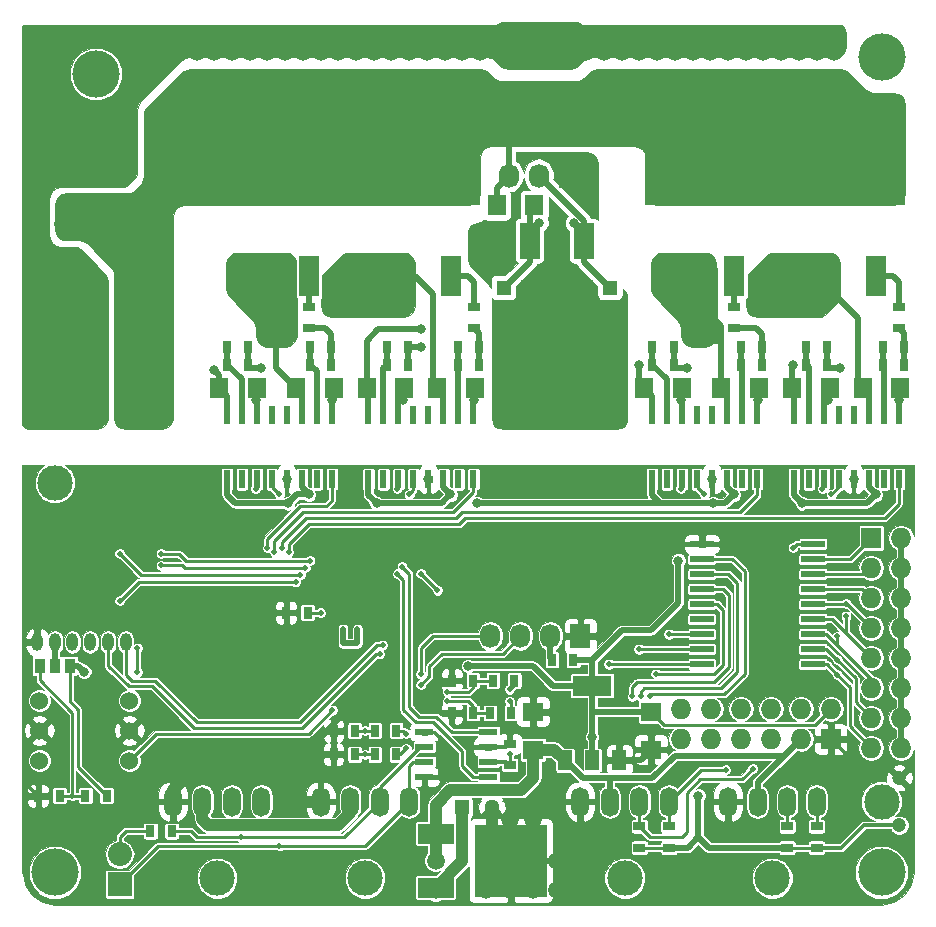
<source format=gbr>
G04 #@! TF.FileFunction,Copper,L2,Bot,Signal*
%FSLAX46Y46*%
G04 Gerber Fmt 4.6, Leading zero omitted, Abs format (unit mm)*
G04 Created by KiCad (PCBNEW 4.0.5) date 02/08/17 19:58:37*
%MOMM*%
%LPD*%
G01*
G04 APERTURE LIST*
%ADD10C,0.100000*%
%ADD11R,1.800000X3.500000*%
%ADD12R,3.000000X3.500000*%
%ADD13R,10.000000X8.000000*%
%ADD14R,3.000000X6.500000*%
%ADD15R,6.451600X3.000000*%
%ADD16C,1.700000*%
%ADD17R,1.700000X1.700000*%
%ADD18R,1.550000X0.600000*%
%ADD19R,0.600000X1.500000*%
%ADD20R,1.651000X3.048000*%
%ADD21R,6.096000X6.096000*%
%ADD22C,1.300000*%
%ADD23R,1.300000X1.300000*%
%ADD24R,1.600000X1.800000*%
%ADD25R,2.032000X2.032000*%
%ADD26O,2.032000X2.032000*%
%ADD27R,0.800000X1.000000*%
%ADD28R,1.000000X0.800000*%
%ADD29R,1.800000X1.600000*%
%ADD30R,0.965200X1.270000*%
%ADD31C,1.200000*%
%ADD32R,1.727200X2.032000*%
%ADD33O,1.727200X2.032000*%
%ADD34R,1.727200X1.727200*%
%ADD35O,1.727200X1.727200*%
%ADD36O,1.000000X1.524000*%
%ADD37C,1.524000*%
%ADD38C,2.000000*%
%ADD39C,4.000000*%
%ADD40O,1.500000X2.500000*%
%ADD41C,3.000000*%
%ADD42R,1.200000X1.700000*%
%ADD43R,3.300000X1.700000*%
%ADD44R,3.048000X1.651000*%
%ADD45C,1.000000*%
%ADD46R,2.000000X0.600000*%
%ADD47C,0.500000*%
%ADD48C,0.800000*%
%ADD49C,1.500000*%
%ADD50C,0.250000*%
%ADD51C,0.500000*%
%ADD52C,0.300000*%
%ADD53C,1.000000*%
%ADD54C,0.026000*%
G04 APERTURE END LIST*
D10*
D11*
X36540000Y-21500000D03*
D12*
X31460000Y-21500000D03*
D13*
X34000000Y-11500000D03*
D14*
X21700000Y-24000000D03*
D15*
X28900000Y-23100000D03*
D16*
X44000000Y-2500000D03*
D17*
X44000000Y-7500000D03*
D18*
X39700000Y-60095000D03*
X39700000Y-61365000D03*
X39700000Y-62635000D03*
X39700000Y-63905000D03*
X34300000Y-63905000D03*
X34300000Y-62635000D03*
X34300000Y-61365000D03*
X34300000Y-60095000D03*
D19*
X38445000Y-38700000D03*
X37175000Y-38700000D03*
X35905000Y-38700000D03*
X34635000Y-38700000D03*
X33365000Y-38700000D03*
X32095000Y-38700000D03*
X30825000Y-38700000D03*
X29555000Y-38700000D03*
X29555000Y-33300000D03*
X30825000Y-33300000D03*
X32095000Y-33300000D03*
X33365000Y-33300000D03*
X34635000Y-33300000D03*
X35905000Y-33300000D03*
X37175000Y-33300000D03*
X38445000Y-33300000D03*
D20*
X43214000Y-18500000D03*
D21*
X45500000Y-24850000D03*
D20*
X47786000Y-18500000D03*
D22*
X40000000Y-66500000D03*
D23*
X37500000Y-66500000D03*
D24*
X38600000Y-31000000D03*
X35400000Y-31000000D03*
X32600000Y-31000000D03*
X29400000Y-31000000D03*
X26600000Y-31000000D03*
X23400000Y-31000000D03*
X20100000Y-31000000D03*
X16900000Y-31000000D03*
X74600000Y-31000000D03*
X71400000Y-31000000D03*
X68600000Y-31000000D03*
X65400000Y-31000000D03*
X62600000Y-31000000D03*
X59400000Y-31000000D03*
X56100000Y-31000000D03*
X52900000Y-31000000D03*
D25*
X8500000Y-73000000D03*
D26*
X8500000Y-70460000D03*
D19*
X26445000Y-38700000D03*
X25175000Y-38700000D03*
X23905000Y-38700000D03*
X22635000Y-38700000D03*
X21365000Y-38700000D03*
X20095000Y-38700000D03*
X18825000Y-38700000D03*
X17555000Y-38700000D03*
X17555000Y-33300000D03*
X18825000Y-33300000D03*
X20095000Y-33300000D03*
X21365000Y-33300000D03*
X22635000Y-33300000D03*
X23905000Y-33300000D03*
X25175000Y-33300000D03*
X26445000Y-33300000D03*
X74445000Y-38700000D03*
X73175000Y-38700000D03*
X71905000Y-38700000D03*
X70635000Y-38700000D03*
X69365000Y-38700000D03*
X68095000Y-38700000D03*
X66825000Y-38700000D03*
X65555000Y-38700000D03*
X65555000Y-33300000D03*
X66825000Y-33300000D03*
X68095000Y-33300000D03*
X69365000Y-33300000D03*
X70635000Y-33300000D03*
X71905000Y-33300000D03*
X73175000Y-33300000D03*
X74445000Y-33300000D03*
X62445000Y-38700000D03*
X61175000Y-38700000D03*
X59905000Y-38700000D03*
X58635000Y-38700000D03*
X57365000Y-38700000D03*
X56095000Y-38700000D03*
X54825000Y-38700000D03*
X53555000Y-38700000D03*
X53555000Y-33300000D03*
X54825000Y-33300000D03*
X56095000Y-33300000D03*
X57365000Y-33300000D03*
X58635000Y-33300000D03*
X59905000Y-33300000D03*
X61175000Y-33300000D03*
X62445000Y-33300000D03*
D27*
X1600000Y-65500000D03*
X3400000Y-65500000D03*
X7400000Y-65500000D03*
X5600000Y-65500000D03*
X22600000Y-50000000D03*
X24400000Y-50000000D03*
X38900000Y-29000000D03*
X37100000Y-29000000D03*
X32900000Y-29000000D03*
X31100000Y-29000000D03*
X26400000Y-29000000D03*
X24600000Y-29000000D03*
X19400000Y-29000000D03*
X17600000Y-29000000D03*
X74900000Y-27500000D03*
X73100000Y-27500000D03*
X68400000Y-29000000D03*
X66600000Y-29000000D03*
X62900000Y-29000000D03*
X61100000Y-29000000D03*
X55400000Y-29000000D03*
X53600000Y-29000000D03*
X12900000Y-68500000D03*
X11100000Y-68500000D03*
D28*
X38500000Y-25900000D03*
X38500000Y-24100000D03*
X24500000Y-25900000D03*
X24500000Y-24100000D03*
X74500000Y-25900000D03*
X74500000Y-24100000D03*
X60500000Y-25900000D03*
X60500000Y-24100000D03*
D29*
X53500000Y-58400000D03*
X53500000Y-61600000D03*
D28*
X41500000Y-61100000D03*
X41500000Y-62900000D03*
D30*
X1730000Y-54500000D03*
X3000000Y-54500000D03*
X4270000Y-54500000D03*
D28*
X52500000Y-69900000D03*
X52500000Y-68100000D03*
X55000000Y-69900000D03*
X55000000Y-68100000D03*
X65000000Y-69900000D03*
X65000000Y-68100000D03*
X67500000Y-69900000D03*
X67500000Y-68100000D03*
D31*
X74500000Y-68000000D03*
X74500000Y-64000000D03*
D27*
X46900000Y-54000000D03*
X45100000Y-54000000D03*
D32*
X47500000Y-52000000D03*
D33*
X44960000Y-52000000D03*
X42420000Y-52000000D03*
X39880000Y-52000000D03*
D29*
X43500000Y-61600000D03*
X43500000Y-58400000D03*
D34*
X68700000Y-60700000D03*
D35*
X68700000Y-58160000D03*
X66160000Y-60700000D03*
X66160000Y-58160000D03*
X63620000Y-60700000D03*
X63620000Y-58160000D03*
X61080000Y-60700000D03*
X61080000Y-58160000D03*
X58540000Y-60700000D03*
X58540000Y-58160000D03*
X56000000Y-60700000D03*
X56000000Y-58160000D03*
D32*
X46500000Y-13000000D03*
D33*
X43960000Y-13000000D03*
X41420000Y-13000000D03*
D36*
X1500000Y-52500000D03*
X3000000Y-52500000D03*
X4500000Y-52500000D03*
X6000000Y-52500000D03*
X7500000Y-52500000D03*
X9000000Y-52500000D03*
D37*
X9310000Y-62540000D03*
X9310000Y-60000000D03*
X9310000Y-57460000D03*
X1690000Y-57460000D03*
X1690000Y-60000000D03*
X1690000Y-62540000D03*
D38*
X9040000Y-12000000D03*
X9040000Y-17080000D03*
X3960000Y-12000000D03*
X3960000Y-17080000D03*
D39*
X6500000Y-4380000D03*
D40*
X13000000Y-66000000D03*
X15500000Y-66000000D03*
X18000000Y-66000000D03*
X20500000Y-66000000D03*
D41*
X16750000Y-72500000D03*
D40*
X25500000Y-66000000D03*
X28000000Y-66000000D03*
X30500000Y-66000000D03*
X33000000Y-66000000D03*
D41*
X29250000Y-72500000D03*
D29*
X16000000Y-5100000D03*
X16000000Y-1900000D03*
X28000000Y-5100000D03*
X28000000Y-1900000D03*
X64000000Y-5100000D03*
X64000000Y-1900000D03*
X52000000Y-5100000D03*
X52000000Y-1900000D03*
D14*
X57700000Y-24000000D03*
D15*
X64900000Y-23100000D03*
D14*
X9800000Y-22500000D03*
D15*
X4100000Y-22900000D03*
D14*
X11300000Y-31000000D03*
D15*
X4100000Y-31900000D03*
D42*
X50800000Y-62500000D03*
X48500000Y-62500000D03*
X46200000Y-62500000D03*
D43*
X48500000Y-56200000D03*
D44*
X35250000Y-73286000D03*
D21*
X41600000Y-71000000D03*
D44*
X35250000Y-68714000D03*
D45*
X45500000Y-29000000D03*
D28*
X30000000Y-4400000D03*
X30000000Y-2600000D03*
X66000000Y-4400000D03*
X66000000Y-2600000D03*
X18000000Y-4400000D03*
X18000000Y-2600000D03*
X54000000Y-4400000D03*
X54000000Y-2600000D03*
D27*
X74900000Y-29000000D03*
X73100000Y-29000000D03*
X68400000Y-27500000D03*
X66600000Y-27500000D03*
X62900000Y-27500000D03*
X61100000Y-27500000D03*
X55400000Y-27500000D03*
X53600000Y-27500000D03*
X38900000Y-27500000D03*
X37100000Y-27500000D03*
X32900000Y-27500000D03*
X31100000Y-27500000D03*
X26400000Y-27500000D03*
X24600000Y-27500000D03*
X19400000Y-27500000D03*
X17600000Y-27500000D03*
D11*
X24540000Y-21500000D03*
D12*
X19460000Y-21500000D03*
D13*
X22000000Y-11500000D03*
D11*
X60540000Y-21500000D03*
D12*
X55460000Y-21500000D03*
D13*
X58000000Y-11500000D03*
D11*
X72540000Y-21500000D03*
D12*
X67460000Y-21500000D03*
D13*
X70000000Y-11500000D03*
D46*
X57784000Y-54356000D03*
X57784000Y-53086000D03*
X57784000Y-51816000D03*
X57784000Y-50546000D03*
X57784000Y-49276000D03*
X57784000Y-48006000D03*
X57784000Y-46736000D03*
X57784000Y-45466000D03*
X57784000Y-44196000D03*
X67184000Y-44196000D03*
X67184000Y-45466000D03*
X67184000Y-46736000D03*
X67184000Y-48006000D03*
X67184000Y-49276000D03*
X67184000Y-50546000D03*
X67184000Y-51816000D03*
X67184000Y-53086000D03*
X67184000Y-54356000D03*
D34*
X72136000Y-43688000D03*
D35*
X74676000Y-43688000D03*
X72136000Y-46228000D03*
X74676000Y-46228000D03*
X72136000Y-48768000D03*
X74676000Y-48768000D03*
X72136000Y-51308000D03*
X74676000Y-51308000D03*
X72136000Y-53848000D03*
X74676000Y-53848000D03*
X72136000Y-56388000D03*
X74676000Y-56388000D03*
X72136000Y-58928000D03*
X74676000Y-58928000D03*
X72136000Y-61468000D03*
X74676000Y-61468000D03*
D40*
X47500000Y-66000000D03*
X50000000Y-66000000D03*
X52500000Y-66000000D03*
X55000000Y-66000000D03*
D41*
X51250000Y-72500000D03*
D40*
X60000000Y-66000000D03*
X62500000Y-66000000D03*
X65000000Y-66000000D03*
X67500000Y-66000000D03*
D41*
X63750000Y-72500000D03*
D22*
X41000000Y-25000000D03*
D23*
X41000000Y-22500000D03*
D22*
X50000000Y-25000000D03*
D23*
X50000000Y-22500000D03*
D24*
X40400000Y-15500000D03*
X43600000Y-15500000D03*
D27*
X30100000Y-62000000D03*
X31900000Y-62000000D03*
X30100000Y-60000000D03*
X31900000Y-60000000D03*
X26600000Y-62000000D03*
X28400000Y-62000000D03*
X26600000Y-60000000D03*
X28400000Y-60000000D03*
X36600000Y-58500000D03*
X38400000Y-58500000D03*
X39850000Y-58500000D03*
X41650000Y-58500000D03*
X36600000Y-55750000D03*
X38400000Y-55750000D03*
X40100000Y-55750000D03*
X41900000Y-55750000D03*
D41*
X73000000Y-66000000D03*
X3000000Y-39000000D03*
D39*
X73000000Y-3000000D03*
X3000000Y-72000000D03*
X73000000Y-72000000D03*
D47*
X22500000Y-58500000D03*
X20750000Y-56250000D03*
X52250000Y-50500000D03*
X49750000Y-51500000D03*
X54000000Y-49500000D03*
X35750000Y-61000000D03*
X34900000Y-56100000D03*
D48*
X28250000Y-57750000D03*
D49*
X39500000Y-73500000D03*
X39500000Y-71000000D03*
X45500000Y-73500000D03*
X45500000Y-71000000D03*
X41500000Y-67500000D03*
X43500000Y-67500000D03*
X43500000Y-71000000D03*
X43500000Y-73500000D03*
D47*
X67500000Y-57250000D03*
X35250000Y-53000000D03*
X35900000Y-51400000D03*
X38600000Y-51400000D03*
X38600000Y-52600000D03*
X35500000Y-54600000D03*
D48*
X43000000Y-55500000D03*
X50400000Y-60400000D03*
D47*
X41500000Y-60600000D03*
D48*
X28000000Y-38100000D03*
X64000000Y-38100000D03*
X16500000Y-38000000D03*
X6000000Y-38000000D03*
X7500000Y-38000000D03*
X9000000Y-38000000D03*
X10500000Y-38000000D03*
X12000000Y-38000000D03*
X13500000Y-38000000D03*
X15000000Y-38000000D03*
X40500000Y-38000000D03*
X52500000Y-38000000D03*
X51000000Y-38000000D03*
X49500000Y-38000000D03*
X48000000Y-38000000D03*
X46500000Y-38000000D03*
X45000000Y-38000000D03*
X43500000Y-38000000D03*
X42000000Y-38000000D03*
D49*
X41500000Y-73500000D03*
X41500000Y-71000000D03*
D48*
X43500000Y-60000000D03*
D47*
X29500000Y-52500000D03*
X27500000Y-53500000D03*
X26500000Y-51500000D03*
X28500000Y-50500000D03*
X24500000Y-57500000D03*
X20750000Y-58500000D03*
D48*
X22635000Y-38700000D03*
X34635000Y-38700000D03*
X58635000Y-38700000D03*
X70635000Y-38700000D03*
X21500000Y-50000000D03*
X17750000Y-50000000D03*
D47*
X4500000Y-65500000D03*
D48*
X38000000Y-54500000D03*
D47*
X41500000Y-62000000D03*
D48*
X48500000Y-60500000D03*
X57500000Y-65500000D03*
X55800000Y-45600000D03*
D47*
X28600000Y-51400000D03*
X28600000Y-52600000D03*
X27400000Y-52600000D03*
X27400000Y-51400000D03*
X10000000Y-55000000D03*
X10000000Y-53000000D03*
D48*
X5500000Y-55000000D03*
X30250000Y-40750000D03*
X22750000Y-40750000D03*
X38750000Y-40750000D03*
X66250000Y-40750000D03*
X58750000Y-40750000D03*
X72500000Y-40000000D03*
X60500000Y-40000000D03*
X36500000Y-40000000D03*
X24500000Y-40000000D03*
X38500000Y-32000000D03*
D47*
X65500000Y-44500000D03*
D49*
X1500000Y-13000000D03*
X7500000Y-13000000D03*
X6000000Y-13000000D03*
X6000000Y-11500000D03*
X7500000Y-11500000D03*
X9000000Y-10000000D03*
X7500000Y-10000000D03*
X6000000Y-10000000D03*
X4500000Y-10000000D03*
X3000000Y-10000000D03*
X1500000Y-10000000D03*
X1500000Y-11500000D03*
X16500000Y-2500000D03*
X15000000Y-2500000D03*
X13500000Y-2500000D03*
X12000000Y-2500000D03*
X28500000Y-2500000D03*
X27000000Y-2500000D03*
X25500000Y-2500000D03*
X24000000Y-2500000D03*
X22500000Y-2500000D03*
X21000000Y-2500000D03*
X19500000Y-2500000D03*
X18000000Y-2500000D03*
X30000000Y-2500000D03*
X31500000Y-2500000D03*
X33000000Y-2500000D03*
X34500000Y-2500000D03*
X36000000Y-2500000D03*
X37500000Y-2500000D03*
X39000000Y-2500000D03*
X40500000Y-2500000D03*
X42000000Y-2500000D03*
X52500000Y-2500000D03*
X51000000Y-2500000D03*
X49500000Y-2500000D03*
X46500000Y-2500000D03*
X48000000Y-2500000D03*
X54000000Y-2500000D03*
X55500000Y-2500000D03*
X64500000Y-1000000D03*
X66000000Y-1000000D03*
X67500000Y-1000000D03*
X69000000Y-1000000D03*
X46500000Y-1000000D03*
X48000000Y-1000000D03*
X49500000Y-1000000D03*
X51000000Y-1000000D03*
X52500000Y-1000000D03*
X22500000Y-1000000D03*
X24000000Y-1000000D03*
X25500000Y-1000000D03*
X27000000Y-1000000D03*
X28500000Y-1000000D03*
X30000000Y-1000000D03*
X31500000Y-1000000D03*
X21000000Y-1000000D03*
X19500000Y-1000000D03*
X18000000Y-1000000D03*
X16500000Y-1000000D03*
X15000000Y-1000000D03*
X13500000Y-1000000D03*
X12000000Y-1000000D03*
X45000000Y-1000000D03*
X43500000Y-1000000D03*
X42000000Y-1000000D03*
X40500000Y-1000000D03*
X39000000Y-1000000D03*
X37500000Y-1000000D03*
X36000000Y-1000000D03*
X34500000Y-1000000D03*
X33000000Y-1000000D03*
X63000000Y-1000000D03*
X61500000Y-1000000D03*
X60000000Y-1000000D03*
X58500000Y-1000000D03*
X57000000Y-1000000D03*
X55500000Y-1000000D03*
X54000000Y-1000000D03*
X66000000Y-2500000D03*
X67500000Y-2500000D03*
X69000000Y-2500000D03*
X64500000Y-2500000D03*
X63000000Y-2500000D03*
X61500000Y-2500000D03*
X60000000Y-2500000D03*
X58500000Y-2500000D03*
X57000000Y-2500000D03*
D48*
X45000000Y-34000000D03*
X43500000Y-34000000D03*
X42000000Y-34000000D03*
X40500000Y-34000000D03*
X40500000Y-29000000D03*
X46500000Y-34000000D03*
X48000000Y-34000000D03*
X49500000Y-34000000D03*
X51000000Y-34000000D03*
X51000000Y-29000000D03*
X38500000Y-20000000D03*
X38500000Y-17500000D03*
X34000000Y-26000000D03*
X52500000Y-29000000D03*
X47000000Y-22000000D03*
X44000000Y-22000000D03*
X65500000Y-29000000D03*
X16500000Y-29500000D03*
X26500000Y-32000000D03*
X74500000Y-32000000D03*
X62500000Y-32000000D03*
D49*
X10500000Y-17500000D03*
X12000000Y-16000000D03*
X12000000Y-17500000D03*
X12000000Y-19000000D03*
X10500000Y-19000000D03*
X7500000Y-19000000D03*
X10500000Y-16000000D03*
X4500000Y-16000000D03*
X6000000Y-16000000D03*
X7500000Y-16000000D03*
X7500000Y-17500000D03*
X6000000Y-17500000D03*
D47*
X32750000Y-60250000D03*
X59800000Y-63300000D03*
X32750000Y-61500000D03*
X62100000Y-63200000D03*
X41500000Y-56500000D03*
X41500000Y-57500000D03*
X22000000Y-69750000D03*
X18750000Y-69000000D03*
X30750000Y-52750000D03*
X30500000Y-53500000D03*
X25500000Y-50000000D03*
X32000000Y-39500000D03*
X20000000Y-39500000D03*
X68000000Y-39500000D03*
X56000000Y-39500000D03*
X32000000Y-46700000D03*
X21600000Y-44900000D03*
X21000000Y-44500000D03*
X22800000Y-44900000D03*
X22200000Y-44500000D03*
X32400000Y-46100000D03*
D48*
X47000000Y-17000000D03*
X32500000Y-32000000D03*
X20000000Y-32000000D03*
X68500000Y-32000000D03*
X56000000Y-32000000D03*
D47*
X26500000Y-58250000D03*
D49*
X35250000Y-73500000D03*
D48*
X44000000Y-17000000D03*
D49*
X35250000Y-71000000D03*
D47*
X34000000Y-56100000D03*
X34000000Y-55200000D03*
X24200000Y-46200000D03*
X12000000Y-46000000D03*
X24600000Y-45600000D03*
X12000000Y-45000000D03*
X23800000Y-46800000D03*
X8500000Y-45000000D03*
X8500000Y-49000000D03*
X23400000Y-47400000D03*
X22000000Y-40000000D03*
X33000000Y-40000000D03*
X68750000Y-40000000D03*
X58000000Y-40000000D03*
X53400000Y-57100000D03*
X52600000Y-57100000D03*
X51900000Y-57100000D03*
X53900000Y-55200000D03*
X35400000Y-48100000D03*
X34000000Y-46700000D03*
D48*
X34000000Y-27500000D03*
X20500000Y-29250000D03*
X69500000Y-29250000D03*
X56500000Y-29250000D03*
D47*
X70000000Y-49250000D03*
X69988000Y-50292000D03*
X69250000Y-52000000D03*
X69250000Y-54000000D03*
X69250000Y-55250000D03*
X57531000Y-50546000D03*
X54991000Y-51816000D03*
X52451000Y-53086000D03*
X49911000Y-54356000D03*
X29250000Y-62000000D03*
X29250000Y-60000000D03*
X36250000Y-57500000D03*
X36250000Y-56750000D03*
D50*
X20750000Y-58500000D02*
X20750000Y-56250000D01*
X52250000Y-50500000D02*
X53000000Y-50500000D01*
X50750000Y-50500000D02*
X52250000Y-50500000D01*
X47500000Y-52000000D02*
X49250000Y-52000000D01*
X49250000Y-52000000D02*
X49750000Y-51500000D01*
X49750000Y-51500000D02*
X50750000Y-50500000D01*
X53000000Y-50500000D02*
X54000000Y-49500000D01*
X35500000Y-61000000D02*
X35750000Y-61000000D01*
X36600000Y-58500000D02*
X35800000Y-58500000D01*
X34900000Y-57600000D02*
X34900000Y-56100000D01*
X35800000Y-58500000D02*
X34900000Y-57600000D01*
X36600000Y-55750000D02*
X36250000Y-56100000D01*
X36250000Y-56100000D02*
X34900000Y-56100000D01*
X34300000Y-60095000D02*
X35095000Y-60095000D01*
X35345000Y-63905000D02*
X34300000Y-63905000D01*
X35500000Y-63750000D02*
X35345000Y-63905000D01*
X35500000Y-60500000D02*
X35500000Y-61000000D01*
X35500000Y-61000000D02*
X35500000Y-63750000D01*
X35095000Y-60095000D02*
X35500000Y-60500000D01*
D51*
X28250000Y-57750000D02*
X31750000Y-54250000D01*
X31750000Y-54250000D02*
X31750000Y-52000000D01*
X25500000Y-66000000D02*
X25500000Y-60500000D01*
X25500000Y-60500000D02*
X28250000Y-57750000D01*
D50*
X41600000Y-71000000D02*
X39500000Y-73100000D01*
X39500000Y-73100000D02*
X39500000Y-73500000D01*
X39500000Y-71000000D02*
X41600000Y-71000000D01*
X41600000Y-71000000D02*
X45500000Y-71000000D01*
X41600000Y-71000000D02*
X41500000Y-70900000D01*
X41500000Y-70900000D02*
X41500000Y-67500000D01*
X43500000Y-71000000D02*
X43500000Y-73500000D01*
X74500000Y-64000000D02*
X73250000Y-62750000D01*
X70750000Y-62750000D02*
X68700000Y-60700000D01*
X73250000Y-62750000D02*
X70750000Y-62750000D01*
X60750000Y-44250000D02*
X58000000Y-44250000D01*
X62000000Y-45500000D02*
X60750000Y-44250000D01*
X62000000Y-54500000D02*
X62000000Y-45500000D01*
X63500000Y-56000000D02*
X62000000Y-54500000D01*
X66250000Y-56000000D02*
X63500000Y-56000000D01*
X67500000Y-57250000D02*
X66250000Y-56000000D01*
X58000000Y-44250000D02*
X57784000Y-44196000D01*
X35250000Y-53000000D02*
X35650000Y-52600000D01*
X38600000Y-51400000D02*
X35900000Y-51400000D01*
X35650000Y-52600000D02*
X38600000Y-52600000D01*
X35500000Y-55500000D02*
X34900000Y-56100000D01*
X35500000Y-54600000D02*
X35500000Y-55500000D01*
D51*
X43500000Y-56000000D02*
X43500000Y-58400000D01*
X43000000Y-55500000D02*
X43500000Y-56000000D01*
X50800000Y-62500000D02*
X50800000Y-60800000D01*
X50800000Y-60800000D02*
X50400000Y-60400000D01*
D50*
X41500000Y-61100000D02*
X41500000Y-60600000D01*
X28000000Y-38100000D02*
X28100000Y-38000000D01*
X28100000Y-38000000D02*
X28500000Y-38000000D01*
X64000000Y-38100000D02*
X64100000Y-38000000D01*
X64100000Y-38000000D02*
X64500000Y-38000000D01*
X9000000Y-38000000D02*
X7500000Y-38000000D01*
X12000000Y-38000000D02*
X10500000Y-38000000D01*
X15000000Y-38000000D02*
X13500000Y-38000000D01*
X49500000Y-38000000D02*
X51000000Y-38000000D01*
X46500000Y-38000000D02*
X48000000Y-38000000D01*
X43500000Y-38000000D02*
X45000000Y-38000000D01*
X42000000Y-38000000D02*
X40500000Y-38000000D01*
D51*
X41600000Y-71000000D02*
X46000000Y-71000000D01*
X47500000Y-69500000D02*
X47500000Y-66000000D01*
X46000000Y-71000000D02*
X47500000Y-69500000D01*
X41500000Y-73500000D02*
X41600000Y-73400000D01*
X41600000Y-73400000D02*
X41600000Y-71000000D01*
X41500000Y-71000000D02*
X41600000Y-71000000D01*
X43500000Y-58400000D02*
X43500000Y-60000000D01*
X29500000Y-51500000D02*
X29500000Y-50750000D01*
X29250000Y-50500000D02*
X28500000Y-50500000D01*
X29500000Y-50750000D02*
X29250000Y-50500000D01*
X29500000Y-52500000D02*
X29500000Y-51500000D01*
D50*
X28750000Y-53500000D02*
X29500000Y-52750000D01*
X29500000Y-52750000D02*
X29500000Y-52500000D01*
X27500000Y-53500000D02*
X28750000Y-53500000D01*
D51*
X31250000Y-51500000D02*
X31750000Y-52000000D01*
X29500000Y-51500000D02*
X31250000Y-51500000D01*
D50*
X28500000Y-50500000D02*
X27000000Y-50500000D01*
X27000000Y-50500000D02*
X26500000Y-51000000D01*
X26500000Y-51000000D02*
X26500000Y-51500000D01*
X23500000Y-58500000D02*
X24500000Y-57500000D01*
X20750000Y-58500000D02*
X22500000Y-58500000D01*
X22500000Y-58500000D02*
X23500000Y-58500000D01*
D51*
X50800000Y-62500000D02*
X52600000Y-62500000D01*
X52600000Y-62500000D02*
X53500000Y-61600000D01*
D52*
X39700000Y-61365000D02*
X41235000Y-61365000D01*
X41235000Y-61365000D02*
X41500000Y-61100000D01*
D53*
X40000000Y-66500000D02*
X40000000Y-69400000D01*
D50*
X22600000Y-50000000D02*
X21500000Y-50000000D01*
D51*
X17750000Y-50000000D02*
X21500000Y-50000000D01*
D53*
X13000000Y-66000000D02*
X13000000Y-65000000D01*
X13000000Y-65000000D02*
X14000000Y-64000000D01*
X14000000Y-64000000D02*
X21500000Y-64000000D01*
X21500000Y-64000000D02*
X23500000Y-66000000D01*
X23500000Y-66000000D02*
X25500000Y-66000000D01*
D50*
X1600000Y-65500000D02*
X500000Y-64400000D01*
X500000Y-61190000D02*
X1690000Y-60000000D01*
X500000Y-64400000D02*
X500000Y-61190000D01*
X1730000Y-54500000D02*
X1730000Y-55730000D01*
X1730000Y-55730000D02*
X4500000Y-58500000D01*
X4500000Y-58500000D02*
X4500000Y-65500000D01*
X5600000Y-65500000D02*
X4500000Y-65500000D01*
X4500000Y-65500000D02*
X3400000Y-65500000D01*
X68700000Y-58160000D02*
X67360000Y-59500000D01*
X54600000Y-59500000D02*
X53500000Y-58400000D01*
X67360000Y-59500000D02*
X54600000Y-59500000D01*
D51*
X45200000Y-56200000D02*
X48500000Y-56200000D01*
X43500000Y-54500000D02*
X45200000Y-56200000D01*
X38000000Y-54500000D02*
X43500000Y-54500000D01*
X46900000Y-54000000D02*
X48500000Y-54000000D01*
X48500000Y-60500000D02*
X48500000Y-62500000D01*
D50*
X41500000Y-62000000D02*
X41500000Y-62900000D01*
D51*
X57500000Y-65500000D02*
X57500000Y-69000000D01*
X48500000Y-54000000D02*
X51000000Y-51500000D01*
X48500000Y-54000000D02*
X48500000Y-56200000D01*
X53500000Y-51500000D02*
X51000000Y-51500000D01*
X55800000Y-49200000D02*
X53500000Y-51500000D01*
X55800000Y-45600000D02*
X55800000Y-49200000D01*
X53500000Y-58400000D02*
X48500000Y-58400000D01*
X48500000Y-58400000D02*
X48500000Y-58500000D01*
X48500000Y-56200000D02*
X48500000Y-58500000D01*
X48500000Y-58500000D02*
X48500000Y-60500000D01*
X47700000Y-56200000D02*
X48500000Y-56200000D01*
X57500000Y-69000000D02*
X58400000Y-69900000D01*
X58400000Y-69900000D02*
X65000000Y-69900000D01*
D52*
X74500000Y-68000000D02*
X71500000Y-68000000D01*
X69600000Y-69900000D02*
X67500000Y-69900000D01*
X71500000Y-68000000D02*
X69600000Y-69900000D01*
D51*
X57500000Y-69000000D02*
X56600000Y-69900000D01*
X56600000Y-69900000D02*
X55000000Y-69900000D01*
X41500000Y-62900000D02*
X41600000Y-63000000D01*
D52*
X39700000Y-62635000D02*
X41235000Y-62635000D01*
X41235000Y-62635000D02*
X41500000Y-62900000D01*
D50*
X55000000Y-69900000D02*
X52500000Y-69900000D01*
X67500000Y-69900000D02*
X65000000Y-69900000D01*
D51*
X28600000Y-52600000D02*
X28600000Y-52250000D01*
X28600000Y-52250000D02*
X28600000Y-51400000D01*
X27400000Y-52600000D02*
X28600000Y-52600000D01*
X27400000Y-51400000D02*
X27400000Y-52600000D01*
D50*
X10000000Y-53000000D02*
X10000000Y-55000000D01*
D51*
X4270000Y-54500000D02*
X5000000Y-54500000D01*
X5000000Y-54500000D02*
X5500000Y-55000000D01*
X22750000Y-40750000D02*
X23500000Y-40000000D01*
X23500000Y-40000000D02*
X24500000Y-40000000D01*
D50*
X7400000Y-65500000D02*
X5000000Y-63100000D01*
X5000000Y-63100000D02*
X5000000Y-58250000D01*
X5000000Y-58250000D02*
X4270000Y-57520000D01*
X4270000Y-54500000D02*
X4270000Y-57520000D01*
D51*
X54250000Y-40750000D02*
X38750000Y-40750000D01*
X71905000Y-38700000D02*
X71905000Y-39405000D01*
X71905000Y-39405000D02*
X72500000Y-40000000D01*
X59905000Y-39405000D02*
X60500000Y-40000000D01*
X35905000Y-38700000D02*
X35905000Y-39405000D01*
X35905000Y-39405000D02*
X36500000Y-40000000D01*
X23905000Y-38700000D02*
X23905000Y-39405000D01*
X23905000Y-39405000D02*
X24500000Y-40000000D01*
X65555000Y-38700000D02*
X65555000Y-40055000D01*
X65555000Y-40055000D02*
X66250000Y-40750000D01*
X71750000Y-40750000D02*
X72500000Y-40000000D01*
X66250000Y-40750000D02*
X71750000Y-40750000D01*
X53555000Y-38700000D02*
X53555000Y-40055000D01*
X59750000Y-40750000D02*
X60500000Y-40000000D01*
X54250000Y-40750000D02*
X58750000Y-40750000D01*
X58750000Y-40750000D02*
X59750000Y-40750000D01*
X53555000Y-40055000D02*
X54250000Y-40750000D01*
X36500000Y-40000000D02*
X35750000Y-40750000D01*
X35750000Y-40750000D02*
X30250000Y-40750000D01*
X30250000Y-40750000D02*
X29555000Y-40055000D01*
X29555000Y-40055000D02*
X29555000Y-38700000D01*
X17555000Y-38700000D02*
X17555000Y-40055000D01*
X18250000Y-40750000D02*
X22750000Y-40750000D01*
X17555000Y-40055000D02*
X18250000Y-40750000D01*
X38500000Y-32000000D02*
X38600000Y-31900000D01*
X38600000Y-31900000D02*
X38600000Y-31000000D01*
X38445000Y-33300000D02*
X38445000Y-31155000D01*
X38445000Y-31155000D02*
X38600000Y-31000000D01*
X38600000Y-31000000D02*
X38445000Y-31155000D01*
D53*
X28000000Y-67000000D02*
X27000000Y-68000000D01*
X15500000Y-67500000D02*
X15500000Y-66000000D01*
X16000000Y-68000000D02*
X15500000Y-67500000D01*
X27000000Y-68000000D02*
X16000000Y-68000000D01*
D50*
X65804000Y-44196000D02*
X67184000Y-44196000D01*
X65500000Y-44500000D02*
X65804000Y-44196000D01*
D51*
X74676000Y-58928000D02*
X74676000Y-61468000D01*
X74676000Y-56388000D02*
X74676000Y-58928000D01*
X74676000Y-53848000D02*
X74676000Y-56388000D01*
X74676000Y-51308000D02*
X74676000Y-53848000D01*
X74676000Y-48768000D02*
X74676000Y-51308000D01*
X74676000Y-46228000D02*
X74676000Y-48768000D01*
X74676000Y-43688000D02*
X74676000Y-46228000D01*
D50*
X1500000Y-11500000D02*
X1500000Y-13000000D01*
X7500000Y-11500000D02*
X7500000Y-13000000D01*
X6000000Y-10000000D02*
X6000000Y-11500000D01*
X9000000Y-10000000D02*
X7500000Y-10000000D01*
X6000000Y-10000000D02*
X4500000Y-10000000D01*
X3000000Y-10000000D02*
X1500000Y-10000000D01*
X18000000Y-2600000D02*
X17900000Y-2500000D01*
X17900000Y-2500000D02*
X16500000Y-2500000D01*
X15000000Y-2500000D02*
X13500000Y-2500000D01*
X30000000Y-2600000D02*
X29900000Y-2500000D01*
X29900000Y-2500000D02*
X28500000Y-2500000D01*
X27000000Y-2500000D02*
X25500000Y-2500000D01*
X24000000Y-2500000D02*
X22500000Y-2500000D01*
X21000000Y-2500000D02*
X19500000Y-2500000D01*
X18000000Y-2500000D02*
X18000000Y-2600000D01*
X30000000Y-2500000D02*
X30000000Y-2600000D01*
X33000000Y-2500000D02*
X31500000Y-2500000D01*
X36000000Y-2500000D02*
X34500000Y-2500000D01*
X39000000Y-2500000D02*
X37500000Y-2500000D01*
X42000000Y-2500000D02*
X40500000Y-2500000D01*
X51000000Y-2500000D02*
X49500000Y-2500000D01*
X54000000Y-2500000D02*
X52500000Y-2500000D01*
X48000000Y-2500000D02*
X46500000Y-2500000D01*
X57000000Y-2500000D02*
X55500000Y-2500000D01*
X64500000Y-1000000D02*
X66000000Y-1000000D01*
X67500000Y-1000000D02*
X69000000Y-1000000D01*
X52500000Y-1000000D02*
X54000000Y-1000000D01*
X46500000Y-1000000D02*
X48000000Y-1000000D01*
X49500000Y-1000000D02*
X51000000Y-1000000D01*
X31500000Y-1000000D02*
X33000000Y-1000000D01*
X22500000Y-1000000D02*
X24000000Y-1000000D01*
X25500000Y-1000000D02*
X27000000Y-1000000D01*
X28500000Y-1000000D02*
X30000000Y-1000000D01*
X12000000Y-4000000D02*
X12000000Y-2500000D01*
X12000000Y-2500000D02*
X12000000Y-1000000D01*
X19500000Y-1000000D02*
X21000000Y-1000000D01*
X16500000Y-1000000D02*
X18000000Y-1000000D01*
X13500000Y-1000000D02*
X15000000Y-1000000D01*
X43500000Y-1000000D02*
X45000000Y-1000000D01*
X40500000Y-1000000D02*
X42000000Y-1000000D01*
X37500000Y-1000000D02*
X39000000Y-1000000D01*
X34500000Y-1000000D02*
X36000000Y-1000000D01*
X61500000Y-1000000D02*
X63000000Y-1000000D01*
X58500000Y-1000000D02*
X60000000Y-1000000D01*
X55500000Y-1000000D02*
X57000000Y-1000000D01*
X66000000Y-2500000D02*
X64500000Y-2500000D01*
X69000000Y-2500000D02*
X67500000Y-2500000D01*
X63000000Y-2500000D02*
X61500000Y-2500000D01*
X60000000Y-2500000D02*
X58500000Y-2500000D01*
X57000000Y-2500000D02*
X57000000Y-2600000D01*
D51*
X40500000Y-29000000D02*
X40500000Y-34000000D01*
D50*
X43500000Y-34000000D02*
X42000000Y-34000000D01*
D51*
X51000000Y-29000000D02*
X51000000Y-34000000D01*
D50*
X48000000Y-34000000D02*
X49500000Y-34000000D01*
X46500000Y-34000000D02*
X45000000Y-34000000D01*
D51*
X30400000Y-26000000D02*
X29400000Y-27000000D01*
X34000000Y-26000000D02*
X30400000Y-26000000D01*
X29400000Y-31000000D02*
X29400000Y-27000000D01*
D50*
X45500000Y-29000000D02*
X45500000Y-33500000D01*
X45500000Y-33500000D02*
X45000000Y-34000000D01*
D51*
X45500000Y-24850000D02*
X45500000Y-29000000D01*
X50000000Y-25000000D02*
X45650000Y-25000000D01*
X45650000Y-25000000D02*
X45500000Y-24850000D01*
X41000000Y-25000000D02*
X45350000Y-25000000D01*
X45350000Y-25000000D02*
X45500000Y-24850000D01*
X47000000Y-22000000D02*
X47000000Y-23350000D01*
X47000000Y-23350000D02*
X45500000Y-24850000D01*
X44000000Y-22000000D02*
X44000000Y-23350000D01*
X44000000Y-23350000D02*
X45500000Y-24850000D01*
X65400000Y-29100000D02*
X65400000Y-31000000D01*
X65500000Y-29000000D02*
X65400000Y-29100000D01*
X52500000Y-29000000D02*
X52500000Y-30600000D01*
X52500000Y-30600000D02*
X52900000Y-31000000D01*
X18000000Y-2600000D02*
X17300000Y-1900000D01*
X17300000Y-1900000D02*
X16000000Y-1900000D01*
X28000000Y-1900000D02*
X27300000Y-2600000D01*
X27300000Y-2600000D02*
X18000000Y-2600000D01*
X30000000Y-2600000D02*
X29300000Y-1900000D01*
X29300000Y-1900000D02*
X28000000Y-1900000D01*
X44000000Y-2500000D02*
X43900000Y-2600000D01*
X43900000Y-2600000D02*
X30000000Y-2600000D01*
X52000000Y-1900000D02*
X51400000Y-2500000D01*
X51400000Y-2500000D02*
X44000000Y-2500000D01*
X54000000Y-2600000D02*
X53300000Y-1900000D01*
X53300000Y-1900000D02*
X52000000Y-1900000D01*
X64000000Y-1900000D02*
X63300000Y-2600000D01*
X63300000Y-2600000D02*
X57000000Y-2600000D01*
X57000000Y-2600000D02*
X54000000Y-2600000D01*
X66000000Y-2600000D02*
X65300000Y-1900000D01*
X65300000Y-1900000D02*
X64000000Y-1900000D01*
X53555000Y-33300000D02*
X53555000Y-31655000D01*
X53555000Y-31655000D02*
X52900000Y-31000000D01*
X65555000Y-33300000D02*
X65555000Y-31155000D01*
X65555000Y-31155000D02*
X65400000Y-31000000D01*
X29055000Y-31155000D02*
X28900000Y-31000000D01*
X29555000Y-33300000D02*
X29555000Y-31155000D01*
X29555000Y-31155000D02*
X29400000Y-31000000D01*
X16900000Y-29900000D02*
X16900000Y-31000000D01*
X16500000Y-29500000D02*
X16900000Y-29900000D01*
X17555000Y-33300000D02*
X17555000Y-31655000D01*
X17555000Y-31655000D02*
X16900000Y-31000000D01*
X17000000Y-30600000D02*
X17400000Y-31000000D01*
X17000000Y-31000000D02*
X17400000Y-31000000D01*
X17400000Y-31000000D02*
X17000000Y-30600000D01*
X26500000Y-32000000D02*
X26600000Y-31900000D01*
X26600000Y-31900000D02*
X26600000Y-31000000D01*
X26445000Y-33300000D02*
X26445000Y-31155000D01*
X26445000Y-31155000D02*
X26600000Y-31000000D01*
X19460000Y-21500000D02*
X21700000Y-23740000D01*
X21700000Y-23740000D02*
X21700000Y-24000000D01*
X21700000Y-24500000D02*
X21700000Y-29300000D01*
X21700000Y-29300000D02*
X23400000Y-31000000D01*
X23400000Y-31000000D02*
X23905000Y-31505000D01*
X23905000Y-31505000D02*
X23905000Y-33300000D01*
X74500000Y-32000000D02*
X74500000Y-31100000D01*
X74500000Y-31100000D02*
X74600000Y-31000000D01*
X74445000Y-33300000D02*
X74445000Y-31155000D01*
X74445000Y-31155000D02*
X74600000Y-31000000D01*
X62500000Y-32000000D02*
X62500000Y-31100000D01*
X62500000Y-31100000D02*
X62600000Y-31000000D01*
X62445000Y-33300000D02*
X62445000Y-31155000D01*
X62445000Y-31155000D02*
X62600000Y-31000000D01*
X57700000Y-24000000D02*
X59400000Y-25700000D01*
X59400000Y-25700000D02*
X59400000Y-31000000D01*
X59905000Y-33300000D02*
X59905000Y-31505000D01*
X59905000Y-31505000D02*
X59400000Y-31000000D01*
D50*
X10500000Y-17500000D02*
X10500000Y-19000000D01*
X12000000Y-19000000D02*
X12000000Y-17500000D01*
X7500000Y-17500000D02*
X7500000Y-19000000D01*
X7500000Y-16000000D02*
X10500000Y-16000000D01*
X4500000Y-16000000D02*
X6000000Y-16000000D01*
X7500000Y-16000000D02*
X7500000Y-17500000D01*
D51*
X44000000Y-7500000D02*
X41420000Y-10080000D01*
X41420000Y-10080000D02*
X41420000Y-13000000D01*
X40400000Y-15500000D02*
X40400000Y-14020000D01*
X40400000Y-14020000D02*
X41420000Y-13000000D01*
X33000000Y-11460000D02*
X33460000Y-11000000D01*
X33000000Y-13600000D02*
X33000000Y-11460000D01*
D50*
X32500000Y-60000000D02*
X31900000Y-60000000D01*
X32750000Y-60250000D02*
X32500000Y-60000000D01*
X55000000Y-66000000D02*
X57700000Y-63300000D01*
X57700000Y-63300000D02*
X59800000Y-63300000D01*
X55000000Y-66000000D02*
X55000000Y-68100000D01*
X31900000Y-62000000D02*
X32250000Y-62000000D01*
X32250000Y-62000000D02*
X32750000Y-61500000D01*
X62100000Y-63200000D02*
X61200000Y-64100000D01*
X61200000Y-64100000D02*
X57650000Y-64100000D01*
X57650000Y-64100000D02*
X56500000Y-65250000D01*
X56500000Y-65250000D02*
X56500000Y-68600000D01*
X56500000Y-68600000D02*
X56100000Y-69000000D01*
X56100000Y-69000000D02*
X53400000Y-69000000D01*
X53400000Y-69000000D02*
X52500000Y-68100000D01*
X52500000Y-68100000D02*
X52500000Y-66000000D01*
X41500000Y-56500000D02*
X41900000Y-56100000D01*
X41900000Y-55750000D02*
X41900000Y-56100000D01*
X67500000Y-66000000D02*
X67500000Y-68100000D01*
X41650000Y-57650000D02*
X41500000Y-57500000D01*
X41650000Y-57650000D02*
X41650000Y-58500000D01*
X65000000Y-66000000D02*
X65000000Y-68100000D01*
X8500000Y-73000000D02*
X11750000Y-69750000D01*
X29250000Y-69750000D02*
X33000000Y-66000000D01*
X22000000Y-69750000D02*
X29250000Y-69750000D01*
X11750000Y-69750000D02*
X20500000Y-69750000D01*
X20500000Y-69750000D02*
X22000000Y-69750000D01*
X33000000Y-66000000D02*
X33000000Y-63000000D01*
X33365000Y-62635000D02*
X34300000Y-62635000D01*
X33000000Y-63000000D02*
X33365000Y-62635000D01*
X8500000Y-70460000D02*
X8500000Y-69000000D01*
X9000000Y-68500000D02*
X11100000Y-68500000D01*
X8500000Y-69000000D02*
X9000000Y-68500000D01*
X34300000Y-61365000D02*
X33885000Y-61365000D01*
X33885000Y-61365000D02*
X30500000Y-64750000D01*
X30500000Y-64750000D02*
X30500000Y-66000000D01*
X12900000Y-68500000D02*
X14500000Y-68500000D01*
X14500000Y-68500000D02*
X15000000Y-69000000D01*
X18750000Y-69000000D02*
X18000000Y-69000000D01*
X18000000Y-69000000D02*
X15000000Y-69000000D01*
X30500000Y-66000000D02*
X27500000Y-69000000D01*
X27500000Y-69000000D02*
X18750000Y-69000000D01*
X30250000Y-52750000D02*
X28400000Y-54600000D01*
X30750000Y-52750000D02*
X30250000Y-52750000D01*
X28400000Y-54600000D02*
X23750000Y-59250000D01*
X9000000Y-52500000D02*
X9000000Y-55250000D01*
X9500000Y-55750000D02*
X11500000Y-55750000D01*
X9000000Y-55250000D02*
X9500000Y-55750000D01*
X15000000Y-59250000D02*
X11500000Y-55750000D01*
X23750000Y-59250000D02*
X15000000Y-59250000D01*
X30200000Y-53500000D02*
X28500000Y-55200000D01*
X30500000Y-53500000D02*
X30200000Y-53500000D01*
X28500000Y-55200000D02*
X23950000Y-59750000D01*
X14750000Y-59750000D02*
X23950000Y-59750000D01*
X11250000Y-56250000D02*
X14750000Y-59750000D01*
X7500000Y-54500000D02*
X9250000Y-56250000D01*
X9250000Y-56250000D02*
X11250000Y-56250000D01*
X7500000Y-52500000D02*
X7500000Y-54500000D01*
D51*
X35400000Y-31000000D02*
X35000000Y-30600000D01*
X35000000Y-30600000D02*
X35000000Y-23000000D01*
X33500000Y-21500000D02*
X31460000Y-21500000D01*
X35000000Y-23000000D02*
X33500000Y-21500000D01*
X35400000Y-31000000D02*
X35905000Y-31505000D01*
X35905000Y-31505000D02*
X35905000Y-33300000D01*
X35405000Y-31505000D02*
X34900000Y-31000000D01*
X71400000Y-31000000D02*
X71000000Y-30600000D01*
X71000000Y-30600000D02*
X71000000Y-25040000D01*
X71000000Y-25040000D02*
X67460000Y-21500000D01*
X71905000Y-33300000D02*
X71905000Y-31505000D01*
X71905000Y-31505000D02*
X71400000Y-31000000D01*
D50*
X25500000Y-50000000D02*
X24400000Y-50000000D01*
X32000000Y-39500000D02*
X32095000Y-39405000D01*
X32095000Y-39405000D02*
X32095000Y-38700000D01*
X20000000Y-39500000D02*
X20095000Y-39405000D01*
X20095000Y-39405000D02*
X20095000Y-38700000D01*
X68000000Y-39500000D02*
X68095000Y-39405000D01*
X68095000Y-39405000D02*
X68095000Y-38700000D01*
X56000000Y-39500000D02*
X56095000Y-39405000D01*
X56095000Y-39405000D02*
X56095000Y-38700000D01*
X32000000Y-46700000D02*
X32500000Y-47200000D01*
X32500000Y-47200000D02*
X32500000Y-58250000D01*
X33550000Y-59300000D02*
X35050000Y-59300000D01*
X32500000Y-58250000D02*
X33550000Y-59300000D01*
X37500000Y-61750000D02*
X37500000Y-63000000D01*
X37500000Y-63000000D02*
X38405000Y-63905000D01*
X39700000Y-63905000D02*
X38405000Y-63905000D01*
X35050000Y-59300000D02*
X37500000Y-61750000D01*
X38445000Y-39805000D02*
X36750000Y-41500000D01*
X38445000Y-39805000D02*
X38445000Y-38700000D01*
X24000000Y-41500000D02*
X36750000Y-41500000D01*
X21600000Y-43900000D02*
X24000000Y-41500000D01*
X21600000Y-44900000D02*
X21600000Y-43900000D01*
X23750000Y-41000000D02*
X21000000Y-43750000D01*
X26445000Y-40555000D02*
X26000000Y-41000000D01*
X26000000Y-41000000D02*
X23750000Y-41000000D01*
X26445000Y-38700000D02*
X26445000Y-40555000D01*
X21000000Y-43750000D02*
X21000000Y-44500000D01*
X22800000Y-44900000D02*
X22800000Y-44200000D01*
X22800000Y-44200000D02*
X24500000Y-42500000D01*
X74445000Y-40805000D02*
X73250000Y-42000000D01*
X74445000Y-38700000D02*
X74445000Y-40805000D01*
X37250000Y-42500000D02*
X37750000Y-42000000D01*
X73250000Y-42000000D02*
X37750000Y-42000000D01*
X24500000Y-42500000D02*
X37250000Y-42500000D01*
X22200000Y-44050000D02*
X24250000Y-42000000D01*
X22200000Y-44500000D02*
X22200000Y-44050000D01*
X61000000Y-41500000D02*
X37500000Y-41500000D01*
X37500000Y-41500000D02*
X37000000Y-42000000D01*
X62445000Y-38700000D02*
X62445000Y-40055000D01*
X62445000Y-40055000D02*
X61000000Y-41500000D01*
X37000000Y-42000000D02*
X24250000Y-42000000D01*
X33000000Y-46700000D02*
X33000000Y-58000000D01*
X33800000Y-58800000D02*
X35300000Y-58800000D01*
X33000000Y-58000000D02*
X33800000Y-58800000D01*
X39700000Y-60095000D02*
X36595000Y-60095000D01*
X36595000Y-60095000D02*
X35300000Y-58800000D01*
X32400000Y-46100000D02*
X33000000Y-46700000D01*
D51*
X47000000Y-17000000D02*
X47786000Y-17786000D01*
X47786000Y-17786000D02*
X47786000Y-18500000D01*
X47786000Y-18500000D02*
X47786000Y-20286000D01*
X47786000Y-20286000D02*
X50000000Y-22500000D01*
X43960000Y-13000000D02*
X47786000Y-16826000D01*
X47786000Y-16826000D02*
X47786000Y-18500000D01*
X36540000Y-21500000D02*
X38000000Y-21500000D01*
X38500000Y-22000000D02*
X38500000Y-24100000D01*
X38000000Y-21500000D02*
X38500000Y-22000000D01*
X36540000Y-21640000D02*
X36540000Y-21500000D01*
X36040000Y-22000000D02*
X36000000Y-22040000D01*
X24540000Y-21500000D02*
X24540000Y-24060000D01*
X24540000Y-24060000D02*
X24500000Y-24100000D01*
X24540000Y-22000000D02*
X24500000Y-22040000D01*
X72540000Y-21500000D02*
X74000000Y-21500000D01*
X74500000Y-22000000D02*
X74500000Y-24100000D01*
X74000000Y-21500000D02*
X74500000Y-22000000D01*
X72540000Y-21500000D02*
X72540000Y-21640000D01*
X60540000Y-21500000D02*
X60540000Y-24060000D01*
X60540000Y-24060000D02*
X60500000Y-24100000D01*
X32500000Y-32000000D02*
X32600000Y-31900000D01*
X32600000Y-31900000D02*
X32600000Y-31000000D01*
X32095000Y-33300000D02*
X32095000Y-31505000D01*
X32095000Y-31505000D02*
X32600000Y-31000000D01*
X20000000Y-32000000D02*
X20100000Y-31900000D01*
X20100000Y-31900000D02*
X20100000Y-31000000D01*
X20095000Y-33300000D02*
X20095000Y-31505000D01*
X20095000Y-31505000D02*
X20600000Y-31000000D01*
X68500000Y-32000000D02*
X68500000Y-31100000D01*
X68500000Y-31100000D02*
X68600000Y-31000000D01*
X68095000Y-33300000D02*
X68095000Y-31505000D01*
X68095000Y-31505000D02*
X68600000Y-31000000D01*
X56000000Y-32000000D02*
X56000000Y-31100000D01*
X56000000Y-31100000D02*
X56100000Y-31000000D01*
X56095000Y-33300000D02*
X56095000Y-31005000D01*
X56095000Y-31005000D02*
X56100000Y-31000000D01*
D50*
X9310000Y-62540000D02*
X11600000Y-60250000D01*
X24500000Y-60250000D02*
X26500000Y-58250000D01*
X11600000Y-60250000D02*
X24500000Y-60250000D01*
D51*
X3000000Y-52500000D02*
X3000000Y-54500000D01*
X35250000Y-73500000D02*
X35250000Y-73286000D01*
D53*
X37500000Y-66500000D02*
X37500000Y-71036000D01*
X37500000Y-71036000D02*
X35250000Y-73286000D01*
D51*
X44000000Y-17000000D02*
X43214000Y-17786000D01*
X43214000Y-17786000D02*
X43214000Y-18500000D01*
X41000000Y-22500000D02*
X43214000Y-20286000D01*
X43214000Y-20286000D02*
X43214000Y-18500000D01*
X43214000Y-18500000D02*
X43214000Y-15886000D01*
X43214000Y-15886000D02*
X43600000Y-15500000D01*
D53*
X35250000Y-71000000D02*
X35250000Y-68714000D01*
D51*
X62500000Y-66000000D02*
X62500000Y-64360000D01*
X62500000Y-64360000D02*
X66160000Y-60700000D01*
X66160000Y-60700000D02*
X64760000Y-62100000D01*
X50000000Y-64000000D02*
X53600000Y-64000000D01*
X64760000Y-62100000D02*
X55500000Y-62100000D01*
X55500000Y-62100000D02*
X53600000Y-64000000D01*
X50000000Y-66000000D02*
X50000000Y-64000000D01*
X46200000Y-62500000D02*
X47700000Y-64000000D01*
X47700000Y-64000000D02*
X50000000Y-64000000D01*
D53*
X43500000Y-61600000D02*
X45300000Y-61600000D01*
X45300000Y-61600000D02*
X46200000Y-62500000D01*
X35250000Y-68714000D02*
X35250000Y-66250000D01*
X43500000Y-64000000D02*
X43500000Y-61600000D01*
X42500000Y-65000000D02*
X43500000Y-64000000D01*
X36500000Y-65000000D02*
X42500000Y-65000000D01*
X35250000Y-66250000D02*
X36500000Y-65000000D01*
D50*
X42420000Y-52000000D02*
X40920000Y-53500000D01*
X34000000Y-56100000D02*
X34700000Y-55400000D01*
X34700000Y-54550000D02*
X34700000Y-55400000D01*
X35750000Y-53500000D02*
X34700000Y-54550000D01*
X40920000Y-53500000D02*
X35750000Y-53500000D01*
X34000000Y-55200000D02*
X34000000Y-53000000D01*
X35000000Y-52000000D02*
X39880000Y-52000000D01*
X34000000Y-53000000D02*
X35000000Y-52000000D01*
X14000000Y-46200000D02*
X13800000Y-46000000D01*
X13800000Y-46000000D02*
X12000000Y-46000000D01*
X24200000Y-46200000D02*
X14000000Y-46200000D01*
X12000000Y-45000000D02*
X13500000Y-45000000D01*
X13500000Y-45000000D02*
X14100000Y-45600000D01*
X24600000Y-45600000D02*
X14100000Y-45600000D01*
X23800000Y-46800000D02*
X10300000Y-46800000D01*
X10300000Y-46800000D02*
X10250000Y-46750000D01*
X10250000Y-46750000D02*
X8500000Y-45000000D01*
X8500000Y-49000000D02*
X10100000Y-47400000D01*
X10100000Y-47400000D02*
X23400000Y-47400000D01*
D51*
X44960000Y-52000000D02*
X44960000Y-53860000D01*
X44960000Y-53860000D02*
X45100000Y-54000000D01*
X44960000Y-52060000D02*
X45000000Y-52100000D01*
X44960000Y-52060000D02*
X45000000Y-52100000D01*
X44960000Y-52060000D02*
X45000000Y-52100000D01*
D50*
X21365000Y-38700000D02*
X21365000Y-39365000D01*
X21365000Y-39365000D02*
X22000000Y-40000000D01*
X33365000Y-38700000D02*
X33365000Y-39635000D01*
X33000000Y-40000000D02*
X33000000Y-40000000D01*
X33365000Y-39635000D02*
X33000000Y-40000000D01*
X68750000Y-40000000D02*
X69365000Y-39385000D01*
X69365000Y-39385000D02*
X69365000Y-38700000D01*
X57365000Y-38700000D02*
X57365000Y-39365000D01*
X57365000Y-39365000D02*
X58000000Y-40000000D01*
X53400000Y-57100000D02*
X53600000Y-56900000D01*
X60366000Y-45466000D02*
X61400000Y-46500000D01*
X60366000Y-45466000D02*
X57784000Y-45466000D01*
X59700000Y-56900000D02*
X53600000Y-56900000D01*
X61400000Y-55200000D02*
X59700000Y-56900000D01*
X61400000Y-46500000D02*
X61400000Y-55200000D01*
X60800000Y-47500000D02*
X60800000Y-55000000D01*
X60800000Y-55000000D02*
X59400000Y-56400000D01*
X59400000Y-56400000D02*
X52900000Y-56400000D01*
X60036000Y-46736000D02*
X57784000Y-46736000D01*
X60036000Y-46736000D02*
X60800000Y-47500000D01*
X52600000Y-57100000D02*
X52600000Y-56700000D01*
X52600000Y-56700000D02*
X52900000Y-56400000D01*
X51900000Y-56300000D02*
X52300000Y-55900000D01*
X51900000Y-57100000D02*
X51900000Y-56300000D01*
X52300000Y-55900000D02*
X58800000Y-55900000D01*
X59606000Y-48006000D02*
X57784000Y-48006000D01*
X60100000Y-48500000D02*
X59606000Y-48006000D01*
X60100000Y-54600000D02*
X60100000Y-48500000D01*
X58800000Y-55900000D02*
X60100000Y-54600000D01*
X59600000Y-49800000D02*
X59600000Y-54400000D01*
X59076000Y-49276000D02*
X59600000Y-49800000D01*
X57784000Y-49276000D02*
X59076000Y-49276000D01*
X59600000Y-54400000D02*
X58800000Y-55200000D01*
X53900000Y-55200000D02*
X58800000Y-55200000D01*
X34000000Y-46700000D02*
X35400000Y-48100000D01*
D51*
X38500000Y-25900000D02*
X38900000Y-26300000D01*
X38900000Y-26300000D02*
X38900000Y-27500000D01*
X38900000Y-27500000D02*
X38900000Y-29000000D01*
X37100000Y-27500000D02*
X37100000Y-29000000D01*
X37100000Y-29000000D02*
X37175000Y-29075000D01*
X37175000Y-29075000D02*
X37175000Y-33300000D01*
X32900000Y-27500000D02*
X34000000Y-27500000D01*
X32900000Y-27500000D02*
X32900000Y-29000000D01*
X31100000Y-27500000D02*
X31100000Y-29000000D01*
X30825000Y-33300000D02*
X30825000Y-29275000D01*
X30825000Y-29275000D02*
X31100000Y-29000000D01*
X26400000Y-27500000D02*
X26400000Y-26400000D01*
X25900000Y-25900000D02*
X24500000Y-25900000D01*
X26400000Y-26400000D02*
X25900000Y-25900000D01*
X26400000Y-27500000D02*
X26400000Y-29000000D01*
X24600000Y-27500000D02*
X24600000Y-29000000D01*
X24600000Y-29000000D02*
X25175000Y-29575000D01*
X25175000Y-29575000D02*
X25175000Y-33300000D01*
X19400000Y-27500000D02*
X19400000Y-29000000D01*
X20500000Y-29250000D02*
X19650000Y-29250000D01*
X19650000Y-29250000D02*
X19400000Y-29000000D01*
X17600000Y-27500000D02*
X17600000Y-29000000D01*
X17600000Y-29000000D02*
X18825000Y-30225000D01*
X18825000Y-30225000D02*
X18825000Y-33300000D01*
X74500000Y-25900000D02*
X74900000Y-26300000D01*
X74900000Y-26300000D02*
X74900000Y-27500000D01*
X74900000Y-27500000D02*
X74900000Y-29000000D01*
X73100000Y-27500000D02*
X73100000Y-29000000D01*
X73100000Y-29000000D02*
X73175000Y-29075000D01*
X73175000Y-29075000D02*
X73175000Y-33300000D01*
X68400000Y-27500000D02*
X68400000Y-29000000D01*
X69500000Y-29250000D02*
X68650000Y-29250000D01*
X68650000Y-29250000D02*
X68400000Y-29000000D01*
X66600000Y-27500000D02*
X66600000Y-29000000D01*
X66825000Y-33300000D02*
X66825000Y-29225000D01*
X66825000Y-29225000D02*
X66600000Y-29000000D01*
X62900000Y-27500000D02*
X62900000Y-26400000D01*
X62400000Y-25900000D02*
X60500000Y-25900000D01*
X62900000Y-26400000D02*
X62400000Y-25900000D01*
X62900000Y-27500000D02*
X62900000Y-29000000D01*
X61100000Y-27500000D02*
X61100000Y-29000000D01*
X61100000Y-29000000D02*
X61175000Y-29075000D01*
X61175000Y-29075000D02*
X61175000Y-33300000D01*
X55400000Y-27500000D02*
X55400000Y-29000000D01*
X56500000Y-29250000D02*
X55650000Y-29250000D01*
X55650000Y-29250000D02*
X55400000Y-29000000D01*
X53600000Y-27500000D02*
X53600000Y-29000000D01*
X53600000Y-29000000D02*
X54825000Y-30225000D01*
X54825000Y-30225000D02*
X54825000Y-33300000D01*
D50*
X67184000Y-45466000D02*
X70358000Y-45466000D01*
X70358000Y-45466000D02*
X72136000Y-43688000D01*
X67184000Y-46736000D02*
X71628000Y-46736000D01*
X71628000Y-46736000D02*
X72136000Y-46228000D01*
X67184000Y-48006000D02*
X71374000Y-48006000D01*
X71374000Y-48006000D02*
X72136000Y-48768000D01*
X70000000Y-49276000D02*
X70104000Y-49276000D01*
X70000000Y-49250000D02*
X70000000Y-49276000D01*
X67184000Y-49276000D02*
X70104000Y-49276000D01*
X70104000Y-49276000D02*
X72136000Y-51308000D01*
X70019000Y-51731000D02*
X69988000Y-51700000D01*
X69988000Y-51700000D02*
X69988000Y-50292000D01*
X67184000Y-50546000D02*
X68834000Y-50546000D01*
X68834000Y-50546000D02*
X70019000Y-51731000D01*
X70019000Y-51731000D02*
X72136000Y-53848000D01*
X69250000Y-52000000D02*
X69250000Y-52750000D01*
X67184000Y-51816000D02*
X68316000Y-51816000D01*
X68316000Y-51816000D02*
X69250000Y-52750000D01*
X69250000Y-52750000D02*
X72136000Y-55636000D01*
X72136000Y-55636000D02*
X72136000Y-56388000D01*
X72136000Y-58928000D02*
X70800000Y-57592000D01*
X68336000Y-53086000D02*
X67184000Y-53086000D01*
X70800000Y-55550000D02*
X69250000Y-54000000D01*
X69250000Y-54000000D02*
X68336000Y-53086000D01*
X70800000Y-57592000D02*
X70800000Y-55550000D01*
X67184000Y-54356000D02*
X68356000Y-54356000D01*
X70300000Y-59632000D02*
X72136000Y-61468000D01*
X70300000Y-56300000D02*
X70300000Y-59632000D01*
X68356000Y-54356000D02*
X69250000Y-55250000D01*
X69250000Y-55250000D02*
X70300000Y-56300000D01*
X57531000Y-50546000D02*
X57784000Y-50546000D01*
X54991000Y-51816000D02*
X57784000Y-51816000D01*
X52451000Y-53086000D02*
X57784000Y-53086000D01*
X49911000Y-54356000D02*
X57784000Y-54356000D01*
X30100000Y-62000000D02*
X29250000Y-62000000D01*
X29250000Y-62000000D02*
X28400000Y-62000000D01*
X28400000Y-60000000D02*
X29250000Y-60000000D01*
X29250000Y-60000000D02*
X30100000Y-60000000D01*
X38400000Y-58500000D02*
X39850000Y-58500000D01*
X36250000Y-57500000D02*
X38000000Y-57500000D01*
X38400000Y-57900000D02*
X38400000Y-58500000D01*
X38000000Y-57500000D02*
X38400000Y-57900000D01*
X38400000Y-55750000D02*
X40100000Y-55750000D01*
X36250000Y-56750000D02*
X38000000Y-56750000D01*
X38400000Y-56350000D02*
X38400000Y-55750000D01*
X38000000Y-56750000D02*
X38400000Y-56350000D01*
D54*
G36*
X39341214Y-4046740D02*
X39579227Y-4145329D01*
X39784309Y-4302693D01*
X40197915Y-4716299D01*
X40199193Y-4717421D01*
X40406300Y-4876339D01*
X40409239Y-4878035D01*
X40650420Y-4977936D01*
X40653698Y-4978815D01*
X40912517Y-5012889D01*
X40914214Y-5013000D01*
X47085786Y-5013000D01*
X47087483Y-5012889D01*
X47346302Y-4978815D01*
X47349580Y-4977936D01*
X47590761Y-4878035D01*
X47593700Y-4876339D01*
X47800807Y-4717421D01*
X47802085Y-4716299D01*
X48215691Y-4302693D01*
X48420773Y-4145329D01*
X48658786Y-4046740D01*
X48915068Y-4013000D01*
X69584932Y-4013000D01*
X69841214Y-4046740D01*
X70079227Y-4145329D01*
X70284309Y-4302693D01*
X71697915Y-5716299D01*
X71699193Y-5717421D01*
X71906300Y-5876339D01*
X71909239Y-5878035D01*
X72150420Y-5977936D01*
X72153698Y-5978815D01*
X72412517Y-6012889D01*
X72414214Y-6013000D01*
X73998721Y-6013000D01*
X74377611Y-6088366D01*
X74697735Y-6302265D01*
X74911634Y-6622389D01*
X74987000Y-7001279D01*
X74987000Y-14498721D01*
X74911634Y-14877611D01*
X74697735Y-15197735D01*
X74377611Y-15411634D01*
X73998721Y-15487000D01*
X54001279Y-15487000D01*
X53622389Y-15411634D01*
X53302265Y-15197735D01*
X53088366Y-14877611D01*
X53013000Y-14498721D01*
X53013000Y-11500000D01*
X53012750Y-11497464D01*
X52936630Y-11114781D01*
X52934689Y-11110095D01*
X52717916Y-10785671D01*
X52714329Y-10782084D01*
X52389905Y-10565311D01*
X52385219Y-10563370D01*
X52002536Y-10487250D01*
X52000000Y-10487000D01*
X40000000Y-10487000D01*
X39997464Y-10487250D01*
X39614781Y-10563370D01*
X39610095Y-10565311D01*
X39285671Y-10782084D01*
X39282084Y-10785671D01*
X39065311Y-11110095D01*
X39063370Y-11114781D01*
X38987250Y-11497464D01*
X38987000Y-11500000D01*
X38987000Y-14498721D01*
X38911634Y-14877611D01*
X38697735Y-15197735D01*
X38377611Y-15411634D01*
X37998721Y-15487000D01*
X14000000Y-15487000D01*
X13997464Y-15487250D01*
X13614781Y-15563370D01*
X13610095Y-15565311D01*
X13285671Y-15782084D01*
X13282084Y-15785671D01*
X13065311Y-16110095D01*
X13063370Y-16114781D01*
X12987250Y-16497464D01*
X12987000Y-16500000D01*
X12987000Y-33498721D01*
X12911634Y-33877611D01*
X12697735Y-34197735D01*
X12377611Y-34411634D01*
X11998721Y-34487000D01*
X9001279Y-34487000D01*
X8622389Y-34411634D01*
X8302265Y-34197735D01*
X8088366Y-33877611D01*
X8013000Y-33498721D01*
X8013000Y-21414214D01*
X8012889Y-21412517D01*
X7978815Y-21153698D01*
X7977936Y-21150420D01*
X7878035Y-20909239D01*
X7876339Y-20906300D01*
X7717421Y-20699193D01*
X7716299Y-20697915D01*
X5802085Y-18783701D01*
X5800807Y-18782579D01*
X5593700Y-18623661D01*
X5590761Y-18621965D01*
X5349580Y-18522064D01*
X5346302Y-18521185D01*
X5087483Y-18487111D01*
X5085786Y-18487000D01*
X4001279Y-18487000D01*
X3622389Y-18411634D01*
X3302265Y-18197735D01*
X3088366Y-17877611D01*
X3013000Y-17498721D01*
X3013000Y-15501279D01*
X3088366Y-15122389D01*
X3302265Y-14802265D01*
X3622389Y-14588366D01*
X4001279Y-14513000D01*
X9085786Y-14513000D01*
X9087483Y-14512889D01*
X9346302Y-14478815D01*
X9349580Y-14477936D01*
X9590761Y-14378035D01*
X9593700Y-14376339D01*
X9800807Y-14217421D01*
X9802085Y-14216299D01*
X10216299Y-13802085D01*
X10217421Y-13800807D01*
X10376339Y-13593700D01*
X10378035Y-13590761D01*
X10477936Y-13349580D01*
X10478815Y-13346302D01*
X10512889Y-13087483D01*
X10513000Y-13085786D01*
X10513000Y-7915068D01*
X10546740Y-7658786D01*
X10645329Y-7420773D01*
X10802693Y-7215691D01*
X13715691Y-4302693D01*
X13920773Y-4145329D01*
X14158786Y-4046740D01*
X14415068Y-4013000D01*
X39084932Y-4013000D01*
X39341214Y-4046740D01*
X39341214Y-4046740D01*
G37*
X39341214Y-4046740D02*
X39579227Y-4145329D01*
X39784309Y-4302693D01*
X40197915Y-4716299D01*
X40199193Y-4717421D01*
X40406300Y-4876339D01*
X40409239Y-4878035D01*
X40650420Y-4977936D01*
X40653698Y-4978815D01*
X40912517Y-5012889D01*
X40914214Y-5013000D01*
X47085786Y-5013000D01*
X47087483Y-5012889D01*
X47346302Y-4978815D01*
X47349580Y-4977936D01*
X47590761Y-4878035D01*
X47593700Y-4876339D01*
X47800807Y-4717421D01*
X47802085Y-4716299D01*
X48215691Y-4302693D01*
X48420773Y-4145329D01*
X48658786Y-4046740D01*
X48915068Y-4013000D01*
X69584932Y-4013000D01*
X69841214Y-4046740D01*
X70079227Y-4145329D01*
X70284309Y-4302693D01*
X71697915Y-5716299D01*
X71699193Y-5717421D01*
X71906300Y-5876339D01*
X71909239Y-5878035D01*
X72150420Y-5977936D01*
X72153698Y-5978815D01*
X72412517Y-6012889D01*
X72414214Y-6013000D01*
X73998721Y-6013000D01*
X74377611Y-6088366D01*
X74697735Y-6302265D01*
X74911634Y-6622389D01*
X74987000Y-7001279D01*
X74987000Y-14498721D01*
X74911634Y-14877611D01*
X74697735Y-15197735D01*
X74377611Y-15411634D01*
X73998721Y-15487000D01*
X54001279Y-15487000D01*
X53622389Y-15411634D01*
X53302265Y-15197735D01*
X53088366Y-14877611D01*
X53013000Y-14498721D01*
X53013000Y-11500000D01*
X53012750Y-11497464D01*
X52936630Y-11114781D01*
X52934689Y-11110095D01*
X52717916Y-10785671D01*
X52714329Y-10782084D01*
X52389905Y-10565311D01*
X52385219Y-10563370D01*
X52002536Y-10487250D01*
X52000000Y-10487000D01*
X40000000Y-10487000D01*
X39997464Y-10487250D01*
X39614781Y-10563370D01*
X39610095Y-10565311D01*
X39285671Y-10782084D01*
X39282084Y-10785671D01*
X39065311Y-11110095D01*
X39063370Y-11114781D01*
X38987250Y-11497464D01*
X38987000Y-11500000D01*
X38987000Y-14498721D01*
X38911634Y-14877611D01*
X38697735Y-15197735D01*
X38377611Y-15411634D01*
X37998721Y-15487000D01*
X14000000Y-15487000D01*
X13997464Y-15487250D01*
X13614781Y-15563370D01*
X13610095Y-15565311D01*
X13285671Y-15782084D01*
X13282084Y-15785671D01*
X13065311Y-16110095D01*
X13063370Y-16114781D01*
X12987250Y-16497464D01*
X12987000Y-16500000D01*
X12987000Y-33498721D01*
X12911634Y-33877611D01*
X12697735Y-34197735D01*
X12377611Y-34411634D01*
X11998721Y-34487000D01*
X9001279Y-34487000D01*
X8622389Y-34411634D01*
X8302265Y-34197735D01*
X8088366Y-33877611D01*
X8013000Y-33498721D01*
X8013000Y-21414214D01*
X8012889Y-21412517D01*
X7978815Y-21153698D01*
X7977936Y-21150420D01*
X7878035Y-20909239D01*
X7876339Y-20906300D01*
X7717421Y-20699193D01*
X7716299Y-20697915D01*
X5802085Y-18783701D01*
X5800807Y-18782579D01*
X5593700Y-18623661D01*
X5590761Y-18621965D01*
X5349580Y-18522064D01*
X5346302Y-18521185D01*
X5087483Y-18487111D01*
X5085786Y-18487000D01*
X4001279Y-18487000D01*
X3622389Y-18411634D01*
X3302265Y-18197735D01*
X3088366Y-17877611D01*
X3013000Y-17498721D01*
X3013000Y-15501279D01*
X3088366Y-15122389D01*
X3302265Y-14802265D01*
X3622389Y-14588366D01*
X4001279Y-14513000D01*
X9085786Y-14513000D01*
X9087483Y-14512889D01*
X9346302Y-14478815D01*
X9349580Y-14477936D01*
X9590761Y-14378035D01*
X9593700Y-14376339D01*
X9800807Y-14217421D01*
X9802085Y-14216299D01*
X10216299Y-13802085D01*
X10217421Y-13800807D01*
X10376339Y-13593700D01*
X10378035Y-13590761D01*
X10477936Y-13349580D01*
X10478815Y-13346302D01*
X10512889Y-13087483D01*
X10513000Y-13085786D01*
X10513000Y-7915068D01*
X10546740Y-7658786D01*
X10645329Y-7420773D01*
X10802693Y-7215691D01*
X13715691Y-4302693D01*
X13920773Y-4145329D01*
X14158786Y-4046740D01*
X14415068Y-4013000D01*
X39084932Y-4013000D01*
X39341214Y-4046740D01*
G36*
X47603885Y-218676D02*
X47627815Y-228588D01*
X47649354Y-242980D01*
X47674761Y-248034D01*
X47698691Y-257946D01*
X47724592Y-257946D01*
X47750000Y-263000D01*
X69641418Y-263000D01*
X69798368Y-419950D01*
X69938539Y-695050D01*
X69987000Y-1001024D01*
X69987000Y-1998721D01*
X69911634Y-2377611D01*
X69697735Y-2697735D01*
X69377611Y-2911634D01*
X68998721Y-2987000D01*
X48414214Y-2987000D01*
X48411678Y-2987250D01*
X48028994Y-3063370D01*
X48024308Y-3065311D01*
X47699885Y-3282084D01*
X47697915Y-3283701D01*
X47284607Y-3697009D01*
X46963398Y-3911634D01*
X46584507Y-3987000D01*
X41415493Y-3987000D01*
X41036602Y-3911634D01*
X40715393Y-3697009D01*
X40302085Y-3283701D01*
X40300115Y-3282084D01*
X39975692Y-3065311D01*
X39971006Y-3063370D01*
X39588322Y-2987250D01*
X39585786Y-2987000D01*
X14414214Y-2987000D01*
X14411678Y-2987250D01*
X14028994Y-3063370D01*
X14024308Y-3065311D01*
X13699885Y-3282084D01*
X13697915Y-3283701D01*
X10283701Y-6697915D01*
X10282579Y-6699193D01*
X10123661Y-6906300D01*
X10121965Y-6909239D01*
X10022064Y-7150420D01*
X10021185Y-7153698D01*
X9987111Y-7412517D01*
X9987000Y-7414214D01*
X9987000Y-12584932D01*
X9953260Y-12841214D01*
X9854671Y-13079227D01*
X9697307Y-13284309D01*
X9284309Y-13697307D01*
X9079227Y-13854671D01*
X8841214Y-13953260D01*
X8584932Y-13987000D01*
X3500000Y-13987000D01*
X3497464Y-13987250D01*
X3114781Y-14063370D01*
X3110095Y-14065311D01*
X2785671Y-14282084D01*
X2782084Y-14285671D01*
X2565311Y-14610095D01*
X2563370Y-14614781D01*
X2487250Y-14997464D01*
X2487000Y-15000000D01*
X2487000Y-18000000D01*
X2487250Y-18002536D01*
X2563370Y-18385219D01*
X2565311Y-18389905D01*
X2782084Y-18714329D01*
X2785671Y-18717916D01*
X3110095Y-18934689D01*
X3114781Y-18936630D01*
X3497464Y-19012750D01*
X3500000Y-19013000D01*
X4584932Y-19013000D01*
X4841214Y-19046740D01*
X5079227Y-19145329D01*
X5284309Y-19302693D01*
X7197307Y-21215691D01*
X7354671Y-21420773D01*
X7453260Y-21658786D01*
X7487000Y-21915068D01*
X7487000Y-33498721D01*
X7411634Y-33877611D01*
X7197735Y-34197735D01*
X6877611Y-34411634D01*
X6498721Y-34487000D01*
X1001024Y-34487000D01*
X695050Y-34438539D01*
X419950Y-34298368D01*
X263000Y-34141418D01*
X263000Y-4818262D01*
X4286617Y-4818262D01*
X4622816Y-5631926D01*
X5244800Y-6254996D01*
X6057876Y-6592615D01*
X6938262Y-6593383D01*
X7751926Y-6257184D01*
X8374996Y-5635200D01*
X8712615Y-4822124D01*
X8713383Y-3941738D01*
X8377184Y-3128074D01*
X7755200Y-2505004D01*
X6942124Y-2167385D01*
X6061738Y-2166617D01*
X5248074Y-2502816D01*
X4625004Y-3124800D01*
X4287385Y-3937876D01*
X4286617Y-4818262D01*
X263000Y-4818262D01*
X263000Y-358582D01*
X358582Y-263000D01*
X40250000Y-263000D01*
X40257124Y-261583D01*
X40264314Y-262610D01*
X40307210Y-251620D01*
X40350646Y-242980D01*
X40356686Y-238944D01*
X40363721Y-237142D01*
X40831125Y-13000D01*
X47296068Y-13000D01*
X47603885Y-218676D01*
X47603885Y-218676D01*
G37*
X47603885Y-218676D02*
X47627815Y-228588D01*
X47649354Y-242980D01*
X47674761Y-248034D01*
X47698691Y-257946D01*
X47724592Y-257946D01*
X47750000Y-263000D01*
X69641418Y-263000D01*
X69798368Y-419950D01*
X69938539Y-695050D01*
X69987000Y-1001024D01*
X69987000Y-1998721D01*
X69911634Y-2377611D01*
X69697735Y-2697735D01*
X69377611Y-2911634D01*
X68998721Y-2987000D01*
X48414214Y-2987000D01*
X48411678Y-2987250D01*
X48028994Y-3063370D01*
X48024308Y-3065311D01*
X47699885Y-3282084D01*
X47697915Y-3283701D01*
X47284607Y-3697009D01*
X46963398Y-3911634D01*
X46584507Y-3987000D01*
X41415493Y-3987000D01*
X41036602Y-3911634D01*
X40715393Y-3697009D01*
X40302085Y-3283701D01*
X40300115Y-3282084D01*
X39975692Y-3065311D01*
X39971006Y-3063370D01*
X39588322Y-2987250D01*
X39585786Y-2987000D01*
X14414214Y-2987000D01*
X14411678Y-2987250D01*
X14028994Y-3063370D01*
X14024308Y-3065311D01*
X13699885Y-3282084D01*
X13697915Y-3283701D01*
X10283701Y-6697915D01*
X10282579Y-6699193D01*
X10123661Y-6906300D01*
X10121965Y-6909239D01*
X10022064Y-7150420D01*
X10021185Y-7153698D01*
X9987111Y-7412517D01*
X9987000Y-7414214D01*
X9987000Y-12584932D01*
X9953260Y-12841214D01*
X9854671Y-13079227D01*
X9697307Y-13284309D01*
X9284309Y-13697307D01*
X9079227Y-13854671D01*
X8841214Y-13953260D01*
X8584932Y-13987000D01*
X3500000Y-13987000D01*
X3497464Y-13987250D01*
X3114781Y-14063370D01*
X3110095Y-14065311D01*
X2785671Y-14282084D01*
X2782084Y-14285671D01*
X2565311Y-14610095D01*
X2563370Y-14614781D01*
X2487250Y-14997464D01*
X2487000Y-15000000D01*
X2487000Y-18000000D01*
X2487250Y-18002536D01*
X2563370Y-18385219D01*
X2565311Y-18389905D01*
X2782084Y-18714329D01*
X2785671Y-18717916D01*
X3110095Y-18934689D01*
X3114781Y-18936630D01*
X3497464Y-19012750D01*
X3500000Y-19013000D01*
X4584932Y-19013000D01*
X4841214Y-19046740D01*
X5079227Y-19145329D01*
X5284309Y-19302693D01*
X7197307Y-21215691D01*
X7354671Y-21420773D01*
X7453260Y-21658786D01*
X7487000Y-21915068D01*
X7487000Y-33498721D01*
X7411634Y-33877611D01*
X7197735Y-34197735D01*
X6877611Y-34411634D01*
X6498721Y-34487000D01*
X1001024Y-34487000D01*
X695050Y-34438539D01*
X419950Y-34298368D01*
X263000Y-34141418D01*
X263000Y-4818262D01*
X4286617Y-4818262D01*
X4622816Y-5631926D01*
X5244800Y-6254996D01*
X6057876Y-6592615D01*
X6938262Y-6593383D01*
X7751926Y-6257184D01*
X8374996Y-5635200D01*
X8712615Y-4822124D01*
X8713383Y-3941738D01*
X8377184Y-3128074D01*
X7755200Y-2505004D01*
X6942124Y-2167385D01*
X6061738Y-2166617D01*
X5248074Y-2502816D01*
X4625004Y-3124800D01*
X4287385Y-3937876D01*
X4286617Y-4818262D01*
X263000Y-4818262D01*
X263000Y-358582D01*
X358582Y-263000D01*
X40250000Y-263000D01*
X40257124Y-261583D01*
X40264314Y-262610D01*
X40307210Y-251620D01*
X40350646Y-242980D01*
X40356686Y-238944D01*
X40363721Y-237142D01*
X40831125Y-13000D01*
X47296068Y-13000D01*
X47603885Y-218676D01*
G36*
X22877611Y-19588366D02*
X23197735Y-19802265D01*
X23411634Y-20122389D01*
X23422828Y-20178665D01*
X23422828Y-23250000D01*
X23437680Y-23328933D01*
X23484329Y-23401428D01*
X23487000Y-23403253D01*
X23487000Y-26498721D01*
X23411634Y-26877611D01*
X23197735Y-27197735D01*
X22877611Y-27411634D01*
X22498721Y-27487000D01*
X21001279Y-27487000D01*
X20622389Y-27411634D01*
X20302265Y-27197735D01*
X20088366Y-26877611D01*
X20013000Y-26498721D01*
X20013000Y-25914214D01*
X20012889Y-25912517D01*
X19978815Y-25653698D01*
X19977936Y-25650420D01*
X19878035Y-25409239D01*
X19876339Y-25406300D01*
X19717421Y-25199193D01*
X19716299Y-25197915D01*
X17802693Y-23284309D01*
X17645329Y-23079227D01*
X17546740Y-22841214D01*
X17513000Y-22584932D01*
X17513000Y-20501279D01*
X17588366Y-20122389D01*
X17802265Y-19802265D01*
X18122389Y-19588366D01*
X18501279Y-19513000D01*
X22498721Y-19513000D01*
X22877611Y-19588366D01*
X22877611Y-19588366D01*
G37*
X22877611Y-19588366D02*
X23197735Y-19802265D01*
X23411634Y-20122389D01*
X23422828Y-20178665D01*
X23422828Y-23250000D01*
X23437680Y-23328933D01*
X23484329Y-23401428D01*
X23487000Y-23403253D01*
X23487000Y-26498721D01*
X23411634Y-26877611D01*
X23197735Y-27197735D01*
X22877611Y-27411634D01*
X22498721Y-27487000D01*
X21001279Y-27487000D01*
X20622389Y-27411634D01*
X20302265Y-27197735D01*
X20088366Y-26877611D01*
X20013000Y-26498721D01*
X20013000Y-25914214D01*
X20012889Y-25912517D01*
X19978815Y-25653698D01*
X19977936Y-25650420D01*
X19878035Y-25409239D01*
X19876339Y-25406300D01*
X19717421Y-25199193D01*
X19716299Y-25197915D01*
X17802693Y-23284309D01*
X17645329Y-23079227D01*
X17546740Y-22841214D01*
X17513000Y-22584932D01*
X17513000Y-20501279D01*
X17588366Y-20122389D01*
X17802265Y-19802265D01*
X18122389Y-19588366D01*
X18501279Y-19513000D01*
X22498721Y-19513000D01*
X22877611Y-19588366D01*
G36*
X32877611Y-19588366D02*
X33197735Y-19802265D01*
X33411634Y-20122389D01*
X33487000Y-20501279D01*
X33487000Y-23998721D01*
X33411634Y-24377611D01*
X33197735Y-24697735D01*
X32877611Y-24911634D01*
X32498721Y-24987000D01*
X26501279Y-24987000D01*
X26122389Y-24911634D01*
X25802265Y-24697735D01*
X25588366Y-24377611D01*
X25513000Y-23998721D01*
X25513000Y-23453436D01*
X25518933Y-23452320D01*
X25591428Y-23405671D01*
X25640062Y-23334492D01*
X25657172Y-23250000D01*
X25657172Y-21405339D01*
X25802693Y-21215691D01*
X27215691Y-19802693D01*
X27420773Y-19645329D01*
X27658786Y-19546740D01*
X27915068Y-19513000D01*
X32498721Y-19513000D01*
X32877611Y-19588366D01*
X32877611Y-19588366D01*
G37*
X32877611Y-19588366D02*
X33197735Y-19802265D01*
X33411634Y-20122389D01*
X33487000Y-20501279D01*
X33487000Y-23998721D01*
X33411634Y-24377611D01*
X33197735Y-24697735D01*
X32877611Y-24911634D01*
X32498721Y-24987000D01*
X26501279Y-24987000D01*
X26122389Y-24911634D01*
X25802265Y-24697735D01*
X25588366Y-24377611D01*
X25513000Y-23998721D01*
X25513000Y-23453436D01*
X25518933Y-23452320D01*
X25591428Y-23405671D01*
X25640062Y-23334492D01*
X25657172Y-23250000D01*
X25657172Y-21405339D01*
X25802693Y-21215691D01*
X27215691Y-19802693D01*
X27420773Y-19645329D01*
X27658786Y-19546740D01*
X27915068Y-19513000D01*
X32498721Y-19513000D01*
X32877611Y-19588366D01*
G36*
X68877611Y-19588366D02*
X69197735Y-19802265D01*
X69411634Y-20122389D01*
X69487000Y-20501279D01*
X69487000Y-23084507D01*
X69411634Y-23463398D01*
X69197009Y-23784607D01*
X68284309Y-24697307D01*
X68079227Y-24854671D01*
X67841214Y-24953260D01*
X67584932Y-24987000D01*
X62501279Y-24987000D01*
X62122389Y-24911634D01*
X61802265Y-24697735D01*
X61588366Y-24377611D01*
X61513000Y-23998721D01*
X61513000Y-23453436D01*
X61518933Y-23452320D01*
X61591428Y-23405671D01*
X61640062Y-23334492D01*
X61657172Y-23250000D01*
X61657172Y-21433627D01*
X61802991Y-21215393D01*
X63215691Y-19802693D01*
X63420773Y-19645329D01*
X63658786Y-19546740D01*
X63915068Y-19513000D01*
X68498721Y-19513000D01*
X68877611Y-19588366D01*
X68877611Y-19588366D01*
G37*
X68877611Y-19588366D02*
X69197735Y-19802265D01*
X69411634Y-20122389D01*
X69487000Y-20501279D01*
X69487000Y-23084507D01*
X69411634Y-23463398D01*
X69197009Y-23784607D01*
X68284309Y-24697307D01*
X68079227Y-24854671D01*
X67841214Y-24953260D01*
X67584932Y-24987000D01*
X62501279Y-24987000D01*
X62122389Y-24911634D01*
X61802265Y-24697735D01*
X61588366Y-24377611D01*
X61513000Y-23998721D01*
X61513000Y-23453436D01*
X61518933Y-23452320D01*
X61591428Y-23405671D01*
X61640062Y-23334492D01*
X61657172Y-23250000D01*
X61657172Y-21433627D01*
X61802991Y-21215393D01*
X63215691Y-19802693D01*
X63420773Y-19645329D01*
X63658786Y-19546740D01*
X63915068Y-19513000D01*
X68498721Y-19513000D01*
X68877611Y-19588366D01*
G36*
X58377611Y-19588366D02*
X58697735Y-19802265D01*
X58911634Y-20122389D01*
X58987000Y-20501279D01*
X58987000Y-26498721D01*
X58911634Y-26877611D01*
X58697735Y-27197735D01*
X58377611Y-27411634D01*
X57998721Y-27487000D01*
X57001279Y-27487000D01*
X56622389Y-27411634D01*
X56302265Y-27197735D01*
X56088366Y-26877611D01*
X56013000Y-26498721D01*
X56013000Y-25914214D01*
X56012750Y-25911678D01*
X55936630Y-25528994D01*
X55934689Y-25524308D01*
X55717916Y-25199885D01*
X55716299Y-25197915D01*
X53802991Y-23284607D01*
X53588366Y-22963398D01*
X53513000Y-22584507D01*
X53513000Y-20501279D01*
X53588366Y-20122389D01*
X53802265Y-19802265D01*
X54122389Y-19588366D01*
X54501279Y-19513000D01*
X57998721Y-19513000D01*
X58377611Y-19588366D01*
X58377611Y-19588366D01*
G37*
X58377611Y-19588366D02*
X58697735Y-19802265D01*
X58911634Y-20122389D01*
X58987000Y-20501279D01*
X58987000Y-26498721D01*
X58911634Y-26877611D01*
X58697735Y-27197735D01*
X58377611Y-27411634D01*
X57998721Y-27487000D01*
X57001279Y-27487000D01*
X56622389Y-27411634D01*
X56302265Y-27197735D01*
X56088366Y-26877611D01*
X56013000Y-26498721D01*
X56013000Y-25914214D01*
X56012750Y-25911678D01*
X55936630Y-25528994D01*
X55934689Y-25524308D01*
X55717916Y-25199885D01*
X55716299Y-25197915D01*
X53802991Y-23284607D01*
X53588366Y-22963398D01*
X53513000Y-22584507D01*
X53513000Y-20501279D01*
X53588366Y-20122389D01*
X53802265Y-19802265D01*
X54122389Y-19588366D01*
X54501279Y-19513000D01*
X57998721Y-19513000D01*
X58377611Y-19588366D01*
G36*
X46436320Y-16413944D02*
X46311174Y-16538871D01*
X46187141Y-16837575D01*
X46186859Y-17161006D01*
X46310370Y-17459926D01*
X46538871Y-17688826D01*
X46539409Y-17689049D01*
X46539409Y-20024000D01*
X46568207Y-20177049D01*
X46658659Y-20317614D01*
X46796672Y-20411915D01*
X46960500Y-20445091D01*
X47154645Y-20445091D01*
X47173468Y-20539719D01*
X47317188Y-20754812D01*
X48928909Y-22366533D01*
X48928909Y-23150000D01*
X48957707Y-23303049D01*
X49048159Y-23443614D01*
X49186172Y-23537915D01*
X49350000Y-23571091D01*
X50650000Y-23571091D01*
X50803049Y-23542293D01*
X50943614Y-23451841D01*
X51037915Y-23313828D01*
X51071091Y-23150000D01*
X51071091Y-22589475D01*
X51197009Y-22715393D01*
X51411634Y-23036602D01*
X51487000Y-23415493D01*
X51487000Y-33498721D01*
X51411634Y-33877611D01*
X51197735Y-34197735D01*
X50877611Y-34411634D01*
X50498721Y-34487000D01*
X41001279Y-34487000D01*
X40622389Y-34411634D01*
X40302265Y-34197735D01*
X40088366Y-33877611D01*
X40013000Y-33498721D01*
X40013000Y-23388976D01*
X40048159Y-23443614D01*
X40186172Y-23537915D01*
X40350000Y-23571091D01*
X41650000Y-23571091D01*
X41803049Y-23542293D01*
X41943614Y-23451841D01*
X42037915Y-23313828D01*
X42071091Y-23150000D01*
X42071091Y-22366533D01*
X43682812Y-20754812D01*
X43826532Y-20539719D01*
X43845355Y-20445091D01*
X44039500Y-20445091D01*
X44192549Y-20416293D01*
X44333114Y-20325841D01*
X44427415Y-20187828D01*
X44460591Y-20024000D01*
X44460591Y-17688966D01*
X44688826Y-17461129D01*
X44812859Y-17162425D01*
X44813141Y-16838994D01*
X44732784Y-16644514D01*
X44787915Y-16563828D01*
X44821091Y-16400000D01*
X44821091Y-14798715D01*
X46436320Y-16413944D01*
X46436320Y-16413944D01*
G37*
X46436320Y-16413944D02*
X46311174Y-16538871D01*
X46187141Y-16837575D01*
X46186859Y-17161006D01*
X46310370Y-17459926D01*
X46538871Y-17688826D01*
X46539409Y-17689049D01*
X46539409Y-20024000D01*
X46568207Y-20177049D01*
X46658659Y-20317614D01*
X46796672Y-20411915D01*
X46960500Y-20445091D01*
X47154645Y-20445091D01*
X47173468Y-20539719D01*
X47317188Y-20754812D01*
X48928909Y-22366533D01*
X48928909Y-23150000D01*
X48957707Y-23303049D01*
X49048159Y-23443614D01*
X49186172Y-23537915D01*
X49350000Y-23571091D01*
X50650000Y-23571091D01*
X50803049Y-23542293D01*
X50943614Y-23451841D01*
X51037915Y-23313828D01*
X51071091Y-23150000D01*
X51071091Y-22589475D01*
X51197009Y-22715393D01*
X51411634Y-23036602D01*
X51487000Y-23415493D01*
X51487000Y-33498721D01*
X51411634Y-33877611D01*
X51197735Y-34197735D01*
X50877611Y-34411634D01*
X50498721Y-34487000D01*
X41001279Y-34487000D01*
X40622389Y-34411634D01*
X40302265Y-34197735D01*
X40088366Y-33877611D01*
X40013000Y-33498721D01*
X40013000Y-23388976D01*
X40048159Y-23443614D01*
X40186172Y-23537915D01*
X40350000Y-23571091D01*
X41650000Y-23571091D01*
X41803049Y-23542293D01*
X41943614Y-23451841D01*
X42037915Y-23313828D01*
X42071091Y-23150000D01*
X42071091Y-22366533D01*
X43682812Y-20754812D01*
X43826532Y-20539719D01*
X43845355Y-20445091D01*
X44039500Y-20445091D01*
X44192549Y-20416293D01*
X44333114Y-20325841D01*
X44427415Y-20187828D01*
X44460591Y-20024000D01*
X44460591Y-17688966D01*
X44688826Y-17461129D01*
X44812859Y-17162425D01*
X44813141Y-16838994D01*
X44732784Y-16644514D01*
X44787915Y-16563828D01*
X44821091Y-16400000D01*
X44821091Y-14798715D01*
X46436320Y-16413944D01*
G36*
X42780575Y-13668930D02*
X43057307Y-14083089D01*
X43200712Y-14178909D01*
X42800000Y-14178909D01*
X42646951Y-14207707D01*
X42506386Y-14298159D01*
X42412085Y-14436172D01*
X42378909Y-14600000D01*
X42378909Y-16400000D01*
X42407707Y-16553049D01*
X42408904Y-16554909D01*
X42388500Y-16554909D01*
X42235451Y-16583707D01*
X42094886Y-16674159D01*
X42000585Y-16812172D01*
X41967409Y-16976000D01*
X41967409Y-20024000D01*
X41996207Y-20177049D01*
X42086659Y-20317614D01*
X42180585Y-20381791D01*
X41133467Y-21428909D01*
X40350000Y-21428909D01*
X40196951Y-21457707D01*
X40056386Y-21548159D01*
X39962085Y-21686172D01*
X39928909Y-21850000D01*
X39928909Y-22515658D01*
X39717916Y-22199885D01*
X39716299Y-22197915D01*
X38302991Y-20784607D01*
X38088366Y-20463398D01*
X38013000Y-20084507D01*
X38013000Y-17751279D01*
X38069336Y-17468059D01*
X38229042Y-17229042D01*
X38468059Y-17069336D01*
X39039549Y-16955660D01*
X39044235Y-16953719D01*
X39287552Y-16791139D01*
X39291139Y-16787552D01*
X39336433Y-16719766D01*
X39436172Y-16787915D01*
X39600000Y-16821091D01*
X41200000Y-16821091D01*
X41353049Y-16792293D01*
X41493614Y-16701841D01*
X41587915Y-16563828D01*
X41621091Y-16400000D01*
X41621091Y-14600000D01*
X41592293Y-14446951D01*
X41578473Y-14425474D01*
X41908534Y-14359821D01*
X42322693Y-14083089D01*
X42599425Y-13668930D01*
X42690000Y-13213577D01*
X42780575Y-13668930D01*
X42780575Y-13668930D01*
G37*
X42780575Y-13668930D02*
X43057307Y-14083089D01*
X43200712Y-14178909D01*
X42800000Y-14178909D01*
X42646951Y-14207707D01*
X42506386Y-14298159D01*
X42412085Y-14436172D01*
X42378909Y-14600000D01*
X42378909Y-16400000D01*
X42407707Y-16553049D01*
X42408904Y-16554909D01*
X42388500Y-16554909D01*
X42235451Y-16583707D01*
X42094886Y-16674159D01*
X42000585Y-16812172D01*
X41967409Y-16976000D01*
X41967409Y-20024000D01*
X41996207Y-20177049D01*
X42086659Y-20317614D01*
X42180585Y-20381791D01*
X41133467Y-21428909D01*
X40350000Y-21428909D01*
X40196951Y-21457707D01*
X40056386Y-21548159D01*
X39962085Y-21686172D01*
X39928909Y-21850000D01*
X39928909Y-22515658D01*
X39717916Y-22199885D01*
X39716299Y-22197915D01*
X38302991Y-20784607D01*
X38088366Y-20463398D01*
X38013000Y-20084507D01*
X38013000Y-17751279D01*
X38069336Y-17468059D01*
X38229042Y-17229042D01*
X38468059Y-17069336D01*
X39039549Y-16955660D01*
X39044235Y-16953719D01*
X39287552Y-16791139D01*
X39291139Y-16787552D01*
X39336433Y-16719766D01*
X39436172Y-16787915D01*
X39600000Y-16821091D01*
X41200000Y-16821091D01*
X41353049Y-16792293D01*
X41493614Y-16701841D01*
X41587915Y-16563828D01*
X41621091Y-16400000D01*
X41621091Y-14600000D01*
X41592293Y-14446951D01*
X41578473Y-14425474D01*
X41908534Y-14359821D01*
X42322693Y-14083089D01*
X42599425Y-13668930D01*
X42690000Y-13213577D01*
X42780575Y-13668930D01*
G36*
X48377611Y-11088366D02*
X48697735Y-11302265D01*
X48911634Y-11622389D01*
X48987000Y-12001279D01*
X48987000Y-16796854D01*
X48913341Y-16682386D01*
X48775328Y-16588085D01*
X48611500Y-16554909D01*
X48386924Y-16554909D01*
X48254812Y-16357188D01*
X45210290Y-13312666D01*
X45236600Y-13180396D01*
X45236600Y-12819604D01*
X45139425Y-12331070D01*
X44862693Y-11916911D01*
X44448534Y-11640179D01*
X43960000Y-11543004D01*
X43471466Y-11640179D01*
X43057307Y-11916911D01*
X42780575Y-12331070D01*
X42690000Y-12786423D01*
X42599425Y-12331070D01*
X42322693Y-11916911D01*
X42083000Y-11756753D01*
X42083000Y-11013000D01*
X47998721Y-11013000D01*
X48377611Y-11088366D01*
X48377611Y-11088366D01*
G37*
X48377611Y-11088366D02*
X48697735Y-11302265D01*
X48911634Y-11622389D01*
X48987000Y-12001279D01*
X48987000Y-16796854D01*
X48913341Y-16682386D01*
X48775328Y-16588085D01*
X48611500Y-16554909D01*
X48386924Y-16554909D01*
X48254812Y-16357188D01*
X45210290Y-13312666D01*
X45236600Y-13180396D01*
X45236600Y-12819604D01*
X45139425Y-12331070D01*
X44862693Y-11916911D01*
X44448534Y-11640179D01*
X43960000Y-11543004D01*
X43471466Y-11640179D01*
X43057307Y-11916911D01*
X42780575Y-12331070D01*
X42690000Y-12786423D01*
X42599425Y-12331070D01*
X42322693Y-11916911D01*
X42083000Y-11756753D01*
X42083000Y-11013000D01*
X47998721Y-11013000D01*
X48377611Y-11088366D01*
G36*
X2030931Y-37546942D02*
X1548636Y-38028396D01*
X1287298Y-38657768D01*
X1286703Y-39339242D01*
X1546942Y-39969069D01*
X2028396Y-40451364D01*
X2657768Y-40712702D01*
X3339242Y-40713297D01*
X3969069Y-40453058D01*
X4451364Y-39971604D01*
X4712702Y-39342232D01*
X4713297Y-38660758D01*
X4453058Y-38030931D01*
X3971604Y-37548636D01*
X3885783Y-37513000D01*
X22035195Y-37513000D01*
X21893317Y-37654878D01*
X21828657Y-37810982D01*
X21820671Y-37798572D01*
X21749492Y-37749938D01*
X21665000Y-37732828D01*
X21065000Y-37732828D01*
X20986067Y-37747680D01*
X20913572Y-37794329D01*
X20864938Y-37865508D01*
X20847828Y-37950000D01*
X20847828Y-39450000D01*
X20862680Y-39528933D01*
X20909329Y-39601428D01*
X20980508Y-39650062D01*
X21065000Y-39667172D01*
X21189168Y-39667172D01*
X21536987Y-40014991D01*
X21536920Y-40091692D01*
X21607259Y-40261926D01*
X21632289Y-40287000D01*
X18441781Y-40287000D01*
X18018000Y-39863220D01*
X18018000Y-39588735D01*
X18055062Y-39534492D01*
X18072172Y-39450000D01*
X18072172Y-37950000D01*
X18307828Y-37950000D01*
X18307828Y-39450000D01*
X18322680Y-39528933D01*
X18369329Y-39601428D01*
X18440508Y-39650062D01*
X18525000Y-39667172D01*
X19125000Y-39667172D01*
X19203933Y-39652320D01*
X19276428Y-39605671D01*
X19285979Y-39591692D01*
X19536920Y-39591692D01*
X19607259Y-39761926D01*
X19737389Y-39892284D01*
X19907500Y-39962920D01*
X20091692Y-39963080D01*
X20261926Y-39892741D01*
X20392284Y-39762611D01*
X20435042Y-39659638D01*
X20473933Y-39652320D01*
X20546428Y-39605671D01*
X20595062Y-39534492D01*
X20612172Y-39450000D01*
X20612172Y-37950000D01*
X20597320Y-37871067D01*
X20550671Y-37798572D01*
X20479492Y-37749938D01*
X20395000Y-37732828D01*
X19795000Y-37732828D01*
X19716067Y-37747680D01*
X19643572Y-37794329D01*
X19594938Y-37865508D01*
X19577828Y-37950000D01*
X19577828Y-39309368D01*
X19537080Y-39407500D01*
X19536920Y-39591692D01*
X19285979Y-39591692D01*
X19325062Y-39534492D01*
X19342172Y-39450000D01*
X19342172Y-37950000D01*
X19327320Y-37871067D01*
X19280671Y-37798572D01*
X19209492Y-37749938D01*
X19125000Y-37732828D01*
X18525000Y-37732828D01*
X18446067Y-37747680D01*
X18373572Y-37794329D01*
X18324938Y-37865508D01*
X18307828Y-37950000D01*
X18072172Y-37950000D01*
X18057320Y-37871067D01*
X18010671Y-37798572D01*
X17939492Y-37749938D01*
X17855000Y-37732828D01*
X17255000Y-37732828D01*
X17176067Y-37747680D01*
X17103572Y-37794329D01*
X17054938Y-37865508D01*
X17037828Y-37950000D01*
X17037828Y-39450000D01*
X17052680Y-39528933D01*
X17092000Y-39590038D01*
X17092000Y-40055000D01*
X17116304Y-40177182D01*
X17127244Y-40232183D01*
X17227610Y-40382390D01*
X17922609Y-41077390D01*
X17982296Y-41117271D01*
X18072818Y-41177756D01*
X18250000Y-41213000D01*
X22346035Y-41213000D01*
X22402310Y-41269373D01*
X22627532Y-41362893D01*
X22871398Y-41363106D01*
X22935289Y-41336707D01*
X20760998Y-43510998D01*
X20687729Y-43620653D01*
X20662000Y-43750000D01*
X20662000Y-44183200D01*
X20607716Y-44237389D01*
X20537080Y-44407500D01*
X20536920Y-44591692D01*
X20607259Y-44761926D01*
X20737389Y-44892284D01*
X20907500Y-44962920D01*
X21091692Y-44963080D01*
X21136961Y-44944375D01*
X21136920Y-44991692D01*
X21207259Y-45161926D01*
X21307158Y-45262000D01*
X14240004Y-45262000D01*
X13739002Y-44760998D01*
X13629347Y-44687729D01*
X13500000Y-44662000D01*
X12316800Y-44662000D01*
X12262611Y-44607716D01*
X12092500Y-44537080D01*
X11908308Y-44536920D01*
X11738074Y-44607259D01*
X11607716Y-44737389D01*
X11537080Y-44907500D01*
X11536920Y-45091692D01*
X11607259Y-45261926D01*
X11737389Y-45392284D01*
X11907500Y-45462920D01*
X12091692Y-45463080D01*
X12261926Y-45392741D01*
X12316763Y-45338000D01*
X13359996Y-45338000D01*
X13683996Y-45662000D01*
X12316800Y-45662000D01*
X12262611Y-45607716D01*
X12092500Y-45537080D01*
X11908308Y-45536920D01*
X11738074Y-45607259D01*
X11607716Y-45737389D01*
X11537080Y-45907500D01*
X11536920Y-46091692D01*
X11607259Y-46261926D01*
X11737389Y-46392284D01*
X11905284Y-46462000D01*
X10440004Y-46462000D01*
X8963013Y-44985009D01*
X8963080Y-44908308D01*
X8892741Y-44738074D01*
X8762611Y-44607716D01*
X8592500Y-44537080D01*
X8408308Y-44536920D01*
X8238074Y-44607259D01*
X8107716Y-44737389D01*
X8037080Y-44907500D01*
X8036920Y-45091692D01*
X8107259Y-45261926D01*
X8237389Y-45392284D01*
X8407500Y-45462920D01*
X8484983Y-45462987D01*
X10060998Y-47039002D01*
X10096468Y-47062702D01*
X9970653Y-47087729D01*
X9860998Y-47160998D01*
X8485009Y-48536987D01*
X8408308Y-48536920D01*
X8238074Y-48607259D01*
X8107716Y-48737389D01*
X8037080Y-48907500D01*
X8036920Y-49091692D01*
X8107259Y-49261926D01*
X8237389Y-49392284D01*
X8407500Y-49462920D01*
X8591692Y-49463080D01*
X8753152Y-49396366D01*
X21679000Y-49396366D01*
X21679000Y-49628750D01*
X21809250Y-49759000D01*
X22400000Y-49759000D01*
X22400000Y-49109250D01*
X22800000Y-49109250D01*
X22800000Y-49759000D01*
X23390750Y-49759000D01*
X23521000Y-49628750D01*
X23521000Y-49500000D01*
X23782828Y-49500000D01*
X23782828Y-50500000D01*
X23797680Y-50578933D01*
X23844329Y-50651428D01*
X23915508Y-50700062D01*
X24000000Y-50717172D01*
X24800000Y-50717172D01*
X24878933Y-50702320D01*
X24951428Y-50655671D01*
X25000062Y-50584492D01*
X25017172Y-50500000D01*
X25017172Y-50338000D01*
X25183200Y-50338000D01*
X25237389Y-50392284D01*
X25407500Y-50462920D01*
X25591692Y-50463080D01*
X25761926Y-50392741D01*
X25892284Y-50262611D01*
X25962920Y-50092500D01*
X25963080Y-49908308D01*
X25892741Y-49738074D01*
X25762611Y-49607716D01*
X25592500Y-49537080D01*
X25408308Y-49536920D01*
X25238074Y-49607259D01*
X25183237Y-49662000D01*
X25017172Y-49662000D01*
X25017172Y-49500000D01*
X25002320Y-49421067D01*
X24955671Y-49348572D01*
X24884492Y-49299938D01*
X24800000Y-49282828D01*
X24000000Y-49282828D01*
X23921067Y-49297680D01*
X23848572Y-49344329D01*
X23799938Y-49415508D01*
X23782828Y-49500000D01*
X23521000Y-49500000D01*
X23521000Y-49396366D01*
X23441682Y-49204877D01*
X23295122Y-49058317D01*
X23103633Y-48979000D01*
X22930250Y-48979000D01*
X22800000Y-49109250D01*
X22400000Y-49109250D01*
X22269750Y-48979000D01*
X22096367Y-48979000D01*
X21904878Y-49058317D01*
X21758318Y-49204877D01*
X21679000Y-49396366D01*
X8753152Y-49396366D01*
X8761926Y-49392741D01*
X8892284Y-49262611D01*
X8962920Y-49092500D01*
X8962987Y-49015017D01*
X10240004Y-47738000D01*
X23083200Y-47738000D01*
X23137389Y-47792284D01*
X23307500Y-47862920D01*
X23491692Y-47863080D01*
X23661926Y-47792741D01*
X23792284Y-47662611D01*
X23862920Y-47492500D01*
X23863080Y-47308308D01*
X23844375Y-47263039D01*
X23891692Y-47263080D01*
X24061926Y-47192741D01*
X24192284Y-47062611D01*
X24262920Y-46892500D01*
X24263080Y-46708308D01*
X24244375Y-46663039D01*
X24291692Y-46663080D01*
X24461926Y-46592741D01*
X24592284Y-46462611D01*
X24662920Y-46292500D01*
X24663080Y-46108308D01*
X24644375Y-46063039D01*
X24691692Y-46063080D01*
X24861926Y-45992741D01*
X24992284Y-45862611D01*
X25062920Y-45692500D01*
X25063080Y-45508308D01*
X24992741Y-45338074D01*
X24862611Y-45207716D01*
X24692500Y-45137080D01*
X24508308Y-45136920D01*
X24338074Y-45207259D01*
X24283237Y-45262000D01*
X23092721Y-45262000D01*
X23192284Y-45162611D01*
X23262920Y-44992500D01*
X23263080Y-44808308D01*
X23192741Y-44638074D01*
X23138000Y-44583237D01*
X23138000Y-44340004D01*
X23685638Y-43792366D01*
X56263000Y-43792366D01*
X56263000Y-43915750D01*
X56393250Y-44046000D01*
X57543000Y-44046000D01*
X57543000Y-43505250D01*
X58025000Y-43505250D01*
X58025000Y-44046000D01*
X59174750Y-44046000D01*
X59305000Y-43915750D01*
X59305000Y-43792366D01*
X59225682Y-43600877D01*
X59079122Y-43454317D01*
X58887633Y-43375000D01*
X58155250Y-43375000D01*
X58025000Y-43505250D01*
X57543000Y-43505250D01*
X57412750Y-43375000D01*
X56680367Y-43375000D01*
X56488878Y-43454317D01*
X56342318Y-43600877D01*
X56263000Y-43792366D01*
X23685638Y-43792366D01*
X24640004Y-42838000D01*
X37250000Y-42838000D01*
X37379347Y-42812271D01*
X37489002Y-42739002D01*
X37890004Y-42338000D01*
X73250000Y-42338000D01*
X73379347Y-42312271D01*
X73489002Y-42239002D01*
X74684002Y-41044002D01*
X74757271Y-40934347D01*
X74783000Y-40805000D01*
X74783000Y-39660022D01*
X74823933Y-39652320D01*
X74896428Y-39605671D01*
X74945062Y-39534492D01*
X74962172Y-39450000D01*
X74962172Y-37950000D01*
X74947320Y-37871067D01*
X74900671Y-37798572D01*
X74829492Y-37749938D01*
X74745000Y-37732828D01*
X74145000Y-37732828D01*
X74066067Y-37747680D01*
X73993572Y-37794329D01*
X73944938Y-37865508D01*
X73927828Y-37950000D01*
X73927828Y-39450000D01*
X73942680Y-39528933D01*
X73989329Y-39601428D01*
X74060508Y-39650062D01*
X74107000Y-39659477D01*
X74107000Y-40664996D01*
X73109996Y-41662000D01*
X61316004Y-41662000D01*
X62684002Y-40294002D01*
X62757271Y-40184347D01*
X62783000Y-40055000D01*
X62783000Y-39660022D01*
X62823933Y-39652320D01*
X62896428Y-39605671D01*
X62945062Y-39534492D01*
X62962172Y-39450000D01*
X62962172Y-37950000D01*
X62947320Y-37871067D01*
X62900671Y-37798572D01*
X62829492Y-37749938D01*
X62745000Y-37732828D01*
X62145000Y-37732828D01*
X62066067Y-37747680D01*
X61993572Y-37794329D01*
X61944938Y-37865508D01*
X61927828Y-37950000D01*
X61927828Y-39450000D01*
X61942680Y-39528933D01*
X61989329Y-39601428D01*
X62060508Y-39650062D01*
X62107000Y-39659477D01*
X62107000Y-39914996D01*
X60859996Y-41162000D01*
X59950763Y-41162000D01*
X60077390Y-41077390D01*
X60541744Y-40613036D01*
X60621398Y-40613106D01*
X60846783Y-40519979D01*
X61019373Y-40347690D01*
X61112893Y-40122468D01*
X61113106Y-39878602D01*
X61025745Y-39667172D01*
X61475000Y-39667172D01*
X61553933Y-39652320D01*
X61626428Y-39605671D01*
X61675062Y-39534492D01*
X61692172Y-39450000D01*
X61692172Y-37950000D01*
X61677320Y-37871067D01*
X61630671Y-37798572D01*
X61559492Y-37749938D01*
X61475000Y-37732828D01*
X60875000Y-37732828D01*
X60796067Y-37747680D01*
X60723572Y-37794329D01*
X60674938Y-37865508D01*
X60657828Y-37950000D01*
X60657828Y-39401790D01*
X60622468Y-39387107D01*
X60541817Y-39387037D01*
X60422172Y-39267392D01*
X60422172Y-37950000D01*
X60407320Y-37871067D01*
X60360671Y-37798572D01*
X60289492Y-37749938D01*
X60205000Y-37732828D01*
X59605000Y-37732828D01*
X59526067Y-37747680D01*
X59453572Y-37794329D01*
X59441664Y-37811757D01*
X59376683Y-37654878D01*
X59234805Y-37513000D01*
X70035195Y-37513000D01*
X69893317Y-37654878D01*
X69828657Y-37810982D01*
X69820671Y-37798572D01*
X69749492Y-37749938D01*
X69665000Y-37732828D01*
X69065000Y-37732828D01*
X68986067Y-37747680D01*
X68913572Y-37794329D01*
X68864938Y-37865508D01*
X68847828Y-37950000D01*
X68847828Y-39424168D01*
X68735009Y-39536987D01*
X68658308Y-39536920D01*
X68567871Y-39574288D01*
X68595062Y-39534492D01*
X68612172Y-39450000D01*
X68612172Y-37950000D01*
X68597320Y-37871067D01*
X68550671Y-37798572D01*
X68479492Y-37749938D01*
X68395000Y-37732828D01*
X67795000Y-37732828D01*
X67716067Y-37747680D01*
X67643572Y-37794329D01*
X67594938Y-37865508D01*
X67577828Y-37950000D01*
X67577828Y-39309368D01*
X67537080Y-39407500D01*
X67536920Y-39591692D01*
X67607259Y-39761926D01*
X67737389Y-39892284D01*
X67907500Y-39962920D01*
X68091692Y-39963080D01*
X68261926Y-39892741D01*
X68315355Y-39839405D01*
X68287080Y-39907500D01*
X68286920Y-40091692D01*
X68357259Y-40261926D01*
X68382289Y-40287000D01*
X66653965Y-40287000D01*
X66597690Y-40230627D01*
X66372468Y-40137107D01*
X66291817Y-40137037D01*
X66018000Y-39863220D01*
X66018000Y-39588735D01*
X66055062Y-39534492D01*
X66072172Y-39450000D01*
X66072172Y-37950000D01*
X66307828Y-37950000D01*
X66307828Y-39450000D01*
X66322680Y-39528933D01*
X66369329Y-39601428D01*
X66440508Y-39650062D01*
X66525000Y-39667172D01*
X67125000Y-39667172D01*
X67203933Y-39652320D01*
X67276428Y-39605671D01*
X67325062Y-39534492D01*
X67342172Y-39450000D01*
X67342172Y-37950000D01*
X67327320Y-37871067D01*
X67280671Y-37798572D01*
X67209492Y-37749938D01*
X67125000Y-37732828D01*
X66525000Y-37732828D01*
X66446067Y-37747680D01*
X66373572Y-37794329D01*
X66324938Y-37865508D01*
X66307828Y-37950000D01*
X66072172Y-37950000D01*
X66057320Y-37871067D01*
X66010671Y-37798572D01*
X65939492Y-37749938D01*
X65855000Y-37732828D01*
X65255000Y-37732828D01*
X65176067Y-37747680D01*
X65103572Y-37794329D01*
X65054938Y-37865508D01*
X65037828Y-37950000D01*
X65037828Y-39450000D01*
X65052680Y-39528933D01*
X65092000Y-39590038D01*
X65092000Y-40055000D01*
X65116304Y-40177182D01*
X65127244Y-40232183D01*
X65227610Y-40382390D01*
X65636964Y-40791744D01*
X65636894Y-40871398D01*
X65730021Y-41096783D01*
X65902310Y-41269373D01*
X66127532Y-41362893D01*
X66371398Y-41363106D01*
X66596783Y-41269979D01*
X66653862Y-41213000D01*
X71750000Y-41213000D01*
X71897786Y-41183603D01*
X71927183Y-41177756D01*
X72077390Y-41077390D01*
X72541744Y-40613036D01*
X72621398Y-40613106D01*
X72846783Y-40519979D01*
X73019373Y-40347690D01*
X73112893Y-40122468D01*
X73113106Y-39878602D01*
X73025745Y-39667172D01*
X73475000Y-39667172D01*
X73553933Y-39652320D01*
X73626428Y-39605671D01*
X73675062Y-39534492D01*
X73692172Y-39450000D01*
X73692172Y-37950000D01*
X73677320Y-37871067D01*
X73630671Y-37798572D01*
X73559492Y-37749938D01*
X73475000Y-37732828D01*
X72875000Y-37732828D01*
X72796067Y-37747680D01*
X72723572Y-37794329D01*
X72674938Y-37865508D01*
X72657828Y-37950000D01*
X72657828Y-39401790D01*
X72622468Y-39387107D01*
X72541817Y-39387037D01*
X72422172Y-39267392D01*
X72422172Y-37950000D01*
X72407320Y-37871067D01*
X72360671Y-37798572D01*
X72289492Y-37749938D01*
X72205000Y-37732828D01*
X71605000Y-37732828D01*
X71526067Y-37747680D01*
X71453572Y-37794329D01*
X71441664Y-37811757D01*
X71376683Y-37654878D01*
X71234805Y-37513000D01*
X75737000Y-37513000D01*
X75737000Y-43503536D01*
X75691741Y-43276003D01*
X75458363Y-42926729D01*
X75109089Y-42693351D01*
X74697092Y-42611400D01*
X74654908Y-42611400D01*
X74242911Y-42693351D01*
X73893637Y-42926729D01*
X73660259Y-43276003D01*
X73578308Y-43688000D01*
X73660259Y-44099997D01*
X73893637Y-44449271D01*
X74213000Y-44662663D01*
X74213000Y-45253337D01*
X73893637Y-45466729D01*
X73660259Y-45816003D01*
X73578308Y-46228000D01*
X73660259Y-46639997D01*
X73893637Y-46989271D01*
X74213000Y-47202663D01*
X74213000Y-47793337D01*
X73893637Y-48006729D01*
X73660259Y-48356003D01*
X73578308Y-48768000D01*
X73660259Y-49179997D01*
X73893637Y-49529271D01*
X74213000Y-49742663D01*
X74213000Y-50333337D01*
X73893637Y-50546729D01*
X73660259Y-50896003D01*
X73578308Y-51308000D01*
X73660259Y-51719997D01*
X73893637Y-52069271D01*
X74213000Y-52282663D01*
X74213000Y-52873337D01*
X73893637Y-53086729D01*
X73660259Y-53436003D01*
X73578308Y-53848000D01*
X73660259Y-54259997D01*
X73893637Y-54609271D01*
X74213000Y-54822663D01*
X74213000Y-55413337D01*
X73893637Y-55626729D01*
X73660259Y-55976003D01*
X73578308Y-56388000D01*
X73660259Y-56799997D01*
X73893637Y-57149271D01*
X74213000Y-57362663D01*
X74213000Y-57953337D01*
X73893637Y-58166729D01*
X73660259Y-58516003D01*
X73578308Y-58928000D01*
X73660259Y-59339997D01*
X73893637Y-59689271D01*
X74213000Y-59902663D01*
X74213000Y-60493337D01*
X73893637Y-60706729D01*
X73660259Y-61056003D01*
X73578308Y-61468000D01*
X73660259Y-61879997D01*
X73893637Y-62229271D01*
X74242911Y-62462649D01*
X74654908Y-62544600D01*
X74697092Y-62544600D01*
X75109089Y-62462649D01*
X75458363Y-62229271D01*
X75691741Y-61879997D01*
X75737000Y-61652464D01*
X75737000Y-71974099D01*
X75523898Y-73045432D01*
X74931708Y-73931708D01*
X74045434Y-74523898D01*
X72974094Y-74737000D01*
X3025901Y-74737000D01*
X1954568Y-74523898D01*
X1068292Y-73931708D01*
X476102Y-73045434D01*
X355329Y-72438262D01*
X786617Y-72438262D01*
X1122816Y-73251926D01*
X1744800Y-73874996D01*
X2557876Y-74212615D01*
X3438262Y-74213383D01*
X4251926Y-73877184D01*
X4874996Y-73255200D01*
X5212615Y-72442124D01*
X5213014Y-71984000D01*
X7266828Y-71984000D01*
X7266828Y-74016000D01*
X7281680Y-74094933D01*
X7328329Y-74167428D01*
X7399508Y-74216062D01*
X7484000Y-74233172D01*
X9516000Y-74233172D01*
X9594933Y-74218320D01*
X9667428Y-74171671D01*
X9716062Y-74100492D01*
X9733172Y-74016000D01*
X9733172Y-72839242D01*
X15036703Y-72839242D01*
X15296942Y-73469069D01*
X15778396Y-73951364D01*
X16407768Y-74212702D01*
X17089242Y-74213297D01*
X17719069Y-73953058D01*
X18201364Y-73471604D01*
X18462702Y-72842232D01*
X18462704Y-72839242D01*
X27536703Y-72839242D01*
X27796942Y-73469069D01*
X28278396Y-73951364D01*
X28907768Y-74212702D01*
X29589242Y-74213297D01*
X30219069Y-73953058D01*
X30701364Y-73471604D01*
X30962702Y-72842232D01*
X30963297Y-72160758D01*
X30703058Y-71530931D01*
X30221604Y-71048636D01*
X29592232Y-70787298D01*
X28910758Y-70786703D01*
X28280931Y-71046942D01*
X27798636Y-71528396D01*
X27537298Y-72157768D01*
X27536703Y-72839242D01*
X18462704Y-72839242D01*
X18463297Y-72160758D01*
X18203058Y-71530931D01*
X17721604Y-71048636D01*
X17092232Y-70787298D01*
X16410758Y-70786703D01*
X15780931Y-71046942D01*
X15298636Y-71528396D01*
X15037298Y-72157768D01*
X15036703Y-72839242D01*
X9733172Y-72839242D01*
X9733172Y-72244832D01*
X11890004Y-70088000D01*
X21683200Y-70088000D01*
X21737389Y-70142284D01*
X21907500Y-70212920D01*
X22091692Y-70213080D01*
X22261926Y-70142741D01*
X22316763Y-70088000D01*
X29250000Y-70088000D01*
X29379347Y-70062271D01*
X29489002Y-69989002D01*
X32298765Y-67179239D01*
X32319056Y-67209606D01*
X32631476Y-67418358D01*
X33000000Y-67491662D01*
X33368524Y-67418358D01*
X33680944Y-67209606D01*
X33889696Y-66897186D01*
X33963000Y-66528662D01*
X33963000Y-65471338D01*
X33889696Y-65102814D01*
X33680944Y-64790394D01*
X33584571Y-64726000D01*
X33928750Y-64726000D01*
X34059000Y-64595750D01*
X34059000Y-64055000D01*
X34541000Y-64055000D01*
X34541000Y-64595750D01*
X34671250Y-64726000D01*
X35178633Y-64726000D01*
X35370122Y-64646683D01*
X35516682Y-64500123D01*
X35596000Y-64308634D01*
X35596000Y-64185250D01*
X35465750Y-64055000D01*
X34541000Y-64055000D01*
X34059000Y-64055000D01*
X34039000Y-64055000D01*
X34039000Y-63755000D01*
X34059000Y-63755000D01*
X34059000Y-63644000D01*
X34541000Y-63644000D01*
X34541000Y-63755000D01*
X35465750Y-63755000D01*
X35596000Y-63624750D01*
X35596000Y-63501366D01*
X35516682Y-63309877D01*
X35370122Y-63163317D01*
X35214018Y-63098657D01*
X35226428Y-63090671D01*
X35275062Y-63019492D01*
X35292172Y-62935000D01*
X35292172Y-62335000D01*
X35277320Y-62256067D01*
X35230671Y-62183572D01*
X35159492Y-62134938D01*
X35075000Y-62117828D01*
X33610176Y-62117828D01*
X33845832Y-61882172D01*
X35075000Y-61882172D01*
X35153933Y-61867320D01*
X35226428Y-61820671D01*
X35275062Y-61749492D01*
X35292172Y-61665000D01*
X35292172Y-61065000D01*
X35277320Y-60986067D01*
X35230671Y-60913572D01*
X35213243Y-60901664D01*
X35370122Y-60836683D01*
X35516682Y-60690123D01*
X35596000Y-60498634D01*
X35596000Y-60375250D01*
X35556752Y-60336002D01*
X35596000Y-60336002D01*
X35596000Y-60324004D01*
X37162000Y-61890004D01*
X37162000Y-63000000D01*
X37187729Y-63129347D01*
X37260998Y-63239002D01*
X38165998Y-64144002D01*
X38275653Y-64217271D01*
X38405000Y-64243000D01*
X38714978Y-64243000D01*
X38722680Y-64283933D01*
X38724654Y-64287000D01*
X36500000Y-64287000D01*
X36227147Y-64341274D01*
X35995833Y-64495833D01*
X34745833Y-65745833D01*
X34591274Y-65977147D01*
X34537000Y-66250000D01*
X34537000Y-67671328D01*
X33726000Y-67671328D01*
X33647067Y-67686180D01*
X33574572Y-67732829D01*
X33525938Y-67804008D01*
X33508828Y-67888500D01*
X33508828Y-69539500D01*
X33523680Y-69618433D01*
X33570329Y-69690928D01*
X33641508Y-69739562D01*
X33726000Y-69756672D01*
X34537000Y-69756672D01*
X34537000Y-70351057D01*
X34434085Y-70453792D01*
X34287168Y-70807607D01*
X34286833Y-71190712D01*
X34433133Y-71544783D01*
X34703792Y-71815915D01*
X35057607Y-71962832D01*
X35440712Y-71963167D01*
X35651662Y-71876004D01*
X35284338Y-72243328D01*
X33726000Y-72243328D01*
X33647067Y-72258180D01*
X33574572Y-72304829D01*
X33525938Y-72376008D01*
X33508828Y-72460500D01*
X33508828Y-74111500D01*
X33523680Y-74190433D01*
X33570329Y-74262928D01*
X33641508Y-74311562D01*
X33726000Y-74328672D01*
X34734514Y-74328672D01*
X35057607Y-74462832D01*
X35440712Y-74463167D01*
X35766213Y-74328672D01*
X36774000Y-74328672D01*
X36852933Y-74313820D01*
X36925428Y-74267171D01*
X36974062Y-74195992D01*
X36991172Y-74111500D01*
X36991172Y-72553162D01*
X38004167Y-71540167D01*
X38031000Y-71500009D01*
X38031000Y-74151633D01*
X38110317Y-74343122D01*
X38256877Y-74489682D01*
X38448366Y-74569000D01*
X41228750Y-74569000D01*
X41359000Y-74438750D01*
X41359000Y-71241000D01*
X41841000Y-71241000D01*
X41841000Y-74438750D01*
X41971250Y-74569000D01*
X44751634Y-74569000D01*
X44943123Y-74489682D01*
X45089683Y-74343122D01*
X45169000Y-74151633D01*
X45169000Y-72839242D01*
X49536703Y-72839242D01*
X49796942Y-73469069D01*
X50278396Y-73951364D01*
X50907768Y-74212702D01*
X51589242Y-74213297D01*
X52219069Y-73953058D01*
X52701364Y-73471604D01*
X52962702Y-72842232D01*
X52962704Y-72839242D01*
X62036703Y-72839242D01*
X62296942Y-73469069D01*
X62778396Y-73951364D01*
X63407768Y-74212702D01*
X64089242Y-74213297D01*
X64719069Y-73953058D01*
X65201364Y-73471604D01*
X65462702Y-72842232D01*
X65463054Y-72438262D01*
X70786617Y-72438262D01*
X71122816Y-73251926D01*
X71744800Y-73874996D01*
X72557876Y-74212615D01*
X73438262Y-74213383D01*
X74251926Y-73877184D01*
X74874996Y-73255200D01*
X75212615Y-72442124D01*
X75213383Y-71561738D01*
X74877184Y-70748074D01*
X74255200Y-70125004D01*
X73442124Y-69787385D01*
X72561738Y-69786617D01*
X71748074Y-70122816D01*
X71125004Y-70744800D01*
X70787385Y-71557876D01*
X70786617Y-72438262D01*
X65463054Y-72438262D01*
X65463297Y-72160758D01*
X65203058Y-71530931D01*
X64721604Y-71048636D01*
X64092232Y-70787298D01*
X63410758Y-70786703D01*
X62780931Y-71046942D01*
X62298636Y-71528396D01*
X62037298Y-72157768D01*
X62036703Y-72839242D01*
X52962704Y-72839242D01*
X52963297Y-72160758D01*
X52703058Y-71530931D01*
X52221604Y-71048636D01*
X51592232Y-70787298D01*
X50910758Y-70786703D01*
X50280931Y-71046942D01*
X49798636Y-71528396D01*
X49537298Y-72157768D01*
X49536703Y-72839242D01*
X45169000Y-72839242D01*
X45169000Y-71371250D01*
X45038750Y-71241000D01*
X41841000Y-71241000D01*
X41359000Y-71241000D01*
X41339000Y-71241000D01*
X41339000Y-70759000D01*
X41359000Y-70759000D01*
X41359000Y-67561250D01*
X41841000Y-67561250D01*
X41841000Y-70759000D01*
X45038750Y-70759000D01*
X45169000Y-70628750D01*
X45169000Y-67848367D01*
X45089683Y-67656878D01*
X44943123Y-67510318D01*
X44751634Y-67431000D01*
X41971250Y-67431000D01*
X41841000Y-67561250D01*
X41359000Y-67561250D01*
X41228750Y-67431000D01*
X40551587Y-67431000D01*
X40562171Y-67402997D01*
X40000000Y-66840825D01*
X39437829Y-67402997D01*
X39448413Y-67431000D01*
X38448366Y-67431000D01*
X38256877Y-67510318D01*
X38213000Y-67554195D01*
X38213000Y-67355318D01*
X38228933Y-67352320D01*
X38301428Y-67305671D01*
X38350062Y-67234492D01*
X38367172Y-67150000D01*
X38367172Y-65850000D01*
X38352320Y-65771067D01*
X38314955Y-65713000D01*
X39098872Y-65713000D01*
X38985522Y-65826350D01*
X39097002Y-65937830D01*
X38912308Y-66007638D01*
X38806684Y-66461359D01*
X38882733Y-66920962D01*
X38912308Y-66992362D01*
X39097003Y-67062171D01*
X39659175Y-66500000D01*
X39645032Y-66485858D01*
X39985858Y-66145032D01*
X40000000Y-66159175D01*
X40014142Y-66145032D01*
X40354968Y-66485858D01*
X40340825Y-66500000D01*
X40902997Y-67062171D01*
X41087692Y-66992362D01*
X41193316Y-66538641D01*
X41144067Y-66241000D01*
X46229000Y-66241000D01*
X46229000Y-66741000D01*
X46417976Y-67209046D01*
X46771680Y-67569146D01*
X47066746Y-67694877D01*
X47259000Y-67615002D01*
X47259000Y-66241000D01*
X47741000Y-66241000D01*
X47741000Y-67615002D01*
X47933254Y-67694877D01*
X48228320Y-67569146D01*
X48582024Y-67209046D01*
X48771000Y-66741000D01*
X48771000Y-66241000D01*
X47741000Y-66241000D01*
X47259000Y-66241000D01*
X46229000Y-66241000D01*
X41144067Y-66241000D01*
X41117267Y-66079038D01*
X41087692Y-66007638D01*
X40902998Y-65937830D01*
X41014478Y-65826350D01*
X40901128Y-65713000D01*
X42500000Y-65713000D01*
X42772853Y-65658726D01*
X43004167Y-65504167D01*
X44004167Y-64504167D01*
X44158726Y-64272853D01*
X44213000Y-64000000D01*
X44213000Y-62617172D01*
X44400000Y-62617172D01*
X44478933Y-62602320D01*
X44551428Y-62555671D01*
X44600062Y-62484492D01*
X44617172Y-62400000D01*
X44617172Y-62313000D01*
X45004666Y-62313000D01*
X45382828Y-62691162D01*
X45382828Y-63350000D01*
X45397680Y-63428933D01*
X45444329Y-63501428D01*
X45515508Y-63550062D01*
X45600000Y-63567172D01*
X46612392Y-63567172D01*
X47274219Y-64229000D01*
X47258998Y-64229000D01*
X47258998Y-64384997D01*
X47066746Y-64305123D01*
X46771680Y-64430854D01*
X46417976Y-64790954D01*
X46229000Y-65259000D01*
X46229000Y-65759000D01*
X47259000Y-65759000D01*
X47259000Y-65739000D01*
X47741000Y-65739000D01*
X47741000Y-65759000D01*
X48771000Y-65759000D01*
X48771000Y-65259000D01*
X48582024Y-64790954D01*
X48259895Y-64463000D01*
X49537000Y-64463000D01*
X49537000Y-64644769D01*
X49319056Y-64790394D01*
X49110304Y-65102814D01*
X49037000Y-65471338D01*
X49037000Y-66528662D01*
X49110304Y-66897186D01*
X49319056Y-67209606D01*
X49631476Y-67418358D01*
X50000000Y-67491662D01*
X50368524Y-67418358D01*
X50680944Y-67209606D01*
X50889696Y-66897186D01*
X50963000Y-66528662D01*
X50963000Y-65471338D01*
X51537000Y-65471338D01*
X51537000Y-66528662D01*
X51610304Y-66897186D01*
X51819056Y-67209606D01*
X52131476Y-67418358D01*
X52162000Y-67424430D01*
X52162000Y-67482828D01*
X52000000Y-67482828D01*
X51921067Y-67497680D01*
X51848572Y-67544329D01*
X51799938Y-67615508D01*
X51782828Y-67700000D01*
X51782828Y-68500000D01*
X51797680Y-68578933D01*
X51844329Y-68651428D01*
X51915508Y-68700062D01*
X52000000Y-68717172D01*
X52639168Y-68717172D01*
X53160998Y-69239002D01*
X53270653Y-69312271D01*
X53400000Y-69338000D01*
X54358408Y-69338000D01*
X54348572Y-69344329D01*
X54299938Y-69415508D01*
X54282828Y-69500000D01*
X54282828Y-69562000D01*
X53217172Y-69562000D01*
X53217172Y-69500000D01*
X53202320Y-69421067D01*
X53155671Y-69348572D01*
X53084492Y-69299938D01*
X53000000Y-69282828D01*
X52000000Y-69282828D01*
X51921067Y-69297680D01*
X51848572Y-69344329D01*
X51799938Y-69415508D01*
X51782828Y-69500000D01*
X51782828Y-70300000D01*
X51797680Y-70378933D01*
X51844329Y-70451428D01*
X51915508Y-70500062D01*
X52000000Y-70517172D01*
X53000000Y-70517172D01*
X53078933Y-70502320D01*
X53151428Y-70455671D01*
X53200062Y-70384492D01*
X53217172Y-70300000D01*
X53217172Y-70238000D01*
X54282828Y-70238000D01*
X54282828Y-70300000D01*
X54297680Y-70378933D01*
X54344329Y-70451428D01*
X54415508Y-70500062D01*
X54500000Y-70517172D01*
X55500000Y-70517172D01*
X55578933Y-70502320D01*
X55651428Y-70455671D01*
X55700062Y-70384492D01*
X55704414Y-70363000D01*
X56600000Y-70363000D01*
X56747786Y-70333603D01*
X56777183Y-70327756D01*
X56927390Y-70227390D01*
X57500000Y-69654781D01*
X58072609Y-70227390D01*
X58222817Y-70327756D01*
X58252214Y-70333603D01*
X58400000Y-70363000D01*
X64294682Y-70363000D01*
X64297680Y-70378933D01*
X64344329Y-70451428D01*
X64415508Y-70500062D01*
X64500000Y-70517172D01*
X65500000Y-70517172D01*
X65578933Y-70502320D01*
X65651428Y-70455671D01*
X65700062Y-70384492D01*
X65717172Y-70300000D01*
X65717172Y-70238000D01*
X66782828Y-70238000D01*
X66782828Y-70300000D01*
X66797680Y-70378933D01*
X66844329Y-70451428D01*
X66915508Y-70500062D01*
X67000000Y-70517172D01*
X68000000Y-70517172D01*
X68078933Y-70502320D01*
X68151428Y-70455671D01*
X68200062Y-70384492D01*
X68217172Y-70300000D01*
X68217172Y-70263000D01*
X69600000Y-70263000D01*
X69738914Y-70235368D01*
X69856680Y-70156680D01*
X71650360Y-68363000D01*
X73770321Y-68363000D01*
X73810370Y-68459926D01*
X74038871Y-68688826D01*
X74337575Y-68812859D01*
X74661006Y-68813141D01*
X74959926Y-68689630D01*
X75188826Y-68461129D01*
X75312859Y-68162425D01*
X75313141Y-67838994D01*
X75189630Y-67540074D01*
X74961129Y-67311174D01*
X74662425Y-67187141D01*
X74338994Y-67186859D01*
X74162807Y-67259658D01*
X74451364Y-66971604D01*
X74712702Y-66342232D01*
X74713297Y-65660758D01*
X74497489Y-65138463D01*
X74912812Y-65065809D01*
X74961739Y-65045543D01*
X75025110Y-64865936D01*
X74500000Y-64340825D01*
X74485858Y-64354968D01*
X74145032Y-64014142D01*
X74159175Y-64000000D01*
X74840825Y-64000000D01*
X75365936Y-64525110D01*
X75545543Y-64461739D01*
X75642656Y-64026479D01*
X75565809Y-63587188D01*
X75545543Y-63538261D01*
X75365936Y-63474890D01*
X74840825Y-64000000D01*
X74159175Y-64000000D01*
X73634064Y-63474890D01*
X73454457Y-63538261D01*
X73357344Y-63973521D01*
X73417718Y-64318642D01*
X73342232Y-64287298D01*
X72660758Y-64286703D01*
X72030931Y-64546942D01*
X71548636Y-65028396D01*
X71287298Y-65657768D01*
X71286703Y-66339242D01*
X71546942Y-66969069D01*
X72028396Y-67451364D01*
X72475457Y-67637000D01*
X71500005Y-67637000D01*
X71500000Y-67636999D01*
X71361086Y-67664632D01*
X71243320Y-67743320D01*
X69449640Y-69537000D01*
X68217172Y-69537000D01*
X68217172Y-69500000D01*
X68202320Y-69421067D01*
X68155671Y-69348572D01*
X68084492Y-69299938D01*
X68000000Y-69282828D01*
X67000000Y-69282828D01*
X66921067Y-69297680D01*
X66848572Y-69344329D01*
X66799938Y-69415508D01*
X66782828Y-69500000D01*
X66782828Y-69562000D01*
X65717172Y-69562000D01*
X65717172Y-69500000D01*
X65702320Y-69421067D01*
X65655671Y-69348572D01*
X65584492Y-69299938D01*
X65500000Y-69282828D01*
X64500000Y-69282828D01*
X64421067Y-69297680D01*
X64348572Y-69344329D01*
X64299938Y-69415508D01*
X64295586Y-69437000D01*
X58591781Y-69437000D01*
X57963000Y-68808220D01*
X57963000Y-66241000D01*
X58729000Y-66241000D01*
X58729000Y-66741000D01*
X58917976Y-67209046D01*
X59271680Y-67569146D01*
X59566746Y-67694877D01*
X59759000Y-67615002D01*
X59759000Y-66241000D01*
X60241000Y-66241000D01*
X60241000Y-67615002D01*
X60433254Y-67694877D01*
X60728320Y-67569146D01*
X61082024Y-67209046D01*
X61271000Y-66741000D01*
X61271000Y-66241000D01*
X60241000Y-66241000D01*
X59759000Y-66241000D01*
X58729000Y-66241000D01*
X57963000Y-66241000D01*
X57963000Y-65903965D01*
X58019373Y-65847690D01*
X58112893Y-65622468D01*
X58113106Y-65378602D01*
X58019979Y-65153217D01*
X57847690Y-64980627D01*
X57622468Y-64887107D01*
X57378602Y-64886894D01*
X57314711Y-64913293D01*
X57790004Y-64438000D01*
X59264661Y-64438000D01*
X58917976Y-64790954D01*
X58729000Y-65259000D01*
X58729000Y-65759000D01*
X59759000Y-65759000D01*
X59759000Y-65739000D01*
X60241000Y-65739000D01*
X60241000Y-65759000D01*
X61271000Y-65759000D01*
X61271000Y-65259000D01*
X61082024Y-64790954D01*
X60735339Y-64438000D01*
X61200000Y-64438000D01*
X61329347Y-64412271D01*
X61439002Y-64339002D01*
X62114991Y-63663013D01*
X62191692Y-63663080D01*
X62361926Y-63592741D01*
X62492284Y-63462611D01*
X62562920Y-63292500D01*
X62563080Y-63108308D01*
X62492741Y-62938074D01*
X62362611Y-62807716D01*
X62192500Y-62737080D01*
X62008308Y-62736920D01*
X61838074Y-62807259D01*
X61707716Y-62937389D01*
X61637080Y-63107500D01*
X61637013Y-63184983D01*
X61059996Y-63762000D01*
X59894306Y-63762000D01*
X60061926Y-63692741D01*
X60192284Y-63562611D01*
X60262920Y-63392500D01*
X60263080Y-63208308D01*
X60192741Y-63038074D01*
X60062611Y-62907716D01*
X59892500Y-62837080D01*
X59708308Y-62836920D01*
X59538074Y-62907259D01*
X59483237Y-62962000D01*
X57700000Y-62962000D01*
X57570653Y-62987729D01*
X57460998Y-63060998D01*
X55701235Y-64820761D01*
X55680944Y-64790394D01*
X55368524Y-64581642D01*
X55000000Y-64508338D01*
X54631476Y-64581642D01*
X54319056Y-64790394D01*
X54110304Y-65102814D01*
X54037000Y-65471338D01*
X54037000Y-66528662D01*
X54110304Y-66897186D01*
X54319056Y-67209606D01*
X54631476Y-67418358D01*
X54662000Y-67424430D01*
X54662000Y-67482828D01*
X54500000Y-67482828D01*
X54421067Y-67497680D01*
X54348572Y-67544329D01*
X54299938Y-67615508D01*
X54282828Y-67700000D01*
X54282828Y-68500000D01*
X54297680Y-68578933D01*
X54344329Y-68651428D01*
X54359802Y-68662000D01*
X53540004Y-68662000D01*
X53217172Y-68339168D01*
X53217172Y-67700000D01*
X53202320Y-67621067D01*
X53155671Y-67548572D01*
X53084492Y-67499938D01*
X53000000Y-67482828D01*
X52838000Y-67482828D01*
X52838000Y-67424430D01*
X52868524Y-67418358D01*
X53180944Y-67209606D01*
X53389696Y-66897186D01*
X53463000Y-66528662D01*
X53463000Y-65471338D01*
X53389696Y-65102814D01*
X53180944Y-64790394D01*
X52868524Y-64581642D01*
X52500000Y-64508338D01*
X52131476Y-64581642D01*
X51819056Y-64790394D01*
X51610304Y-65102814D01*
X51537000Y-65471338D01*
X50963000Y-65471338D01*
X50889696Y-65102814D01*
X50680944Y-64790394D01*
X50463000Y-64644769D01*
X50463000Y-64463000D01*
X53600000Y-64463000D01*
X53747786Y-64433603D01*
X53777183Y-64427756D01*
X53927390Y-64327390D01*
X55691781Y-62563000D01*
X63642220Y-62563000D01*
X62172610Y-64032610D01*
X62072244Y-64182817D01*
X62072244Y-64182818D01*
X62037000Y-64360000D01*
X62037000Y-64644769D01*
X61819056Y-64790394D01*
X61610304Y-65102814D01*
X61537000Y-65471338D01*
X61537000Y-66528662D01*
X61610304Y-66897186D01*
X61819056Y-67209606D01*
X62131476Y-67418358D01*
X62500000Y-67491662D01*
X62868524Y-67418358D01*
X63180944Y-67209606D01*
X63389696Y-66897186D01*
X63463000Y-66528662D01*
X63463000Y-65471338D01*
X64037000Y-65471338D01*
X64037000Y-66528662D01*
X64110304Y-66897186D01*
X64319056Y-67209606D01*
X64631476Y-67418358D01*
X64662000Y-67424430D01*
X64662000Y-67482828D01*
X64500000Y-67482828D01*
X64421067Y-67497680D01*
X64348572Y-67544329D01*
X64299938Y-67615508D01*
X64282828Y-67700000D01*
X64282828Y-68500000D01*
X64297680Y-68578933D01*
X64344329Y-68651428D01*
X64415508Y-68700062D01*
X64500000Y-68717172D01*
X65500000Y-68717172D01*
X65578933Y-68702320D01*
X65651428Y-68655671D01*
X65700062Y-68584492D01*
X65717172Y-68500000D01*
X65717172Y-67700000D01*
X65702320Y-67621067D01*
X65655671Y-67548572D01*
X65584492Y-67499938D01*
X65500000Y-67482828D01*
X65338000Y-67482828D01*
X65338000Y-67424430D01*
X65368524Y-67418358D01*
X65680944Y-67209606D01*
X65889696Y-66897186D01*
X65963000Y-66528662D01*
X65963000Y-65471338D01*
X66537000Y-65471338D01*
X66537000Y-66528662D01*
X66610304Y-66897186D01*
X66819056Y-67209606D01*
X67131476Y-67418358D01*
X67162000Y-67424430D01*
X67162000Y-67482828D01*
X67000000Y-67482828D01*
X66921067Y-67497680D01*
X66848572Y-67544329D01*
X66799938Y-67615508D01*
X66782828Y-67700000D01*
X66782828Y-68500000D01*
X66797680Y-68578933D01*
X66844329Y-68651428D01*
X66915508Y-68700062D01*
X67000000Y-68717172D01*
X68000000Y-68717172D01*
X68078933Y-68702320D01*
X68151428Y-68655671D01*
X68200062Y-68584492D01*
X68217172Y-68500000D01*
X68217172Y-67700000D01*
X68202320Y-67621067D01*
X68155671Y-67548572D01*
X68084492Y-67499938D01*
X68000000Y-67482828D01*
X67838000Y-67482828D01*
X67838000Y-67424430D01*
X67868524Y-67418358D01*
X68180944Y-67209606D01*
X68389696Y-66897186D01*
X68463000Y-66528662D01*
X68463000Y-65471338D01*
X68389696Y-65102814D01*
X68180944Y-64790394D01*
X67868524Y-64581642D01*
X67500000Y-64508338D01*
X67131476Y-64581642D01*
X66819056Y-64790394D01*
X66610304Y-65102814D01*
X66537000Y-65471338D01*
X65963000Y-65471338D01*
X65889696Y-65102814D01*
X65680944Y-64790394D01*
X65368524Y-64581642D01*
X65000000Y-64508338D01*
X64631476Y-64581642D01*
X64319056Y-64790394D01*
X64110304Y-65102814D01*
X64037000Y-65471338D01*
X63463000Y-65471338D01*
X63389696Y-65102814D01*
X63180944Y-64790394D01*
X62963000Y-64644769D01*
X62963000Y-64551780D01*
X64380716Y-63134064D01*
X73974890Y-63134064D01*
X74500000Y-63659175D01*
X75025110Y-63134064D01*
X74961739Y-62954457D01*
X74526479Y-62857344D01*
X74087188Y-62934191D01*
X74038261Y-62954457D01*
X73974890Y-63134064D01*
X64380716Y-63134064D01*
X65804666Y-61710115D01*
X66138908Y-61776600D01*
X66181092Y-61776600D01*
X66593089Y-61694649D01*
X66942363Y-61461271D01*
X67175741Y-61111997D01*
X67183846Y-61071250D01*
X67315400Y-61071250D01*
X67315400Y-61667234D01*
X67394718Y-61858723D01*
X67541278Y-62005283D01*
X67732767Y-62084600D01*
X68328750Y-62084600D01*
X68459000Y-61954350D01*
X68459000Y-60941000D01*
X68941000Y-60941000D01*
X68941000Y-61954350D01*
X69071250Y-62084600D01*
X69667233Y-62084600D01*
X69858722Y-62005283D01*
X70005282Y-61858723D01*
X70084600Y-61667234D01*
X70084600Y-61071250D01*
X69954350Y-60941000D01*
X68941000Y-60941000D01*
X68459000Y-60941000D01*
X67445650Y-60941000D01*
X67315400Y-61071250D01*
X67183846Y-61071250D01*
X67257692Y-60700000D01*
X67175741Y-60288003D01*
X66942363Y-59938729D01*
X66791612Y-59838000D01*
X67315400Y-59838000D01*
X67315400Y-60328750D01*
X67445650Y-60459000D01*
X68459000Y-60459000D01*
X68459000Y-59445650D01*
X68328750Y-59315400D01*
X68022604Y-59315400D01*
X68216823Y-59121181D01*
X68266911Y-59154649D01*
X68678908Y-59236600D01*
X68721092Y-59236600D01*
X69133089Y-59154649D01*
X69482363Y-58921271D01*
X69715741Y-58571997D01*
X69797692Y-58160000D01*
X69715741Y-57748003D01*
X69482363Y-57398729D01*
X69133089Y-57165351D01*
X68721092Y-57083400D01*
X68678908Y-57083400D01*
X68266911Y-57165351D01*
X67917637Y-57398729D01*
X67684259Y-57748003D01*
X67602308Y-58160000D01*
X67684259Y-58571997D01*
X67734623Y-58647373D01*
X67219996Y-59162000D01*
X66556133Y-59162000D01*
X66593089Y-59154649D01*
X66942363Y-58921271D01*
X67175741Y-58571997D01*
X67257692Y-58160000D01*
X67175741Y-57748003D01*
X66942363Y-57398729D01*
X66593089Y-57165351D01*
X66181092Y-57083400D01*
X66138908Y-57083400D01*
X65726911Y-57165351D01*
X65377637Y-57398729D01*
X65144259Y-57748003D01*
X65062308Y-58160000D01*
X65144259Y-58571997D01*
X65377637Y-58921271D01*
X65726911Y-59154649D01*
X65763867Y-59162000D01*
X64016133Y-59162000D01*
X64053089Y-59154649D01*
X64402363Y-58921271D01*
X64635741Y-58571997D01*
X64717692Y-58160000D01*
X64635741Y-57748003D01*
X64402363Y-57398729D01*
X64053089Y-57165351D01*
X63641092Y-57083400D01*
X63598908Y-57083400D01*
X63186911Y-57165351D01*
X62837637Y-57398729D01*
X62604259Y-57748003D01*
X62522308Y-58160000D01*
X62604259Y-58571997D01*
X62837637Y-58921271D01*
X63186911Y-59154649D01*
X63223867Y-59162000D01*
X61476133Y-59162000D01*
X61513089Y-59154649D01*
X61862363Y-58921271D01*
X62095741Y-58571997D01*
X62177692Y-58160000D01*
X62095741Y-57748003D01*
X61862363Y-57398729D01*
X61513089Y-57165351D01*
X61101092Y-57083400D01*
X61058908Y-57083400D01*
X60646911Y-57165351D01*
X60297637Y-57398729D01*
X60064259Y-57748003D01*
X59982308Y-58160000D01*
X60064259Y-58571997D01*
X60297637Y-58921271D01*
X60646911Y-59154649D01*
X60683867Y-59162000D01*
X58936133Y-59162000D01*
X58973089Y-59154649D01*
X59322363Y-58921271D01*
X59555741Y-58571997D01*
X59637692Y-58160000D01*
X59555741Y-57748003D01*
X59322363Y-57398729D01*
X59081816Y-57238000D01*
X59700000Y-57238000D01*
X59829347Y-57212271D01*
X59939002Y-57139002D01*
X61639002Y-55439002D01*
X61712271Y-55329347D01*
X61738000Y-55200000D01*
X61738000Y-48976000D01*
X65966828Y-48976000D01*
X65966828Y-49576000D01*
X65981680Y-49654933D01*
X66028329Y-49727428D01*
X66099508Y-49776062D01*
X66184000Y-49793172D01*
X68184000Y-49793172D01*
X68262933Y-49778320D01*
X68335428Y-49731671D01*
X68384062Y-49660492D01*
X68393477Y-49614000D01*
X69709154Y-49614000D01*
X69737389Y-49642284D01*
X69907500Y-49712920D01*
X70063051Y-49713055D01*
X70249074Y-49899078D01*
X70080500Y-49829080D01*
X69896308Y-49828920D01*
X69726074Y-49899259D01*
X69595716Y-50029389D01*
X69525080Y-50199500D01*
X69524920Y-50383692D01*
X69595259Y-50553926D01*
X69650000Y-50608763D01*
X69650000Y-50883996D01*
X69073002Y-50306998D01*
X68963347Y-50233729D01*
X68834000Y-50208000D01*
X68394022Y-50208000D01*
X68386320Y-50167067D01*
X68339671Y-50094572D01*
X68268492Y-50045938D01*
X68184000Y-50028828D01*
X66184000Y-50028828D01*
X66105067Y-50043680D01*
X66032572Y-50090329D01*
X65983938Y-50161508D01*
X65966828Y-50246000D01*
X65966828Y-50846000D01*
X65981680Y-50924933D01*
X66028329Y-50997428D01*
X66099508Y-51046062D01*
X66184000Y-51063172D01*
X68184000Y-51063172D01*
X68262933Y-51048320D01*
X68335428Y-51001671D01*
X68384062Y-50930492D01*
X68393477Y-50884000D01*
X68693996Y-50884000D01*
X69350325Y-51540329D01*
X69342500Y-51537080D01*
X69158308Y-51536920D01*
X68988074Y-51607259D01*
X68857716Y-51737389D01*
X68815958Y-51837954D01*
X68555002Y-51576998D01*
X68445347Y-51503729D01*
X68397056Y-51494123D01*
X68386320Y-51437067D01*
X68339671Y-51364572D01*
X68268492Y-51315938D01*
X68184000Y-51298828D01*
X66184000Y-51298828D01*
X66105067Y-51313680D01*
X66032572Y-51360329D01*
X65983938Y-51431508D01*
X65966828Y-51516000D01*
X65966828Y-52116000D01*
X65981680Y-52194933D01*
X66028329Y-52267428D01*
X66099508Y-52316062D01*
X66184000Y-52333172D01*
X68184000Y-52333172D01*
X68262933Y-52318320D01*
X68310018Y-52288022D01*
X71530529Y-55508533D01*
X71353637Y-55626729D01*
X71138000Y-55949452D01*
X71138000Y-55550000D01*
X71112271Y-55420653D01*
X71039002Y-55310998D01*
X69713013Y-53985009D01*
X69713080Y-53908308D01*
X69642741Y-53738074D01*
X69512611Y-53607716D01*
X69342500Y-53537080D01*
X69265017Y-53537013D01*
X68575002Y-52846998D01*
X68465347Y-52773729D01*
X68396278Y-52759990D01*
X68386320Y-52707067D01*
X68339671Y-52634572D01*
X68268492Y-52585938D01*
X68184000Y-52568828D01*
X66184000Y-52568828D01*
X66105067Y-52583680D01*
X66032572Y-52630329D01*
X65983938Y-52701508D01*
X65966828Y-52786000D01*
X65966828Y-53386000D01*
X65981680Y-53464933D01*
X66028329Y-53537428D01*
X66099508Y-53586062D01*
X66184000Y-53603172D01*
X68184000Y-53603172D01*
X68262933Y-53588320D01*
X68322187Y-53550191D01*
X68786987Y-54014991D01*
X68786920Y-54091692D01*
X68857259Y-54261926D01*
X68987389Y-54392284D01*
X69157500Y-54462920D01*
X69234983Y-54462987D01*
X70462000Y-55690004D01*
X70462000Y-55983996D01*
X69713013Y-55235009D01*
X69713080Y-55158308D01*
X69642741Y-54988074D01*
X69512611Y-54857716D01*
X69342500Y-54787080D01*
X69265017Y-54787013D01*
X68595002Y-54116998D01*
X68485347Y-54043729D01*
X68395500Y-54025857D01*
X68386320Y-53977067D01*
X68339671Y-53904572D01*
X68268492Y-53855938D01*
X68184000Y-53838828D01*
X66184000Y-53838828D01*
X66105067Y-53853680D01*
X66032572Y-53900329D01*
X65983938Y-53971508D01*
X65966828Y-54056000D01*
X65966828Y-54656000D01*
X65981680Y-54734933D01*
X66028329Y-54807428D01*
X66099508Y-54856062D01*
X66184000Y-54873172D01*
X68184000Y-54873172D01*
X68262933Y-54858320D01*
X68334356Y-54812360D01*
X68786987Y-55264991D01*
X68786920Y-55341692D01*
X68857259Y-55511926D01*
X68987389Y-55642284D01*
X69157500Y-55712920D01*
X69234983Y-55712987D01*
X69962000Y-56440004D01*
X69962000Y-59497995D01*
X69858722Y-59394717D01*
X69667233Y-59315400D01*
X69071250Y-59315400D01*
X68941000Y-59445650D01*
X68941000Y-60459000D01*
X69954350Y-60459000D01*
X70084600Y-60328750D01*
X70084600Y-59894604D01*
X71170623Y-60980627D01*
X71120259Y-61056003D01*
X71038308Y-61468000D01*
X71120259Y-61879997D01*
X71353637Y-62229271D01*
X71702911Y-62462649D01*
X72114908Y-62544600D01*
X72157092Y-62544600D01*
X72569089Y-62462649D01*
X72918363Y-62229271D01*
X73151741Y-61879997D01*
X73233692Y-61468000D01*
X73151741Y-61056003D01*
X72918363Y-60706729D01*
X72569089Y-60473351D01*
X72157092Y-60391400D01*
X72114908Y-60391400D01*
X71702911Y-60473351D01*
X71652823Y-60506819D01*
X70638000Y-59491996D01*
X70638000Y-57908004D01*
X71170623Y-58440627D01*
X71120259Y-58516003D01*
X71038308Y-58928000D01*
X71120259Y-59339997D01*
X71353637Y-59689271D01*
X71702911Y-59922649D01*
X72114908Y-60004600D01*
X72157092Y-60004600D01*
X72569089Y-59922649D01*
X72918363Y-59689271D01*
X73151741Y-59339997D01*
X73233692Y-58928000D01*
X73151741Y-58516003D01*
X72918363Y-58166729D01*
X72569089Y-57933351D01*
X72157092Y-57851400D01*
X72114908Y-57851400D01*
X71702911Y-57933351D01*
X71652823Y-57966819D01*
X71138000Y-57451996D01*
X71138000Y-56826548D01*
X71353637Y-57149271D01*
X71702911Y-57382649D01*
X72114908Y-57464600D01*
X72157092Y-57464600D01*
X72569089Y-57382649D01*
X72918363Y-57149271D01*
X73151741Y-56799997D01*
X73233692Y-56388000D01*
X73151741Y-55976003D01*
X72918363Y-55626729D01*
X72569089Y-55393351D01*
X72322257Y-55344253D01*
X71849889Y-54871885D01*
X72114908Y-54924600D01*
X72157092Y-54924600D01*
X72569089Y-54842649D01*
X72918363Y-54609271D01*
X73151741Y-54259997D01*
X73233692Y-53848000D01*
X73151741Y-53436003D01*
X72918363Y-53086729D01*
X72569089Y-52853351D01*
X72157092Y-52771400D01*
X72114908Y-52771400D01*
X71702911Y-52853351D01*
X71652823Y-52886819D01*
X70326000Y-51559996D01*
X70326000Y-50608800D01*
X70380284Y-50554611D01*
X70450920Y-50384500D01*
X70451080Y-50200308D01*
X70381213Y-50031217D01*
X71170623Y-50820627D01*
X71120259Y-50896003D01*
X71038308Y-51308000D01*
X71120259Y-51719997D01*
X71353637Y-52069271D01*
X71702911Y-52302649D01*
X72114908Y-52384600D01*
X72157092Y-52384600D01*
X72569089Y-52302649D01*
X72918363Y-52069271D01*
X73151741Y-51719997D01*
X73233692Y-51308000D01*
X73151741Y-50896003D01*
X72918363Y-50546729D01*
X72569089Y-50313351D01*
X72157092Y-50231400D01*
X72114908Y-50231400D01*
X71702911Y-50313351D01*
X71652823Y-50346819D01*
X70462213Y-49156209D01*
X70392741Y-48988074D01*
X70262611Y-48857716D01*
X70092500Y-48787080D01*
X69908308Y-48786920D01*
X69738074Y-48857259D01*
X69657192Y-48938000D01*
X68394022Y-48938000D01*
X68386320Y-48897067D01*
X68339671Y-48824572D01*
X68268492Y-48775938D01*
X68184000Y-48758828D01*
X66184000Y-48758828D01*
X66105067Y-48773680D01*
X66032572Y-48820329D01*
X65983938Y-48891508D01*
X65966828Y-48976000D01*
X61738000Y-48976000D01*
X61738000Y-47706000D01*
X65966828Y-47706000D01*
X65966828Y-48306000D01*
X65981680Y-48384933D01*
X66028329Y-48457428D01*
X66099508Y-48506062D01*
X66184000Y-48523172D01*
X68184000Y-48523172D01*
X68262933Y-48508320D01*
X68335428Y-48461671D01*
X68384062Y-48390492D01*
X68393477Y-48344000D01*
X71128279Y-48344000D01*
X71120259Y-48356003D01*
X71038308Y-48768000D01*
X71120259Y-49179997D01*
X71353637Y-49529271D01*
X71702911Y-49762649D01*
X72114908Y-49844600D01*
X72157092Y-49844600D01*
X72569089Y-49762649D01*
X72918363Y-49529271D01*
X73151741Y-49179997D01*
X73233692Y-48768000D01*
X73151741Y-48356003D01*
X72918363Y-48006729D01*
X72569089Y-47773351D01*
X72157092Y-47691400D01*
X72114908Y-47691400D01*
X71702911Y-47773351D01*
X71652823Y-47806819D01*
X71613002Y-47766998D01*
X71503347Y-47693729D01*
X71374000Y-47668000D01*
X68394022Y-47668000D01*
X68386320Y-47627067D01*
X68339671Y-47554572D01*
X68268492Y-47505938D01*
X68184000Y-47488828D01*
X66184000Y-47488828D01*
X66105067Y-47503680D01*
X66032572Y-47550329D01*
X65983938Y-47621508D01*
X65966828Y-47706000D01*
X61738000Y-47706000D01*
X61738000Y-46500000D01*
X61725270Y-46436000D01*
X65966828Y-46436000D01*
X65966828Y-47036000D01*
X65981680Y-47114933D01*
X66028329Y-47187428D01*
X66099508Y-47236062D01*
X66184000Y-47253172D01*
X68184000Y-47253172D01*
X68262933Y-47238320D01*
X68335428Y-47191671D01*
X68384062Y-47120492D01*
X68393477Y-47074000D01*
X71480443Y-47074000D01*
X71702911Y-47222649D01*
X72114908Y-47304600D01*
X72157092Y-47304600D01*
X72569089Y-47222649D01*
X72918363Y-46989271D01*
X73151741Y-46639997D01*
X73233692Y-46228000D01*
X73151741Y-45816003D01*
X72918363Y-45466729D01*
X72569089Y-45233351D01*
X72157092Y-45151400D01*
X72114908Y-45151400D01*
X71702911Y-45233351D01*
X71353637Y-45466729D01*
X71120259Y-45816003D01*
X71038308Y-46228000D01*
X71072123Y-46398000D01*
X68394022Y-46398000D01*
X68386320Y-46357067D01*
X68339671Y-46284572D01*
X68268492Y-46235938D01*
X68184000Y-46218828D01*
X66184000Y-46218828D01*
X66105067Y-46233680D01*
X66032572Y-46280329D01*
X65983938Y-46351508D01*
X65966828Y-46436000D01*
X61725270Y-46436000D01*
X61712271Y-46370653D01*
X61639002Y-46260998D01*
X60605002Y-45226998D01*
X60513712Y-45166000D01*
X65966828Y-45166000D01*
X65966828Y-45766000D01*
X65981680Y-45844933D01*
X66028329Y-45917428D01*
X66099508Y-45966062D01*
X66184000Y-45983172D01*
X68184000Y-45983172D01*
X68262933Y-45968320D01*
X68335428Y-45921671D01*
X68384062Y-45850492D01*
X68393477Y-45804000D01*
X70358000Y-45804000D01*
X70487347Y-45778271D01*
X70597002Y-45705002D01*
X71533232Y-44768772D01*
X72999600Y-44768772D01*
X73078533Y-44753920D01*
X73151028Y-44707271D01*
X73199662Y-44636092D01*
X73216772Y-44551600D01*
X73216772Y-42824400D01*
X73201920Y-42745467D01*
X73155271Y-42672972D01*
X73084092Y-42624338D01*
X72999600Y-42607228D01*
X71272400Y-42607228D01*
X71193467Y-42622080D01*
X71120972Y-42668729D01*
X71072338Y-42739908D01*
X71055228Y-42824400D01*
X71055228Y-44290768D01*
X70217996Y-45128000D01*
X68394022Y-45128000D01*
X68386320Y-45087067D01*
X68339671Y-45014572D01*
X68268492Y-44965938D01*
X68184000Y-44948828D01*
X66184000Y-44948828D01*
X66105067Y-44963680D01*
X66032572Y-45010329D01*
X65983938Y-45081508D01*
X65966828Y-45166000D01*
X60513712Y-45166000D01*
X60495347Y-45153729D01*
X60366000Y-45128000D01*
X58994022Y-45128000D01*
X58986320Y-45087067D01*
X58939671Y-45014572D01*
X58922243Y-45002664D01*
X59079122Y-44937683D01*
X59225682Y-44791123D01*
X59305000Y-44599634D01*
X59305000Y-44591692D01*
X65036920Y-44591692D01*
X65107259Y-44761926D01*
X65237389Y-44892284D01*
X65407500Y-44962920D01*
X65591692Y-44963080D01*
X65761926Y-44892741D01*
X65892284Y-44762611D01*
X65962920Y-44592500D01*
X65962971Y-44534000D01*
X65973978Y-44534000D01*
X65981680Y-44574933D01*
X66028329Y-44647428D01*
X66099508Y-44696062D01*
X66184000Y-44713172D01*
X68184000Y-44713172D01*
X68262933Y-44698320D01*
X68335428Y-44651671D01*
X68384062Y-44580492D01*
X68401172Y-44496000D01*
X68401172Y-43896000D01*
X68386320Y-43817067D01*
X68339671Y-43744572D01*
X68268492Y-43695938D01*
X68184000Y-43678828D01*
X66184000Y-43678828D01*
X66105067Y-43693680D01*
X66032572Y-43740329D01*
X65983938Y-43811508D01*
X65974523Y-43858000D01*
X65804000Y-43858000D01*
X65674653Y-43883729D01*
X65564998Y-43956998D01*
X65485009Y-44036987D01*
X65408308Y-44036920D01*
X65238074Y-44107259D01*
X65107716Y-44237389D01*
X65037080Y-44407500D01*
X65036920Y-44591692D01*
X59305000Y-44591692D01*
X59305000Y-44476250D01*
X59174750Y-44346000D01*
X58025000Y-44346000D01*
X58025000Y-44457000D01*
X57543000Y-44457000D01*
X57543000Y-44346000D01*
X56393250Y-44346000D01*
X56263000Y-44476250D01*
X56263000Y-44599634D01*
X56342318Y-44791123D01*
X56488878Y-44937683D01*
X56644982Y-45002343D01*
X56632572Y-45010329D01*
X56583938Y-45081508D01*
X56566828Y-45166000D01*
X56566828Y-45766000D01*
X56581680Y-45844933D01*
X56628329Y-45917428D01*
X56699508Y-45966062D01*
X56784000Y-45983172D01*
X58784000Y-45983172D01*
X58862933Y-45968320D01*
X58935428Y-45921671D01*
X58984062Y-45850492D01*
X58993477Y-45804000D01*
X60225996Y-45804000D01*
X61062000Y-46640004D01*
X61062000Y-47295417D01*
X61039002Y-47260998D01*
X60275002Y-46496998D01*
X60165347Y-46423729D01*
X60036000Y-46398000D01*
X58994022Y-46398000D01*
X58986320Y-46357067D01*
X58939671Y-46284572D01*
X58868492Y-46235938D01*
X58784000Y-46218828D01*
X56784000Y-46218828D01*
X56705067Y-46233680D01*
X56632572Y-46280329D01*
X56583938Y-46351508D01*
X56566828Y-46436000D01*
X56566828Y-47036000D01*
X56581680Y-47114933D01*
X56628329Y-47187428D01*
X56699508Y-47236062D01*
X56784000Y-47253172D01*
X58784000Y-47253172D01*
X58862933Y-47238320D01*
X58935428Y-47191671D01*
X58984062Y-47120492D01*
X58993477Y-47074000D01*
X59895996Y-47074000D01*
X60462000Y-47640004D01*
X60462000Y-54859996D01*
X59259996Y-56062000D01*
X59116004Y-56062000D01*
X60339002Y-54839002D01*
X60412271Y-54729347D01*
X60438000Y-54600000D01*
X60438000Y-48500000D01*
X60412271Y-48370653D01*
X60339002Y-48260998D01*
X59845002Y-47766998D01*
X59735347Y-47693729D01*
X59606000Y-47668000D01*
X58994022Y-47668000D01*
X58986320Y-47627067D01*
X58939671Y-47554572D01*
X58868492Y-47505938D01*
X58784000Y-47488828D01*
X56784000Y-47488828D01*
X56705067Y-47503680D01*
X56632572Y-47550329D01*
X56583938Y-47621508D01*
X56566828Y-47706000D01*
X56566828Y-48306000D01*
X56581680Y-48384933D01*
X56628329Y-48457428D01*
X56699508Y-48506062D01*
X56784000Y-48523172D01*
X58784000Y-48523172D01*
X58862933Y-48508320D01*
X58935428Y-48461671D01*
X58984062Y-48390492D01*
X58993477Y-48344000D01*
X59465996Y-48344000D01*
X59762000Y-48640004D01*
X59762000Y-49483996D01*
X59315002Y-49036998D01*
X59205347Y-48963729D01*
X59076000Y-48938000D01*
X58994022Y-48938000D01*
X58986320Y-48897067D01*
X58939671Y-48824572D01*
X58868492Y-48775938D01*
X58784000Y-48758828D01*
X56784000Y-48758828D01*
X56705067Y-48773680D01*
X56632572Y-48820329D01*
X56583938Y-48891508D01*
X56566828Y-48976000D01*
X56566828Y-49576000D01*
X56581680Y-49654933D01*
X56628329Y-49727428D01*
X56699508Y-49776062D01*
X56784000Y-49793172D01*
X58784000Y-49793172D01*
X58862933Y-49778320D01*
X58935428Y-49731671D01*
X58983423Y-49661427D01*
X59262000Y-49940004D01*
X59262000Y-54259996D01*
X59001172Y-54520824D01*
X59001172Y-54056000D01*
X58986320Y-53977067D01*
X58939671Y-53904572D01*
X58868492Y-53855938D01*
X58784000Y-53838828D01*
X56784000Y-53838828D01*
X56705067Y-53853680D01*
X56632572Y-53900329D01*
X56583938Y-53971508D01*
X56574523Y-54018000D01*
X50227800Y-54018000D01*
X50173611Y-53963716D01*
X50003500Y-53893080D01*
X49819308Y-53892920D01*
X49649074Y-53963259D01*
X49518716Y-54093389D01*
X49448080Y-54263500D01*
X49447920Y-54447692D01*
X49518259Y-54617926D01*
X49648389Y-54748284D01*
X49818500Y-54818920D01*
X50002692Y-54819080D01*
X50172926Y-54748741D01*
X50227763Y-54694000D01*
X56573978Y-54694000D01*
X56581680Y-54734933D01*
X56628329Y-54807428D01*
X56699508Y-54856062D01*
X56728831Y-54862000D01*
X54216800Y-54862000D01*
X54162611Y-54807716D01*
X53992500Y-54737080D01*
X53808308Y-54736920D01*
X53638074Y-54807259D01*
X53507716Y-54937389D01*
X53437080Y-55107500D01*
X53436920Y-55291692D01*
X53507259Y-55461926D01*
X53607158Y-55562000D01*
X52300000Y-55562000D01*
X52170653Y-55587729D01*
X52060998Y-55660998D01*
X51660998Y-56060998D01*
X51587729Y-56170653D01*
X51562000Y-56300000D01*
X51562000Y-56783200D01*
X51507716Y-56837389D01*
X51437080Y-57007500D01*
X51436920Y-57191692D01*
X51507259Y-57361926D01*
X51637389Y-57492284D01*
X51807500Y-57562920D01*
X51991692Y-57563080D01*
X52161926Y-57492741D01*
X52250040Y-57404782D01*
X52337389Y-57492284D01*
X52399425Y-57518043D01*
X52382828Y-57600000D01*
X52382828Y-57937000D01*
X48963000Y-57937000D01*
X48963000Y-57267172D01*
X50150000Y-57267172D01*
X50228933Y-57252320D01*
X50301428Y-57205671D01*
X50350062Y-57134492D01*
X50367172Y-57050000D01*
X50367172Y-55350000D01*
X50352320Y-55271067D01*
X50305671Y-55198572D01*
X50234492Y-55149938D01*
X50150000Y-55132828D01*
X48963000Y-55132828D01*
X48963000Y-54191780D01*
X49977088Y-53177692D01*
X51987920Y-53177692D01*
X52058259Y-53347926D01*
X52188389Y-53478284D01*
X52358500Y-53548920D01*
X52542692Y-53549080D01*
X52712926Y-53478741D01*
X52767763Y-53424000D01*
X56573978Y-53424000D01*
X56581680Y-53464933D01*
X56628329Y-53537428D01*
X56699508Y-53586062D01*
X56784000Y-53603172D01*
X58784000Y-53603172D01*
X58862933Y-53588320D01*
X58935428Y-53541671D01*
X58984062Y-53470492D01*
X59001172Y-53386000D01*
X59001172Y-52786000D01*
X58986320Y-52707067D01*
X58939671Y-52634572D01*
X58868492Y-52585938D01*
X58784000Y-52568828D01*
X56784000Y-52568828D01*
X56705067Y-52583680D01*
X56632572Y-52630329D01*
X56583938Y-52701508D01*
X56574523Y-52748000D01*
X52767800Y-52748000D01*
X52713611Y-52693716D01*
X52543500Y-52623080D01*
X52359308Y-52622920D01*
X52189074Y-52693259D01*
X52058716Y-52823389D01*
X51988080Y-52993500D01*
X51987920Y-53177692D01*
X49977088Y-53177692D01*
X51191781Y-51963000D01*
X53500000Y-51963000D01*
X53647786Y-51933603D01*
X53677183Y-51927756D01*
X53707210Y-51907692D01*
X54527920Y-51907692D01*
X54598259Y-52077926D01*
X54728389Y-52208284D01*
X54898500Y-52278920D01*
X55082692Y-52279080D01*
X55252926Y-52208741D01*
X55307763Y-52154000D01*
X56573978Y-52154000D01*
X56581680Y-52194933D01*
X56628329Y-52267428D01*
X56699508Y-52316062D01*
X56784000Y-52333172D01*
X58784000Y-52333172D01*
X58862933Y-52318320D01*
X58935428Y-52271671D01*
X58984062Y-52200492D01*
X59001172Y-52116000D01*
X59001172Y-51516000D01*
X58986320Y-51437067D01*
X58939671Y-51364572D01*
X58868492Y-51315938D01*
X58784000Y-51298828D01*
X56784000Y-51298828D01*
X56705067Y-51313680D01*
X56632572Y-51360329D01*
X56583938Y-51431508D01*
X56574523Y-51478000D01*
X55307800Y-51478000D01*
X55253611Y-51423716D01*
X55083500Y-51353080D01*
X54899308Y-51352920D01*
X54729074Y-51423259D01*
X54598716Y-51553389D01*
X54528080Y-51723500D01*
X54527920Y-51907692D01*
X53707210Y-51907692D01*
X53827390Y-51827390D01*
X55408780Y-50246000D01*
X56566828Y-50246000D01*
X56566828Y-50846000D01*
X56581680Y-50924933D01*
X56628329Y-50997428D01*
X56699508Y-51046062D01*
X56784000Y-51063172D01*
X58784000Y-51063172D01*
X58862933Y-51048320D01*
X58935428Y-51001671D01*
X58984062Y-50930492D01*
X59001172Y-50846000D01*
X59001172Y-50246000D01*
X58986320Y-50167067D01*
X58939671Y-50094572D01*
X58868492Y-50045938D01*
X58784000Y-50028828D01*
X56784000Y-50028828D01*
X56705067Y-50043680D01*
X56632572Y-50090329D01*
X56583938Y-50161508D01*
X56566828Y-50246000D01*
X55408780Y-50246000D01*
X56127390Y-49527391D01*
X56227756Y-49377183D01*
X56235550Y-49338000D01*
X56263000Y-49200000D01*
X56263000Y-46003965D01*
X56319373Y-45947690D01*
X56412893Y-45722468D01*
X56413106Y-45478602D01*
X56319979Y-45253217D01*
X56147690Y-45080627D01*
X55922468Y-44987107D01*
X55678602Y-44986894D01*
X55453217Y-45080021D01*
X55280627Y-45252310D01*
X55187107Y-45477532D01*
X55186894Y-45721398D01*
X55280021Y-45946783D01*
X55337000Y-46003862D01*
X55337000Y-49008219D01*
X53308220Y-51037000D01*
X51000000Y-51037000D01*
X50873056Y-51062251D01*
X50822817Y-51072244D01*
X50672610Y-51172609D01*
X48884600Y-52960620D01*
X48884600Y-52371250D01*
X48754350Y-52241000D01*
X47741000Y-52241000D01*
X47741000Y-52261000D01*
X47259000Y-52261000D01*
X47259000Y-52241000D01*
X46245650Y-52241000D01*
X46115400Y-52371250D01*
X46115400Y-53119634D01*
X46194718Y-53311123D01*
X46299797Y-53416202D01*
X46282828Y-53500000D01*
X46282828Y-54500000D01*
X46297680Y-54578933D01*
X46344329Y-54651428D01*
X46415508Y-54700062D01*
X46500000Y-54717172D01*
X47300000Y-54717172D01*
X47378933Y-54702320D01*
X47451428Y-54655671D01*
X47500062Y-54584492D01*
X47517172Y-54500000D01*
X47517172Y-54463000D01*
X48037000Y-54463000D01*
X48037000Y-55132828D01*
X46850000Y-55132828D01*
X46771067Y-55147680D01*
X46698572Y-55194329D01*
X46649938Y-55265508D01*
X46632828Y-55350000D01*
X46632828Y-55737000D01*
X45391780Y-55737000D01*
X43827390Y-54172610D01*
X43677183Y-54072244D01*
X43625682Y-54062000D01*
X43500000Y-54037000D01*
X38403965Y-54037000D01*
X38347690Y-53980627D01*
X38122468Y-53887107D01*
X37878602Y-53886894D01*
X37653217Y-53980021D01*
X37480627Y-54152310D01*
X37387107Y-54377532D01*
X37386894Y-54621398D01*
X37480021Y-54846783D01*
X37652310Y-55019373D01*
X37845092Y-55099423D01*
X37799938Y-55165508D01*
X37782828Y-55250000D01*
X37782828Y-56250000D01*
X37797680Y-56328933D01*
X37844329Y-56401428D01*
X37859802Y-56412000D01*
X37496824Y-56412000D01*
X37521000Y-56353634D01*
X37521000Y-56121250D01*
X37390750Y-55991000D01*
X36800000Y-55991000D01*
X36800000Y-56011000D01*
X36400000Y-56011000D01*
X36400000Y-55991000D01*
X35809250Y-55991000D01*
X35679000Y-56121250D01*
X35679000Y-56353634D01*
X35758318Y-56545123D01*
X35811613Y-56598418D01*
X35787080Y-56657500D01*
X35786920Y-56841692D01*
X35857259Y-57011926D01*
X35970218Y-57125083D01*
X35857716Y-57237389D01*
X35787080Y-57407500D01*
X35786920Y-57591692D01*
X35811650Y-57651545D01*
X35758318Y-57704877D01*
X35679000Y-57896366D01*
X35679000Y-58128750D01*
X35809250Y-58259000D01*
X36400000Y-58259000D01*
X36400000Y-58239000D01*
X36800000Y-58239000D01*
X36800000Y-58259000D01*
X37390750Y-58259000D01*
X37521000Y-58128750D01*
X37521000Y-57896366D01*
X37496824Y-57838000D01*
X37858408Y-57838000D01*
X37848572Y-57844329D01*
X37799938Y-57915508D01*
X37782828Y-58000000D01*
X37782828Y-59000000D01*
X37797680Y-59078933D01*
X37844329Y-59151428D01*
X37915508Y-59200062D01*
X38000000Y-59217172D01*
X38800000Y-59217172D01*
X38878933Y-59202320D01*
X38951428Y-59155671D01*
X39000062Y-59084492D01*
X39017172Y-59000000D01*
X39017172Y-58838000D01*
X39232828Y-58838000D01*
X39232828Y-59000000D01*
X39247680Y-59078933D01*
X39294329Y-59151428D01*
X39365508Y-59200062D01*
X39450000Y-59217172D01*
X40250000Y-59217172D01*
X40328933Y-59202320D01*
X40401428Y-59155671D01*
X40450062Y-59084492D01*
X40467172Y-59000000D01*
X40467172Y-58000000D01*
X41032828Y-58000000D01*
X41032828Y-59000000D01*
X41047680Y-59078933D01*
X41094329Y-59151428D01*
X41165508Y-59200062D01*
X41250000Y-59217172D01*
X42050000Y-59217172D01*
X42079000Y-59211715D01*
X42079000Y-59303633D01*
X42158317Y-59495122D01*
X42304877Y-59641682D01*
X42496366Y-59721000D01*
X43128750Y-59721000D01*
X43259000Y-59590750D01*
X43259000Y-58641000D01*
X43741000Y-58641000D01*
X43741000Y-59590750D01*
X43871250Y-59721000D01*
X44503634Y-59721000D01*
X44695123Y-59641682D01*
X44841683Y-59495122D01*
X44921000Y-59303633D01*
X44921000Y-58771250D01*
X44790750Y-58641000D01*
X43741000Y-58641000D01*
X43259000Y-58641000D01*
X43239000Y-58641000D01*
X43239000Y-58159000D01*
X43259000Y-58159000D01*
X43259000Y-57209250D01*
X43741000Y-57209250D01*
X43741000Y-58159000D01*
X44790750Y-58159000D01*
X44921000Y-58028750D01*
X44921000Y-57496367D01*
X44841683Y-57304878D01*
X44695123Y-57158318D01*
X44503634Y-57079000D01*
X43871250Y-57079000D01*
X43741000Y-57209250D01*
X43259000Y-57209250D01*
X43128750Y-57079000D01*
X42496366Y-57079000D01*
X42304877Y-57158318D01*
X42158317Y-57304878D01*
X42079000Y-57496367D01*
X42079000Y-57788701D01*
X42050000Y-57782828D01*
X41988000Y-57782828D01*
X41988000Y-57650000D01*
X41962979Y-57524214D01*
X41963080Y-57408308D01*
X41892741Y-57238074D01*
X41762611Y-57107716D01*
X41592500Y-57037080D01*
X41408308Y-57036920D01*
X41238074Y-57107259D01*
X41107716Y-57237389D01*
X41037080Y-57407500D01*
X41036920Y-57591692D01*
X41107259Y-57761926D01*
X41153947Y-57808696D01*
X41098572Y-57844329D01*
X41049938Y-57915508D01*
X41032828Y-58000000D01*
X40467172Y-58000000D01*
X40452320Y-57921067D01*
X40405671Y-57848572D01*
X40334492Y-57799938D01*
X40250000Y-57782828D01*
X39450000Y-57782828D01*
X39371067Y-57797680D01*
X39298572Y-57844329D01*
X39249938Y-57915508D01*
X39232828Y-58000000D01*
X39232828Y-58162000D01*
X39017172Y-58162000D01*
X39017172Y-58000000D01*
X39002320Y-57921067D01*
X38955671Y-57848572D01*
X38884492Y-57799938D01*
X38800000Y-57782828D01*
X38714693Y-57782828D01*
X38712271Y-57770653D01*
X38639002Y-57660998D01*
X38239002Y-57260998D01*
X38129347Y-57187729D01*
X38000000Y-57162000D01*
X36566800Y-57162000D01*
X36529782Y-57124917D01*
X36566763Y-57088000D01*
X38000000Y-57088000D01*
X38129347Y-57062271D01*
X38239002Y-56989002D01*
X38636312Y-56591692D01*
X41036920Y-56591692D01*
X41107259Y-56761926D01*
X41237389Y-56892284D01*
X41407500Y-56962920D01*
X41591692Y-56963080D01*
X41761926Y-56892741D01*
X41892284Y-56762611D01*
X41962920Y-56592500D01*
X41962987Y-56515017D01*
X42010832Y-56467172D01*
X42300000Y-56467172D01*
X42378933Y-56452320D01*
X42451428Y-56405671D01*
X42500062Y-56334492D01*
X42517172Y-56250000D01*
X42517172Y-55250000D01*
X42502320Y-55171067D01*
X42455671Y-55098572D01*
X42384492Y-55049938D01*
X42300000Y-55032828D01*
X41500000Y-55032828D01*
X41421067Y-55047680D01*
X41348572Y-55094329D01*
X41299938Y-55165508D01*
X41282828Y-55250000D01*
X41282828Y-56088767D01*
X41238074Y-56107259D01*
X41107716Y-56237389D01*
X41037080Y-56407500D01*
X41036920Y-56591692D01*
X38636312Y-56591692D01*
X38639002Y-56589002D01*
X38712271Y-56479347D01*
X38714693Y-56467172D01*
X38800000Y-56467172D01*
X38878933Y-56452320D01*
X38951428Y-56405671D01*
X39000062Y-56334492D01*
X39017172Y-56250000D01*
X39017172Y-56088000D01*
X39482828Y-56088000D01*
X39482828Y-56250000D01*
X39497680Y-56328933D01*
X39544329Y-56401428D01*
X39615508Y-56450062D01*
X39700000Y-56467172D01*
X40500000Y-56467172D01*
X40578933Y-56452320D01*
X40651428Y-56405671D01*
X40700062Y-56334492D01*
X40717172Y-56250000D01*
X40717172Y-55250000D01*
X40702320Y-55171067D01*
X40655671Y-55098572D01*
X40584492Y-55049938D01*
X40500000Y-55032828D01*
X39700000Y-55032828D01*
X39621067Y-55047680D01*
X39548572Y-55094329D01*
X39499938Y-55165508D01*
X39482828Y-55250000D01*
X39482828Y-55412000D01*
X39017172Y-55412000D01*
X39017172Y-55250000D01*
X39002320Y-55171067D01*
X38955671Y-55098572D01*
X38884492Y-55049938D01*
X38800000Y-55032828D01*
X38315686Y-55032828D01*
X38346783Y-55019979D01*
X38403862Y-54963000D01*
X43308220Y-54963000D01*
X44872610Y-56527390D01*
X45022817Y-56627756D01*
X45030816Y-56629347D01*
X45200000Y-56663000D01*
X46632828Y-56663000D01*
X46632828Y-57050000D01*
X46647680Y-57128933D01*
X46694329Y-57201428D01*
X46765508Y-57250062D01*
X46850000Y-57267172D01*
X48037000Y-57267172D01*
X48037000Y-60096035D01*
X47980627Y-60152310D01*
X47887107Y-60377532D01*
X47886894Y-60621398D01*
X47980021Y-60846783D01*
X48037000Y-60903862D01*
X48037000Y-61432828D01*
X47900000Y-61432828D01*
X47821067Y-61447680D01*
X47748572Y-61494329D01*
X47699938Y-61565508D01*
X47682828Y-61650000D01*
X47682828Y-63328047D01*
X47017172Y-62662392D01*
X47017172Y-61650000D01*
X47002320Y-61571067D01*
X46955671Y-61498572D01*
X46884492Y-61449938D01*
X46800000Y-61432828D01*
X46141162Y-61432828D01*
X45804167Y-61095833D01*
X45572853Y-60941274D01*
X45300000Y-60887000D01*
X44617172Y-60887000D01*
X44617172Y-60800000D01*
X44602320Y-60721067D01*
X44555671Y-60648572D01*
X44484492Y-60599938D01*
X44400000Y-60582828D01*
X42600000Y-60582828D01*
X42521067Y-60597680D01*
X42521000Y-60597723D01*
X42521000Y-60596367D01*
X42441683Y-60404878D01*
X42295123Y-60258318D01*
X42103634Y-60179000D01*
X41871250Y-60179000D01*
X41741000Y-60309250D01*
X41741000Y-60900000D01*
X41761000Y-60900000D01*
X41761000Y-61300000D01*
X41741000Y-61300000D01*
X41741000Y-61361000D01*
X41259000Y-61361000D01*
X41259000Y-61300000D01*
X41239000Y-61300000D01*
X41239000Y-60900000D01*
X41259000Y-60900000D01*
X41259000Y-60309250D01*
X41128750Y-60179000D01*
X40896366Y-60179000D01*
X40704877Y-60258318D01*
X40692172Y-60271023D01*
X40692172Y-59795000D01*
X40677320Y-59716067D01*
X40630671Y-59643572D01*
X40559492Y-59594938D01*
X40475000Y-59577828D01*
X38925000Y-59577828D01*
X38846067Y-59592680D01*
X38773572Y-59639329D01*
X38724938Y-59710508D01*
X38715523Y-59757000D01*
X36735004Y-59757000D01*
X36384377Y-59406373D01*
X36400000Y-59390750D01*
X36400000Y-58741000D01*
X36800000Y-58741000D01*
X36800000Y-59390750D01*
X36930250Y-59521000D01*
X37103633Y-59521000D01*
X37295122Y-59441683D01*
X37441682Y-59295123D01*
X37521000Y-59103634D01*
X37521000Y-58871250D01*
X37390750Y-58741000D01*
X36800000Y-58741000D01*
X36400000Y-58741000D01*
X35809250Y-58741000D01*
X35764127Y-58786123D01*
X35539002Y-58560998D01*
X35429347Y-58487729D01*
X35300000Y-58462000D01*
X33940004Y-58462000D01*
X33338000Y-57859996D01*
X33338000Y-55291692D01*
X33536920Y-55291692D01*
X33607259Y-55461926D01*
X33737389Y-55592284D01*
X33876518Y-55650055D01*
X33738074Y-55707259D01*
X33607716Y-55837389D01*
X33537080Y-56007500D01*
X33536920Y-56191692D01*
X33607259Y-56361926D01*
X33737389Y-56492284D01*
X33907500Y-56562920D01*
X34091692Y-56563080D01*
X34261926Y-56492741D01*
X34392284Y-56362611D01*
X34462920Y-56192500D01*
X34462987Y-56115017D01*
X34939002Y-55639002D01*
X35012271Y-55529347D01*
X35038000Y-55400000D01*
X35038000Y-55146366D01*
X35679000Y-55146366D01*
X35679000Y-55378750D01*
X35809250Y-55509000D01*
X36400000Y-55509000D01*
X36400000Y-54859250D01*
X36800000Y-54859250D01*
X36800000Y-55509000D01*
X37390750Y-55509000D01*
X37521000Y-55378750D01*
X37521000Y-55146366D01*
X37441682Y-54954877D01*
X37295122Y-54808317D01*
X37103633Y-54729000D01*
X36930250Y-54729000D01*
X36800000Y-54859250D01*
X36400000Y-54859250D01*
X36269750Y-54729000D01*
X36096367Y-54729000D01*
X35904878Y-54808317D01*
X35758318Y-54954877D01*
X35679000Y-55146366D01*
X35038000Y-55146366D01*
X35038000Y-54690004D01*
X35890004Y-53838000D01*
X40920000Y-53838000D01*
X41049347Y-53812271D01*
X41159002Y-53739002D01*
X41839480Y-53058524D01*
X42008003Y-53171127D01*
X42420000Y-53253078D01*
X42831997Y-53171127D01*
X43181271Y-52937749D01*
X43414649Y-52588475D01*
X43496600Y-52176478D01*
X43496600Y-51823522D01*
X43883400Y-51823522D01*
X43883400Y-52176478D01*
X43965351Y-52588475D01*
X44198729Y-52937749D01*
X44497000Y-53137048D01*
X44497000Y-53430016D01*
X44482828Y-53500000D01*
X44482828Y-54500000D01*
X44497680Y-54578933D01*
X44544329Y-54651428D01*
X44615508Y-54700062D01*
X44700000Y-54717172D01*
X45500000Y-54717172D01*
X45578933Y-54702320D01*
X45651428Y-54655671D01*
X45700062Y-54584492D01*
X45717172Y-54500000D01*
X45717172Y-53500000D01*
X45702320Y-53421067D01*
X45655671Y-53348572D01*
X45584492Y-53299938D01*
X45500000Y-53282828D01*
X45423000Y-53282828D01*
X45423000Y-53137048D01*
X45721271Y-52937749D01*
X45954649Y-52588475D01*
X46036600Y-52176478D01*
X46036600Y-51823522D01*
X45954649Y-51411525D01*
X45721271Y-51062251D01*
X45449062Y-50880366D01*
X46115400Y-50880366D01*
X46115400Y-51628750D01*
X46245650Y-51759000D01*
X47259000Y-51759000D01*
X47259000Y-50593250D01*
X47741000Y-50593250D01*
X47741000Y-51759000D01*
X48754350Y-51759000D01*
X48884600Y-51628750D01*
X48884600Y-50880366D01*
X48805282Y-50688877D01*
X48658722Y-50542317D01*
X48467233Y-50463000D01*
X47871250Y-50463000D01*
X47741000Y-50593250D01*
X47259000Y-50593250D01*
X47128750Y-50463000D01*
X46532767Y-50463000D01*
X46341278Y-50542317D01*
X46194718Y-50688877D01*
X46115400Y-50880366D01*
X45449062Y-50880366D01*
X45371997Y-50828873D01*
X44960000Y-50746922D01*
X44548003Y-50828873D01*
X44198729Y-51062251D01*
X43965351Y-51411525D01*
X43883400Y-51823522D01*
X43496600Y-51823522D01*
X43414649Y-51411525D01*
X43181271Y-51062251D01*
X42831997Y-50828873D01*
X42420000Y-50746922D01*
X42008003Y-50828873D01*
X41658729Y-51062251D01*
X41425351Y-51411525D01*
X41343400Y-51823522D01*
X41343400Y-52176478D01*
X41413434Y-52528562D01*
X40779996Y-53162000D01*
X40305656Y-53162000D01*
X40641271Y-52937749D01*
X40874649Y-52588475D01*
X40956600Y-52176478D01*
X40956600Y-51823522D01*
X40874649Y-51411525D01*
X40641271Y-51062251D01*
X40291997Y-50828873D01*
X39880000Y-50746922D01*
X39468003Y-50828873D01*
X39118729Y-51062251D01*
X38885351Y-51411525D01*
X38835529Y-51662000D01*
X35000000Y-51662000D01*
X34870653Y-51687729D01*
X34763988Y-51759000D01*
X34760998Y-51760998D01*
X33760998Y-52760998D01*
X33687729Y-52870653D01*
X33662000Y-53000000D01*
X33662000Y-54883200D01*
X33607716Y-54937389D01*
X33537080Y-55107500D01*
X33536920Y-55291692D01*
X33338000Y-55291692D01*
X33338000Y-46791692D01*
X33536920Y-46791692D01*
X33607259Y-46961926D01*
X33737389Y-47092284D01*
X33907500Y-47162920D01*
X33984983Y-47162987D01*
X34936987Y-48114991D01*
X34936920Y-48191692D01*
X35007259Y-48361926D01*
X35137389Y-48492284D01*
X35307500Y-48562920D01*
X35491692Y-48563080D01*
X35661926Y-48492741D01*
X35792284Y-48362611D01*
X35862920Y-48192500D01*
X35863080Y-48008308D01*
X35792741Y-47838074D01*
X35662611Y-47707716D01*
X35492500Y-47637080D01*
X35415017Y-47637013D01*
X34463013Y-46685009D01*
X34463080Y-46608308D01*
X34392741Y-46438074D01*
X34262611Y-46307716D01*
X34092500Y-46237080D01*
X33908308Y-46236920D01*
X33738074Y-46307259D01*
X33607716Y-46437389D01*
X33537080Y-46607500D01*
X33536920Y-46791692D01*
X33338000Y-46791692D01*
X33338000Y-46700000D01*
X33312271Y-46570653D01*
X33239002Y-46460998D01*
X32863013Y-46085009D01*
X32863080Y-46008308D01*
X32792741Y-45838074D01*
X32662611Y-45707716D01*
X32492500Y-45637080D01*
X32308308Y-45636920D01*
X32138074Y-45707259D01*
X32007716Y-45837389D01*
X31937080Y-46007500D01*
X31936920Y-46191692D01*
X31955625Y-46236961D01*
X31908308Y-46236920D01*
X31738074Y-46307259D01*
X31607716Y-46437389D01*
X31537080Y-46607500D01*
X31536920Y-46791692D01*
X31607259Y-46961926D01*
X31737389Y-47092284D01*
X31907500Y-47162920D01*
X31984983Y-47162987D01*
X32162000Y-47340004D01*
X32162000Y-58250000D01*
X32187729Y-58379347D01*
X32260998Y-58489002D01*
X33177596Y-59405600D01*
X33083318Y-59499877D01*
X33004000Y-59691366D01*
X33004000Y-59814750D01*
X33043248Y-59853998D01*
X33004000Y-59853998D01*
X33004000Y-59854140D01*
X32842500Y-59787080D01*
X32765017Y-59787013D01*
X32739002Y-59760998D01*
X32629347Y-59687729D01*
X32517172Y-59665416D01*
X32517172Y-59500000D01*
X32502320Y-59421067D01*
X32455671Y-59348572D01*
X32384492Y-59299938D01*
X32300000Y-59282828D01*
X31500000Y-59282828D01*
X31421067Y-59297680D01*
X31348572Y-59344329D01*
X31299938Y-59415508D01*
X31282828Y-59500000D01*
X31282828Y-60500000D01*
X31297680Y-60578933D01*
X31344329Y-60651428D01*
X31415508Y-60700062D01*
X31500000Y-60717172D01*
X32300000Y-60717172D01*
X32378933Y-60702320D01*
X32451428Y-60655671D01*
X32471470Y-60626338D01*
X32487389Y-60642284D01*
X32657500Y-60712920D01*
X32841692Y-60713080D01*
X33011926Y-60642741D01*
X33048548Y-60606183D01*
X33083318Y-60690123D01*
X33229878Y-60836683D01*
X33385982Y-60901343D01*
X33373572Y-60909329D01*
X33324938Y-60980508D01*
X33307828Y-61065000D01*
X33307828Y-61464168D01*
X33212949Y-61559047D01*
X33213080Y-61408308D01*
X33142741Y-61238074D01*
X33012611Y-61107716D01*
X32842500Y-61037080D01*
X32658308Y-61036920D01*
X32488074Y-61107259D01*
X32357716Y-61237389D01*
X32335835Y-61290085D01*
X32300000Y-61282828D01*
X31500000Y-61282828D01*
X31421067Y-61297680D01*
X31348572Y-61344329D01*
X31299938Y-61415508D01*
X31282828Y-61500000D01*
X31282828Y-62500000D01*
X31297680Y-62578933D01*
X31344329Y-62651428D01*
X31415508Y-62700062D01*
X31500000Y-62717172D01*
X32054824Y-62717172D01*
X30260998Y-64510998D01*
X30226413Y-64562758D01*
X30131476Y-64581642D01*
X29819056Y-64790394D01*
X29610304Y-65102814D01*
X29537000Y-65471338D01*
X29537000Y-66484996D01*
X27359996Y-68662000D01*
X27256394Y-68662000D01*
X27272853Y-68658726D01*
X27504167Y-68504167D01*
X28504167Y-67504167D01*
X28658726Y-67272853D01*
X28669829Y-67217033D01*
X28680944Y-67209606D01*
X28889696Y-66897186D01*
X28963000Y-66528662D01*
X28963000Y-65471338D01*
X28889696Y-65102814D01*
X28680944Y-64790394D01*
X28368524Y-64581642D01*
X28000000Y-64508338D01*
X27631476Y-64581642D01*
X27319056Y-64790394D01*
X27110304Y-65102814D01*
X27037000Y-65471338D01*
X27037000Y-66528662D01*
X27107679Y-66883987D01*
X26704666Y-67287000D01*
X26505455Y-67287000D01*
X26582024Y-67209046D01*
X26771000Y-66741000D01*
X26771000Y-66241000D01*
X25741000Y-66241000D01*
X25741000Y-66261000D01*
X25259000Y-66261000D01*
X25259000Y-66241000D01*
X24229000Y-66241000D01*
X24229000Y-66741000D01*
X24417976Y-67209046D01*
X24494545Y-67287000D01*
X21065115Y-67287000D01*
X21180944Y-67209606D01*
X21389696Y-66897186D01*
X21463000Y-66528662D01*
X21463000Y-65471338D01*
X21420764Y-65259000D01*
X24229000Y-65259000D01*
X24229000Y-65759000D01*
X25259000Y-65759000D01*
X25259000Y-64384998D01*
X25741000Y-64384998D01*
X25741000Y-65759000D01*
X26771000Y-65759000D01*
X26771000Y-65259000D01*
X26582024Y-64790954D01*
X26228320Y-64430854D01*
X25933254Y-64305123D01*
X25741000Y-64384998D01*
X25259000Y-64384998D01*
X25066746Y-64305123D01*
X24771680Y-64430854D01*
X24417976Y-64790954D01*
X24229000Y-65259000D01*
X21420764Y-65259000D01*
X21389696Y-65102814D01*
X21180944Y-64790394D01*
X20868524Y-64581642D01*
X20500000Y-64508338D01*
X20131476Y-64581642D01*
X19819056Y-64790394D01*
X19610304Y-65102814D01*
X19537000Y-65471338D01*
X19537000Y-66528662D01*
X19610304Y-66897186D01*
X19819056Y-67209606D01*
X19934885Y-67287000D01*
X18565115Y-67287000D01*
X18680944Y-67209606D01*
X18889696Y-66897186D01*
X18963000Y-66528662D01*
X18963000Y-65471338D01*
X18889696Y-65102814D01*
X18680944Y-64790394D01*
X18368524Y-64581642D01*
X18000000Y-64508338D01*
X17631476Y-64581642D01*
X17319056Y-64790394D01*
X17110304Y-65102814D01*
X17037000Y-65471338D01*
X17037000Y-66528662D01*
X17110304Y-66897186D01*
X17319056Y-67209606D01*
X17434885Y-67287000D01*
X16295334Y-67287000D01*
X16213000Y-67204666D01*
X16213000Y-67161631D01*
X16389696Y-66897186D01*
X16463000Y-66528662D01*
X16463000Y-65471338D01*
X16389696Y-65102814D01*
X16180944Y-64790394D01*
X15868524Y-64581642D01*
X15500000Y-64508338D01*
X15131476Y-64581642D01*
X14819056Y-64790394D01*
X14610304Y-65102814D01*
X14537000Y-65471338D01*
X14537000Y-66528662D01*
X14610304Y-66897186D01*
X14787000Y-67161631D01*
X14787000Y-67500000D01*
X14841274Y-67772853D01*
X14995833Y-68004167D01*
X15495833Y-68504167D01*
X15727147Y-68658726D01*
X15743606Y-68662000D01*
X15140004Y-68662000D01*
X14739002Y-68260998D01*
X14629347Y-68187729D01*
X14500000Y-68162000D01*
X13517172Y-68162000D01*
X13517172Y-68000000D01*
X13502320Y-67921067D01*
X13455671Y-67848572D01*
X13384492Y-67799938D01*
X13300000Y-67782828D01*
X12500000Y-67782828D01*
X12421067Y-67797680D01*
X12348572Y-67844329D01*
X12299938Y-67915508D01*
X12282828Y-68000000D01*
X12282828Y-69000000D01*
X12297680Y-69078933D01*
X12344329Y-69151428D01*
X12415508Y-69200062D01*
X12500000Y-69217172D01*
X13300000Y-69217172D01*
X13378933Y-69202320D01*
X13451428Y-69155671D01*
X13500062Y-69084492D01*
X13517172Y-69000000D01*
X13517172Y-68838000D01*
X14359996Y-68838000D01*
X14760998Y-69239002D01*
X14870653Y-69312271D01*
X15000000Y-69338000D01*
X18433200Y-69338000D01*
X18487389Y-69392284D01*
X18534871Y-69412000D01*
X11750000Y-69412000D01*
X11620653Y-69437729D01*
X11510998Y-69510998D01*
X9255168Y-71766828D01*
X7484000Y-71766828D01*
X7405067Y-71781680D01*
X7332572Y-71828329D01*
X7283938Y-71899508D01*
X7266828Y-71984000D01*
X5213014Y-71984000D01*
X5213383Y-71561738D01*
X4877184Y-70748074D01*
X4589613Y-70460000D01*
X7246922Y-70460000D01*
X7340474Y-70930318D01*
X7606888Y-71329034D01*
X8005604Y-71595448D01*
X8475922Y-71689000D01*
X8524078Y-71689000D01*
X8994396Y-71595448D01*
X9393112Y-71329034D01*
X9659526Y-70930318D01*
X9753078Y-70460000D01*
X9659526Y-69989682D01*
X9393112Y-69590966D01*
X8994396Y-69324552D01*
X8838000Y-69293443D01*
X8838000Y-69140004D01*
X9140004Y-68838000D01*
X10482828Y-68838000D01*
X10482828Y-69000000D01*
X10497680Y-69078933D01*
X10544329Y-69151428D01*
X10615508Y-69200062D01*
X10700000Y-69217172D01*
X11500000Y-69217172D01*
X11578933Y-69202320D01*
X11651428Y-69155671D01*
X11700062Y-69084492D01*
X11717172Y-69000000D01*
X11717172Y-68000000D01*
X11702320Y-67921067D01*
X11655671Y-67848572D01*
X11584492Y-67799938D01*
X11500000Y-67782828D01*
X10700000Y-67782828D01*
X10621067Y-67797680D01*
X10548572Y-67844329D01*
X10499938Y-67915508D01*
X10482828Y-68000000D01*
X10482828Y-68162000D01*
X9000000Y-68162000D01*
X8870653Y-68187729D01*
X8760998Y-68260998D01*
X8260998Y-68760998D01*
X8187729Y-68870653D01*
X8162000Y-69000000D01*
X8162000Y-69293443D01*
X8005604Y-69324552D01*
X7606888Y-69590966D01*
X7340474Y-69989682D01*
X7246922Y-70460000D01*
X4589613Y-70460000D01*
X4255200Y-70125004D01*
X3442124Y-69787385D01*
X2561738Y-69786617D01*
X1748074Y-70122816D01*
X1125004Y-70744800D01*
X787385Y-71557876D01*
X786617Y-72438262D01*
X355329Y-72438262D01*
X263000Y-71974094D01*
X263000Y-65871250D01*
X679000Y-65871250D01*
X679000Y-66103634D01*
X758318Y-66295123D01*
X904878Y-66441683D01*
X1096367Y-66521000D01*
X1269750Y-66521000D01*
X1400000Y-66390750D01*
X1400000Y-65741000D01*
X1800000Y-65741000D01*
X1800000Y-66390750D01*
X1930250Y-66521000D01*
X2103633Y-66521000D01*
X2295122Y-66441683D01*
X2441682Y-66295123D01*
X2464100Y-66241000D01*
X11729000Y-66241000D01*
X11729000Y-66741000D01*
X11917976Y-67209046D01*
X12271680Y-67569146D01*
X12566746Y-67694877D01*
X12759000Y-67615002D01*
X12759000Y-66241000D01*
X13241000Y-66241000D01*
X13241000Y-67615002D01*
X13433254Y-67694877D01*
X13728320Y-67569146D01*
X14082024Y-67209046D01*
X14271000Y-66741000D01*
X14271000Y-66241000D01*
X13241000Y-66241000D01*
X12759000Y-66241000D01*
X11729000Y-66241000D01*
X2464100Y-66241000D01*
X2521000Y-66103634D01*
X2521000Y-65871250D01*
X2390750Y-65741000D01*
X1800000Y-65741000D01*
X1400000Y-65741000D01*
X809250Y-65741000D01*
X679000Y-65871250D01*
X263000Y-65871250D01*
X263000Y-64896366D01*
X679000Y-64896366D01*
X679000Y-65128750D01*
X809250Y-65259000D01*
X1400000Y-65259000D01*
X1400000Y-64609250D01*
X1800000Y-64609250D01*
X1800000Y-65259000D01*
X2390750Y-65259000D01*
X2521000Y-65128750D01*
X2521000Y-64896366D01*
X2441682Y-64704877D01*
X2295122Y-64558317D01*
X2103633Y-64479000D01*
X1930250Y-64479000D01*
X1800000Y-64609250D01*
X1400000Y-64609250D01*
X1269750Y-64479000D01*
X1096367Y-64479000D01*
X904878Y-64558317D01*
X758318Y-64704877D01*
X679000Y-64896366D01*
X263000Y-64896366D01*
X263000Y-62733089D01*
X714831Y-62733089D01*
X862954Y-63091571D01*
X1136986Y-63366082D01*
X1495210Y-63514830D01*
X1883089Y-63515169D01*
X2241571Y-63367046D01*
X2516082Y-63093014D01*
X2664830Y-62734790D01*
X2665169Y-62346911D01*
X2517046Y-61988429D01*
X2243014Y-61713918D01*
X1884790Y-61565170D01*
X1496911Y-61564831D01*
X1138429Y-61712954D01*
X863918Y-61986986D01*
X715170Y-62345210D01*
X714831Y-62733089D01*
X263000Y-62733089D01*
X263000Y-60985684D01*
X1045142Y-60985684D01*
X1129232Y-61181844D01*
X1624190Y-61306478D01*
X2129167Y-61232213D01*
X2250768Y-61181844D01*
X2334858Y-60985684D01*
X1690000Y-60340825D01*
X1045142Y-60985684D01*
X263000Y-60985684D01*
X263000Y-59934190D01*
X383522Y-59934190D01*
X457787Y-60439167D01*
X508156Y-60560768D01*
X704316Y-60644858D01*
X1349175Y-60000000D01*
X2030825Y-60000000D01*
X2675684Y-60644858D01*
X2871844Y-60560768D01*
X2996478Y-60065810D01*
X2922213Y-59560833D01*
X2871844Y-59439232D01*
X2675684Y-59355142D01*
X2030825Y-60000000D01*
X1349175Y-60000000D01*
X704316Y-59355142D01*
X508156Y-59439232D01*
X383522Y-59934190D01*
X263000Y-59934190D01*
X263000Y-59014316D01*
X1045142Y-59014316D01*
X1690000Y-59659175D01*
X2334858Y-59014316D01*
X2250768Y-58818156D01*
X1755810Y-58693522D01*
X1250833Y-58767787D01*
X1129232Y-58818156D01*
X1045142Y-59014316D01*
X263000Y-59014316D01*
X263000Y-52901365D01*
X485843Y-52901365D01*
X616374Y-53278858D01*
X881429Y-53577664D01*
X1105229Y-53703372D01*
X1095972Y-53709329D01*
X1047338Y-53780508D01*
X1030228Y-53865000D01*
X1030228Y-55135000D01*
X1045080Y-55213933D01*
X1091729Y-55286428D01*
X1162908Y-55335062D01*
X1247400Y-55352172D01*
X1392000Y-55352172D01*
X1392000Y-55730000D01*
X1417729Y-55859347D01*
X1490998Y-55969002D01*
X2094065Y-56572069D01*
X1884790Y-56485170D01*
X1496911Y-56484831D01*
X1138429Y-56632954D01*
X863918Y-56906986D01*
X715170Y-57265210D01*
X714831Y-57653089D01*
X862954Y-58011571D01*
X1136986Y-58286082D01*
X1495210Y-58434830D01*
X1883089Y-58435169D01*
X2241571Y-58287046D01*
X2516082Y-58013014D01*
X2664830Y-57654790D01*
X2665169Y-57266911D01*
X2578040Y-57056044D01*
X4162000Y-58640004D01*
X4162000Y-65162000D01*
X4017172Y-65162000D01*
X4017172Y-65000000D01*
X4002320Y-64921067D01*
X3955671Y-64848572D01*
X3884492Y-64799938D01*
X3800000Y-64782828D01*
X3000000Y-64782828D01*
X2921067Y-64797680D01*
X2848572Y-64844329D01*
X2799938Y-64915508D01*
X2782828Y-65000000D01*
X2782828Y-66000000D01*
X2797680Y-66078933D01*
X2844329Y-66151428D01*
X2915508Y-66200062D01*
X3000000Y-66217172D01*
X3800000Y-66217172D01*
X3878933Y-66202320D01*
X3951428Y-66155671D01*
X4000062Y-66084492D01*
X4017172Y-66000000D01*
X4017172Y-65838000D01*
X4183200Y-65838000D01*
X4237389Y-65892284D01*
X4407500Y-65962920D01*
X4591692Y-65963080D01*
X4761926Y-65892741D01*
X4816763Y-65838000D01*
X4982828Y-65838000D01*
X4982828Y-66000000D01*
X4997680Y-66078933D01*
X5044329Y-66151428D01*
X5115508Y-66200062D01*
X5200000Y-66217172D01*
X6000000Y-66217172D01*
X6078933Y-66202320D01*
X6151428Y-66155671D01*
X6200062Y-66084492D01*
X6217172Y-66000000D01*
X6217172Y-65000000D01*
X6202320Y-64921067D01*
X6155671Y-64848572D01*
X6084492Y-64799938D01*
X6000000Y-64782828D01*
X5200000Y-64782828D01*
X5121067Y-64797680D01*
X5048572Y-64844329D01*
X4999938Y-64915508D01*
X4982828Y-65000000D01*
X4982828Y-65162000D01*
X4838000Y-65162000D01*
X4838000Y-63416004D01*
X6782828Y-65360832D01*
X6782828Y-66000000D01*
X6797680Y-66078933D01*
X6844329Y-66151428D01*
X6915508Y-66200062D01*
X7000000Y-66217172D01*
X7800000Y-66217172D01*
X7878933Y-66202320D01*
X7951428Y-66155671D01*
X8000062Y-66084492D01*
X8017172Y-66000000D01*
X8017172Y-65259000D01*
X11729000Y-65259000D01*
X11729000Y-65759000D01*
X12759000Y-65759000D01*
X12759000Y-64384998D01*
X13241000Y-64384998D01*
X13241000Y-65759000D01*
X14271000Y-65759000D01*
X14271000Y-65259000D01*
X14082024Y-64790954D01*
X13728320Y-64430854D01*
X13433254Y-64305123D01*
X13241000Y-64384998D01*
X12759000Y-64384998D01*
X12566746Y-64305123D01*
X12271680Y-64430854D01*
X11917976Y-64790954D01*
X11729000Y-65259000D01*
X8017172Y-65259000D01*
X8017172Y-65000000D01*
X8002320Y-64921067D01*
X7955671Y-64848572D01*
X7884492Y-64799938D01*
X7800000Y-64782828D01*
X7160832Y-64782828D01*
X5338000Y-62959996D01*
X5338000Y-60985684D01*
X8665142Y-60985684D01*
X8749232Y-61181844D01*
X9244190Y-61306478D01*
X9749167Y-61232213D01*
X9870768Y-61181844D01*
X9954858Y-60985684D01*
X9310000Y-60340825D01*
X8665142Y-60985684D01*
X5338000Y-60985684D01*
X5338000Y-59934190D01*
X8003522Y-59934190D01*
X8077787Y-60439167D01*
X8128156Y-60560768D01*
X8324316Y-60644858D01*
X8969175Y-60000000D01*
X9650825Y-60000000D01*
X10295684Y-60644858D01*
X10491844Y-60560768D01*
X10616478Y-60065810D01*
X10542213Y-59560833D01*
X10491844Y-59439232D01*
X10295684Y-59355142D01*
X9650825Y-60000000D01*
X8969175Y-60000000D01*
X8324316Y-59355142D01*
X8128156Y-59439232D01*
X8003522Y-59934190D01*
X5338000Y-59934190D01*
X5338000Y-59014316D01*
X8665142Y-59014316D01*
X9310000Y-59659175D01*
X9954858Y-59014316D01*
X9870768Y-58818156D01*
X9375810Y-58693522D01*
X8870833Y-58767787D01*
X8749232Y-58818156D01*
X8665142Y-59014316D01*
X5338000Y-59014316D01*
X5338000Y-58250000D01*
X5312271Y-58120653D01*
X5239002Y-58010998D01*
X4608000Y-57379996D01*
X4608000Y-55352172D01*
X4752600Y-55352172D01*
X4831533Y-55337320D01*
X4904028Y-55290671D01*
X4936936Y-55242508D01*
X4980021Y-55346783D01*
X5152310Y-55519373D01*
X5377532Y-55612893D01*
X5621398Y-55613106D01*
X5846783Y-55519979D01*
X6019373Y-55347690D01*
X6112893Y-55122468D01*
X6113106Y-54878602D01*
X6019979Y-54653217D01*
X5847690Y-54480627D01*
X5622468Y-54387107D01*
X5541817Y-54387037D01*
X5327390Y-54172610D01*
X5177183Y-54072244D01*
X5125682Y-54062000D01*
X5000000Y-54037000D01*
X4969772Y-54037000D01*
X4969772Y-53865000D01*
X4954920Y-53786067D01*
X4908271Y-53713572D01*
X4837092Y-53664938D01*
X4752600Y-53647828D01*
X3787400Y-53647828D01*
X3708467Y-53662680D01*
X3635972Y-53709329D01*
X3634727Y-53711151D01*
X3567092Y-53664938D01*
X3482600Y-53647828D01*
X3463000Y-53647828D01*
X3463000Y-53312775D01*
X3504167Y-53285268D01*
X3658726Y-53053954D01*
X3713000Y-52781101D01*
X3713000Y-52218899D01*
X3787000Y-52218899D01*
X3787000Y-52781101D01*
X3841274Y-53053954D01*
X3995833Y-53285268D01*
X4227147Y-53439827D01*
X4500000Y-53494101D01*
X4772853Y-53439827D01*
X5004167Y-53285268D01*
X5158726Y-53053954D01*
X5213000Y-52781101D01*
X5213000Y-52218899D01*
X5287000Y-52218899D01*
X5287000Y-52781101D01*
X5341274Y-53053954D01*
X5495833Y-53285268D01*
X5727147Y-53439827D01*
X6000000Y-53494101D01*
X6272853Y-53439827D01*
X6504167Y-53285268D01*
X6658726Y-53053954D01*
X6713000Y-52781101D01*
X6713000Y-52218899D01*
X6787000Y-52218899D01*
X6787000Y-52781101D01*
X6841274Y-53053954D01*
X6995833Y-53285268D01*
X7162000Y-53396297D01*
X7162000Y-54500000D01*
X7187729Y-54629347D01*
X7260998Y-54739002D01*
X9010998Y-56489002D01*
X9047610Y-56513466D01*
X8758429Y-56632954D01*
X8483918Y-56906986D01*
X8335170Y-57265210D01*
X8334831Y-57653089D01*
X8482954Y-58011571D01*
X8756986Y-58286082D01*
X9115210Y-58434830D01*
X9503089Y-58435169D01*
X9861571Y-58287046D01*
X10136082Y-58013014D01*
X10284830Y-57654790D01*
X10285169Y-57266911D01*
X10137046Y-56908429D01*
X9863014Y-56633918D01*
X9752431Y-56588000D01*
X11109996Y-56588000D01*
X14433996Y-59912000D01*
X11600000Y-59912000D01*
X11470653Y-59937729D01*
X11360998Y-60010998D01*
X9718207Y-61653789D01*
X9504790Y-61565170D01*
X9116911Y-61564831D01*
X8758429Y-61712954D01*
X8483918Y-61986986D01*
X8335170Y-62345210D01*
X8334831Y-62733089D01*
X8482954Y-63091571D01*
X8756986Y-63366082D01*
X9115210Y-63514830D01*
X9503089Y-63515169D01*
X9861571Y-63367046D01*
X10136082Y-63093014D01*
X10284830Y-62734790D01*
X10285147Y-62371250D01*
X25679000Y-62371250D01*
X25679000Y-62603634D01*
X25758318Y-62795123D01*
X25904878Y-62941683D01*
X26096367Y-63021000D01*
X26269750Y-63021000D01*
X26400000Y-62890750D01*
X26400000Y-62241000D01*
X26800000Y-62241000D01*
X26800000Y-62890750D01*
X26930250Y-63021000D01*
X27103633Y-63021000D01*
X27295122Y-62941683D01*
X27441682Y-62795123D01*
X27521000Y-62603634D01*
X27521000Y-62371250D01*
X27390750Y-62241000D01*
X26800000Y-62241000D01*
X26400000Y-62241000D01*
X25809250Y-62241000D01*
X25679000Y-62371250D01*
X10285147Y-62371250D01*
X10285169Y-62346911D01*
X10196262Y-62131742D01*
X11740004Y-60588000D01*
X24500000Y-60588000D01*
X24629347Y-60562271D01*
X24739002Y-60489002D01*
X24856754Y-60371250D01*
X25679000Y-60371250D01*
X25679000Y-60603634D01*
X25758318Y-60795123D01*
X25904878Y-60941683D01*
X26045668Y-61000000D01*
X25904878Y-61058317D01*
X25758318Y-61204877D01*
X25679000Y-61396366D01*
X25679000Y-61628750D01*
X25809250Y-61759000D01*
X26400000Y-61759000D01*
X26400000Y-61109250D01*
X26290750Y-61000000D01*
X26400000Y-60890750D01*
X26400000Y-60241000D01*
X26800000Y-60241000D01*
X26800000Y-60890750D01*
X26909250Y-61000000D01*
X26800000Y-61109250D01*
X26800000Y-61759000D01*
X27390750Y-61759000D01*
X27521000Y-61628750D01*
X27521000Y-61500000D01*
X27782828Y-61500000D01*
X27782828Y-62500000D01*
X27797680Y-62578933D01*
X27844329Y-62651428D01*
X27915508Y-62700062D01*
X28000000Y-62717172D01*
X28800000Y-62717172D01*
X28878933Y-62702320D01*
X28951428Y-62655671D01*
X29000062Y-62584492D01*
X29017172Y-62500000D01*
X29017172Y-62404651D01*
X29157500Y-62462920D01*
X29341692Y-62463080D01*
X29482828Y-62404764D01*
X29482828Y-62500000D01*
X29497680Y-62578933D01*
X29544329Y-62651428D01*
X29615508Y-62700062D01*
X29700000Y-62717172D01*
X30500000Y-62717172D01*
X30578933Y-62702320D01*
X30651428Y-62655671D01*
X30700062Y-62584492D01*
X30717172Y-62500000D01*
X30717172Y-61500000D01*
X30702320Y-61421067D01*
X30655671Y-61348572D01*
X30584492Y-61299938D01*
X30500000Y-61282828D01*
X29700000Y-61282828D01*
X29621067Y-61297680D01*
X29548572Y-61344329D01*
X29499938Y-61415508D01*
X29482828Y-61500000D01*
X29482828Y-61595349D01*
X29342500Y-61537080D01*
X29158308Y-61536920D01*
X29017172Y-61595236D01*
X29017172Y-61500000D01*
X29002320Y-61421067D01*
X28955671Y-61348572D01*
X28884492Y-61299938D01*
X28800000Y-61282828D01*
X28000000Y-61282828D01*
X27921067Y-61297680D01*
X27848572Y-61344329D01*
X27799938Y-61415508D01*
X27782828Y-61500000D01*
X27521000Y-61500000D01*
X27521000Y-61396366D01*
X27441682Y-61204877D01*
X27295122Y-61058317D01*
X27154332Y-61000000D01*
X27295122Y-60941683D01*
X27441682Y-60795123D01*
X27521000Y-60603634D01*
X27521000Y-60371250D01*
X27390750Y-60241000D01*
X26800000Y-60241000D01*
X26400000Y-60241000D01*
X25809250Y-60241000D01*
X25679000Y-60371250D01*
X24856754Y-60371250D01*
X25679000Y-59549004D01*
X25679000Y-59628750D01*
X25809250Y-59759000D01*
X26400000Y-59759000D01*
X26400000Y-59109250D01*
X26800000Y-59109250D01*
X26800000Y-59759000D01*
X27390750Y-59759000D01*
X27521000Y-59628750D01*
X27521000Y-59500000D01*
X27782828Y-59500000D01*
X27782828Y-60500000D01*
X27797680Y-60578933D01*
X27844329Y-60651428D01*
X27915508Y-60700062D01*
X28000000Y-60717172D01*
X28800000Y-60717172D01*
X28878933Y-60702320D01*
X28951428Y-60655671D01*
X29000062Y-60584492D01*
X29017172Y-60500000D01*
X29017172Y-60404651D01*
X29157500Y-60462920D01*
X29341692Y-60463080D01*
X29482828Y-60404764D01*
X29482828Y-60500000D01*
X29497680Y-60578933D01*
X29544329Y-60651428D01*
X29615508Y-60700062D01*
X29700000Y-60717172D01*
X30500000Y-60717172D01*
X30578933Y-60702320D01*
X30651428Y-60655671D01*
X30700062Y-60584492D01*
X30717172Y-60500000D01*
X30717172Y-59500000D01*
X30702320Y-59421067D01*
X30655671Y-59348572D01*
X30584492Y-59299938D01*
X30500000Y-59282828D01*
X29700000Y-59282828D01*
X29621067Y-59297680D01*
X29548572Y-59344329D01*
X29499938Y-59415508D01*
X29482828Y-59500000D01*
X29482828Y-59595349D01*
X29342500Y-59537080D01*
X29158308Y-59536920D01*
X29017172Y-59595236D01*
X29017172Y-59500000D01*
X29002320Y-59421067D01*
X28955671Y-59348572D01*
X28884492Y-59299938D01*
X28800000Y-59282828D01*
X28000000Y-59282828D01*
X27921067Y-59297680D01*
X27848572Y-59344329D01*
X27799938Y-59415508D01*
X27782828Y-59500000D01*
X27521000Y-59500000D01*
X27521000Y-59396366D01*
X27441682Y-59204877D01*
X27295122Y-59058317D01*
X27103633Y-58979000D01*
X26930250Y-58979000D01*
X26800000Y-59109250D01*
X26400000Y-59109250D01*
X26269750Y-58979000D01*
X26249004Y-58979000D01*
X26514991Y-58713013D01*
X26591692Y-58713080D01*
X26761926Y-58642741D01*
X26892284Y-58512611D01*
X26962920Y-58342500D01*
X26963080Y-58158308D01*
X26892741Y-57988074D01*
X26762611Y-57857716D01*
X26592500Y-57787080D01*
X26408308Y-57786920D01*
X26378956Y-57799048D01*
X30271540Y-53906464D01*
X30407500Y-53962920D01*
X30591692Y-53963080D01*
X30761926Y-53892741D01*
X30892284Y-53762611D01*
X30962920Y-53592500D01*
X30963080Y-53408308D01*
X30892741Y-53238074D01*
X30860169Y-53205445D01*
X31011926Y-53142741D01*
X31142284Y-53012611D01*
X31212920Y-52842500D01*
X31213080Y-52658308D01*
X31142741Y-52488074D01*
X31012611Y-52357716D01*
X30842500Y-52287080D01*
X30658308Y-52286920D01*
X30488074Y-52357259D01*
X30433237Y-52412000D01*
X30250000Y-52412000D01*
X30120653Y-52437729D01*
X30010998Y-52510998D01*
X23609996Y-58912000D01*
X15140004Y-58912000D01*
X11739002Y-55510998D01*
X11629347Y-55437729D01*
X11500000Y-55412000D01*
X10215315Y-55412000D01*
X10261926Y-55392741D01*
X10392284Y-55262611D01*
X10462920Y-55092500D01*
X10463080Y-54908308D01*
X10392741Y-54738074D01*
X10338000Y-54683237D01*
X10338000Y-53316800D01*
X10392284Y-53262611D01*
X10462920Y-53092500D01*
X10463080Y-52908308D01*
X10392741Y-52738074D01*
X10262611Y-52607716D01*
X10092500Y-52537080D01*
X9908308Y-52536920D01*
X9738074Y-52607259D01*
X9713000Y-52632289D01*
X9713000Y-52218899D01*
X9658726Y-51946046D01*
X9504167Y-51714732D01*
X9272853Y-51560173D01*
X9000000Y-51505899D01*
X8727147Y-51560173D01*
X8495833Y-51714732D01*
X8341274Y-51946046D01*
X8287000Y-52218899D01*
X8287000Y-52781101D01*
X8341274Y-53053954D01*
X8495833Y-53285268D01*
X8662000Y-53396297D01*
X8662000Y-55183996D01*
X7838000Y-54359996D01*
X7838000Y-53396297D01*
X8004167Y-53285268D01*
X8158726Y-53053954D01*
X8213000Y-52781101D01*
X8213000Y-52218899D01*
X8158726Y-51946046D01*
X8004167Y-51714732D01*
X7772853Y-51560173D01*
X7500000Y-51505899D01*
X7227147Y-51560173D01*
X6995833Y-51714732D01*
X6841274Y-51946046D01*
X6787000Y-52218899D01*
X6713000Y-52218899D01*
X6658726Y-51946046D01*
X6504167Y-51714732D01*
X6272853Y-51560173D01*
X6000000Y-51505899D01*
X5727147Y-51560173D01*
X5495833Y-51714732D01*
X5341274Y-51946046D01*
X5287000Y-52218899D01*
X5213000Y-52218899D01*
X5158726Y-51946046D01*
X5004167Y-51714732D01*
X4772853Y-51560173D01*
X4500000Y-51505899D01*
X4227147Y-51560173D01*
X3995833Y-51714732D01*
X3841274Y-51946046D01*
X3787000Y-52218899D01*
X3713000Y-52218899D01*
X3658726Y-51946046D01*
X3504167Y-51714732D01*
X3272853Y-51560173D01*
X3000000Y-51505899D01*
X2727147Y-51560173D01*
X2495833Y-51714732D01*
X2420431Y-51827580D01*
X2383626Y-51721142D01*
X2180094Y-51491692D01*
X26936920Y-51491692D01*
X26937000Y-51491886D01*
X26937000Y-52599596D01*
X26936920Y-52691692D01*
X27007259Y-52861926D01*
X27137389Y-52992284D01*
X27307500Y-53062920D01*
X27491692Y-53063080D01*
X27491886Y-53063000D01*
X28599596Y-53063000D01*
X28691692Y-53063080D01*
X28861926Y-52992741D01*
X28992284Y-52862611D01*
X29062920Y-52692500D01*
X29063080Y-52508308D01*
X29063000Y-52508114D01*
X29063000Y-51400000D01*
X29063080Y-51308308D01*
X28992741Y-51138074D01*
X28862611Y-51007716D01*
X28692500Y-50937080D01*
X28508308Y-50936920D01*
X28338074Y-51007259D01*
X28207716Y-51137389D01*
X28137080Y-51307500D01*
X28136920Y-51491692D01*
X28137000Y-51491886D01*
X28137000Y-52137000D01*
X27863000Y-52137000D01*
X27863000Y-51400000D01*
X27863080Y-51308308D01*
X27792741Y-51138074D01*
X27662611Y-51007716D01*
X27492500Y-50937080D01*
X27308308Y-50936920D01*
X27138074Y-51007259D01*
X27007716Y-51137389D01*
X26937080Y-51307500D01*
X26936920Y-51491692D01*
X2180094Y-51491692D01*
X2118571Y-51422336D01*
X1893239Y-51295767D01*
X1741000Y-51380472D01*
X1741000Y-52259000D01*
X1761000Y-52259000D01*
X1761000Y-52741000D01*
X1741000Y-52741000D01*
X1741000Y-52761000D01*
X1259000Y-52761000D01*
X1259000Y-52741000D01*
X606777Y-52741000D01*
X485843Y-52901365D01*
X263000Y-52901365D01*
X263000Y-52098635D01*
X485843Y-52098635D01*
X606777Y-52259000D01*
X1259000Y-52259000D01*
X1259000Y-51380472D01*
X1106761Y-51295767D01*
X881429Y-51422336D01*
X616374Y-51721142D01*
X485843Y-52098635D01*
X263000Y-52098635D01*
X263000Y-50371250D01*
X21679000Y-50371250D01*
X21679000Y-50603634D01*
X21758318Y-50795123D01*
X21904878Y-50941683D01*
X22096367Y-51021000D01*
X22269750Y-51021000D01*
X22400000Y-50890750D01*
X22400000Y-50241000D01*
X22800000Y-50241000D01*
X22800000Y-50890750D01*
X22930250Y-51021000D01*
X23103633Y-51021000D01*
X23295122Y-50941683D01*
X23441682Y-50795123D01*
X23521000Y-50603634D01*
X23521000Y-50371250D01*
X23390750Y-50241000D01*
X22800000Y-50241000D01*
X22400000Y-50241000D01*
X21809250Y-50241000D01*
X21679000Y-50371250D01*
X263000Y-50371250D01*
X263000Y-37513000D01*
X2113077Y-37513000D01*
X2030931Y-37546942D01*
X2030931Y-37546942D01*
G37*
X2030931Y-37546942D02*
X1548636Y-38028396D01*
X1287298Y-38657768D01*
X1286703Y-39339242D01*
X1546942Y-39969069D01*
X2028396Y-40451364D01*
X2657768Y-40712702D01*
X3339242Y-40713297D01*
X3969069Y-40453058D01*
X4451364Y-39971604D01*
X4712702Y-39342232D01*
X4713297Y-38660758D01*
X4453058Y-38030931D01*
X3971604Y-37548636D01*
X3885783Y-37513000D01*
X22035195Y-37513000D01*
X21893317Y-37654878D01*
X21828657Y-37810982D01*
X21820671Y-37798572D01*
X21749492Y-37749938D01*
X21665000Y-37732828D01*
X21065000Y-37732828D01*
X20986067Y-37747680D01*
X20913572Y-37794329D01*
X20864938Y-37865508D01*
X20847828Y-37950000D01*
X20847828Y-39450000D01*
X20862680Y-39528933D01*
X20909329Y-39601428D01*
X20980508Y-39650062D01*
X21065000Y-39667172D01*
X21189168Y-39667172D01*
X21536987Y-40014991D01*
X21536920Y-40091692D01*
X21607259Y-40261926D01*
X21632289Y-40287000D01*
X18441781Y-40287000D01*
X18018000Y-39863220D01*
X18018000Y-39588735D01*
X18055062Y-39534492D01*
X18072172Y-39450000D01*
X18072172Y-37950000D01*
X18307828Y-37950000D01*
X18307828Y-39450000D01*
X18322680Y-39528933D01*
X18369329Y-39601428D01*
X18440508Y-39650062D01*
X18525000Y-39667172D01*
X19125000Y-39667172D01*
X19203933Y-39652320D01*
X19276428Y-39605671D01*
X19285979Y-39591692D01*
X19536920Y-39591692D01*
X19607259Y-39761926D01*
X19737389Y-39892284D01*
X19907500Y-39962920D01*
X20091692Y-39963080D01*
X20261926Y-39892741D01*
X20392284Y-39762611D01*
X20435042Y-39659638D01*
X20473933Y-39652320D01*
X20546428Y-39605671D01*
X20595062Y-39534492D01*
X20612172Y-39450000D01*
X20612172Y-37950000D01*
X20597320Y-37871067D01*
X20550671Y-37798572D01*
X20479492Y-37749938D01*
X20395000Y-37732828D01*
X19795000Y-37732828D01*
X19716067Y-37747680D01*
X19643572Y-37794329D01*
X19594938Y-37865508D01*
X19577828Y-37950000D01*
X19577828Y-39309368D01*
X19537080Y-39407500D01*
X19536920Y-39591692D01*
X19285979Y-39591692D01*
X19325062Y-39534492D01*
X19342172Y-39450000D01*
X19342172Y-37950000D01*
X19327320Y-37871067D01*
X19280671Y-37798572D01*
X19209492Y-37749938D01*
X19125000Y-37732828D01*
X18525000Y-37732828D01*
X18446067Y-37747680D01*
X18373572Y-37794329D01*
X18324938Y-37865508D01*
X18307828Y-37950000D01*
X18072172Y-37950000D01*
X18057320Y-37871067D01*
X18010671Y-37798572D01*
X17939492Y-37749938D01*
X17855000Y-37732828D01*
X17255000Y-37732828D01*
X17176067Y-37747680D01*
X17103572Y-37794329D01*
X17054938Y-37865508D01*
X17037828Y-37950000D01*
X17037828Y-39450000D01*
X17052680Y-39528933D01*
X17092000Y-39590038D01*
X17092000Y-40055000D01*
X17116304Y-40177182D01*
X17127244Y-40232183D01*
X17227610Y-40382390D01*
X17922609Y-41077390D01*
X17982296Y-41117271D01*
X18072818Y-41177756D01*
X18250000Y-41213000D01*
X22346035Y-41213000D01*
X22402310Y-41269373D01*
X22627532Y-41362893D01*
X22871398Y-41363106D01*
X22935289Y-41336707D01*
X20760998Y-43510998D01*
X20687729Y-43620653D01*
X20662000Y-43750000D01*
X20662000Y-44183200D01*
X20607716Y-44237389D01*
X20537080Y-44407500D01*
X20536920Y-44591692D01*
X20607259Y-44761926D01*
X20737389Y-44892284D01*
X20907500Y-44962920D01*
X21091692Y-44963080D01*
X21136961Y-44944375D01*
X21136920Y-44991692D01*
X21207259Y-45161926D01*
X21307158Y-45262000D01*
X14240004Y-45262000D01*
X13739002Y-44760998D01*
X13629347Y-44687729D01*
X13500000Y-44662000D01*
X12316800Y-44662000D01*
X12262611Y-44607716D01*
X12092500Y-44537080D01*
X11908308Y-44536920D01*
X11738074Y-44607259D01*
X11607716Y-44737389D01*
X11537080Y-44907500D01*
X11536920Y-45091692D01*
X11607259Y-45261926D01*
X11737389Y-45392284D01*
X11907500Y-45462920D01*
X12091692Y-45463080D01*
X12261926Y-45392741D01*
X12316763Y-45338000D01*
X13359996Y-45338000D01*
X13683996Y-45662000D01*
X12316800Y-45662000D01*
X12262611Y-45607716D01*
X12092500Y-45537080D01*
X11908308Y-45536920D01*
X11738074Y-45607259D01*
X11607716Y-45737389D01*
X11537080Y-45907500D01*
X11536920Y-46091692D01*
X11607259Y-46261926D01*
X11737389Y-46392284D01*
X11905284Y-46462000D01*
X10440004Y-46462000D01*
X8963013Y-44985009D01*
X8963080Y-44908308D01*
X8892741Y-44738074D01*
X8762611Y-44607716D01*
X8592500Y-44537080D01*
X8408308Y-44536920D01*
X8238074Y-44607259D01*
X8107716Y-44737389D01*
X8037080Y-44907500D01*
X8036920Y-45091692D01*
X8107259Y-45261926D01*
X8237389Y-45392284D01*
X8407500Y-45462920D01*
X8484983Y-45462987D01*
X10060998Y-47039002D01*
X10096468Y-47062702D01*
X9970653Y-47087729D01*
X9860998Y-47160998D01*
X8485009Y-48536987D01*
X8408308Y-48536920D01*
X8238074Y-48607259D01*
X8107716Y-48737389D01*
X8037080Y-48907500D01*
X8036920Y-49091692D01*
X8107259Y-49261926D01*
X8237389Y-49392284D01*
X8407500Y-49462920D01*
X8591692Y-49463080D01*
X8753152Y-49396366D01*
X21679000Y-49396366D01*
X21679000Y-49628750D01*
X21809250Y-49759000D01*
X22400000Y-49759000D01*
X22400000Y-49109250D01*
X22800000Y-49109250D01*
X22800000Y-49759000D01*
X23390750Y-49759000D01*
X23521000Y-49628750D01*
X23521000Y-49500000D01*
X23782828Y-49500000D01*
X23782828Y-50500000D01*
X23797680Y-50578933D01*
X23844329Y-50651428D01*
X23915508Y-50700062D01*
X24000000Y-50717172D01*
X24800000Y-50717172D01*
X24878933Y-50702320D01*
X24951428Y-50655671D01*
X25000062Y-50584492D01*
X25017172Y-50500000D01*
X25017172Y-50338000D01*
X25183200Y-50338000D01*
X25237389Y-50392284D01*
X25407500Y-50462920D01*
X25591692Y-50463080D01*
X25761926Y-50392741D01*
X25892284Y-50262611D01*
X25962920Y-50092500D01*
X25963080Y-49908308D01*
X25892741Y-49738074D01*
X25762611Y-49607716D01*
X25592500Y-49537080D01*
X25408308Y-49536920D01*
X25238074Y-49607259D01*
X25183237Y-49662000D01*
X25017172Y-49662000D01*
X25017172Y-49500000D01*
X25002320Y-49421067D01*
X24955671Y-49348572D01*
X24884492Y-49299938D01*
X24800000Y-49282828D01*
X24000000Y-49282828D01*
X23921067Y-49297680D01*
X23848572Y-49344329D01*
X23799938Y-49415508D01*
X23782828Y-49500000D01*
X23521000Y-49500000D01*
X23521000Y-49396366D01*
X23441682Y-49204877D01*
X23295122Y-49058317D01*
X23103633Y-48979000D01*
X22930250Y-48979000D01*
X22800000Y-49109250D01*
X22400000Y-49109250D01*
X22269750Y-48979000D01*
X22096367Y-48979000D01*
X21904878Y-49058317D01*
X21758318Y-49204877D01*
X21679000Y-49396366D01*
X8753152Y-49396366D01*
X8761926Y-49392741D01*
X8892284Y-49262611D01*
X8962920Y-49092500D01*
X8962987Y-49015017D01*
X10240004Y-47738000D01*
X23083200Y-47738000D01*
X23137389Y-47792284D01*
X23307500Y-47862920D01*
X23491692Y-47863080D01*
X23661926Y-47792741D01*
X23792284Y-47662611D01*
X23862920Y-47492500D01*
X23863080Y-47308308D01*
X23844375Y-47263039D01*
X23891692Y-47263080D01*
X24061926Y-47192741D01*
X24192284Y-47062611D01*
X24262920Y-46892500D01*
X24263080Y-46708308D01*
X24244375Y-46663039D01*
X24291692Y-46663080D01*
X24461926Y-46592741D01*
X24592284Y-46462611D01*
X24662920Y-46292500D01*
X24663080Y-46108308D01*
X24644375Y-46063039D01*
X24691692Y-46063080D01*
X24861926Y-45992741D01*
X24992284Y-45862611D01*
X25062920Y-45692500D01*
X25063080Y-45508308D01*
X24992741Y-45338074D01*
X24862611Y-45207716D01*
X24692500Y-45137080D01*
X24508308Y-45136920D01*
X24338074Y-45207259D01*
X24283237Y-45262000D01*
X23092721Y-45262000D01*
X23192284Y-45162611D01*
X23262920Y-44992500D01*
X23263080Y-44808308D01*
X23192741Y-44638074D01*
X23138000Y-44583237D01*
X23138000Y-44340004D01*
X23685638Y-43792366D01*
X56263000Y-43792366D01*
X56263000Y-43915750D01*
X56393250Y-44046000D01*
X57543000Y-44046000D01*
X57543000Y-43505250D01*
X58025000Y-43505250D01*
X58025000Y-44046000D01*
X59174750Y-44046000D01*
X59305000Y-43915750D01*
X59305000Y-43792366D01*
X59225682Y-43600877D01*
X59079122Y-43454317D01*
X58887633Y-43375000D01*
X58155250Y-43375000D01*
X58025000Y-43505250D01*
X57543000Y-43505250D01*
X57412750Y-43375000D01*
X56680367Y-43375000D01*
X56488878Y-43454317D01*
X56342318Y-43600877D01*
X56263000Y-43792366D01*
X23685638Y-43792366D01*
X24640004Y-42838000D01*
X37250000Y-42838000D01*
X37379347Y-42812271D01*
X37489002Y-42739002D01*
X37890004Y-42338000D01*
X73250000Y-42338000D01*
X73379347Y-42312271D01*
X73489002Y-42239002D01*
X74684002Y-41044002D01*
X74757271Y-40934347D01*
X74783000Y-40805000D01*
X74783000Y-39660022D01*
X74823933Y-39652320D01*
X74896428Y-39605671D01*
X74945062Y-39534492D01*
X74962172Y-39450000D01*
X74962172Y-37950000D01*
X74947320Y-37871067D01*
X74900671Y-37798572D01*
X74829492Y-37749938D01*
X74745000Y-37732828D01*
X74145000Y-37732828D01*
X74066067Y-37747680D01*
X73993572Y-37794329D01*
X73944938Y-37865508D01*
X73927828Y-37950000D01*
X73927828Y-39450000D01*
X73942680Y-39528933D01*
X73989329Y-39601428D01*
X74060508Y-39650062D01*
X74107000Y-39659477D01*
X74107000Y-40664996D01*
X73109996Y-41662000D01*
X61316004Y-41662000D01*
X62684002Y-40294002D01*
X62757271Y-40184347D01*
X62783000Y-40055000D01*
X62783000Y-39660022D01*
X62823933Y-39652320D01*
X62896428Y-39605671D01*
X62945062Y-39534492D01*
X62962172Y-39450000D01*
X62962172Y-37950000D01*
X62947320Y-37871067D01*
X62900671Y-37798572D01*
X62829492Y-37749938D01*
X62745000Y-37732828D01*
X62145000Y-37732828D01*
X62066067Y-37747680D01*
X61993572Y-37794329D01*
X61944938Y-37865508D01*
X61927828Y-37950000D01*
X61927828Y-39450000D01*
X61942680Y-39528933D01*
X61989329Y-39601428D01*
X62060508Y-39650062D01*
X62107000Y-39659477D01*
X62107000Y-39914996D01*
X60859996Y-41162000D01*
X59950763Y-41162000D01*
X60077390Y-41077390D01*
X60541744Y-40613036D01*
X60621398Y-40613106D01*
X60846783Y-40519979D01*
X61019373Y-40347690D01*
X61112893Y-40122468D01*
X61113106Y-39878602D01*
X61025745Y-39667172D01*
X61475000Y-39667172D01*
X61553933Y-39652320D01*
X61626428Y-39605671D01*
X61675062Y-39534492D01*
X61692172Y-39450000D01*
X61692172Y-37950000D01*
X61677320Y-37871067D01*
X61630671Y-37798572D01*
X61559492Y-37749938D01*
X61475000Y-37732828D01*
X60875000Y-37732828D01*
X60796067Y-37747680D01*
X60723572Y-37794329D01*
X60674938Y-37865508D01*
X60657828Y-37950000D01*
X60657828Y-39401790D01*
X60622468Y-39387107D01*
X60541817Y-39387037D01*
X60422172Y-39267392D01*
X60422172Y-37950000D01*
X60407320Y-37871067D01*
X60360671Y-37798572D01*
X60289492Y-37749938D01*
X60205000Y-37732828D01*
X59605000Y-37732828D01*
X59526067Y-37747680D01*
X59453572Y-37794329D01*
X59441664Y-37811757D01*
X59376683Y-37654878D01*
X59234805Y-37513000D01*
X70035195Y-37513000D01*
X69893317Y-37654878D01*
X69828657Y-37810982D01*
X69820671Y-37798572D01*
X69749492Y-37749938D01*
X69665000Y-37732828D01*
X69065000Y-37732828D01*
X68986067Y-37747680D01*
X68913572Y-37794329D01*
X68864938Y-37865508D01*
X68847828Y-37950000D01*
X68847828Y-39424168D01*
X68735009Y-39536987D01*
X68658308Y-39536920D01*
X68567871Y-39574288D01*
X68595062Y-39534492D01*
X68612172Y-39450000D01*
X68612172Y-37950000D01*
X68597320Y-37871067D01*
X68550671Y-37798572D01*
X68479492Y-37749938D01*
X68395000Y-37732828D01*
X67795000Y-37732828D01*
X67716067Y-37747680D01*
X67643572Y-37794329D01*
X67594938Y-37865508D01*
X67577828Y-37950000D01*
X67577828Y-39309368D01*
X67537080Y-39407500D01*
X67536920Y-39591692D01*
X67607259Y-39761926D01*
X67737389Y-39892284D01*
X67907500Y-39962920D01*
X68091692Y-39963080D01*
X68261926Y-39892741D01*
X68315355Y-39839405D01*
X68287080Y-39907500D01*
X68286920Y-40091692D01*
X68357259Y-40261926D01*
X68382289Y-40287000D01*
X66653965Y-40287000D01*
X66597690Y-40230627D01*
X66372468Y-40137107D01*
X66291817Y-40137037D01*
X66018000Y-39863220D01*
X66018000Y-39588735D01*
X66055062Y-39534492D01*
X66072172Y-39450000D01*
X66072172Y-37950000D01*
X66307828Y-37950000D01*
X66307828Y-39450000D01*
X66322680Y-39528933D01*
X66369329Y-39601428D01*
X66440508Y-39650062D01*
X66525000Y-39667172D01*
X67125000Y-39667172D01*
X67203933Y-39652320D01*
X67276428Y-39605671D01*
X67325062Y-39534492D01*
X67342172Y-39450000D01*
X67342172Y-37950000D01*
X67327320Y-37871067D01*
X67280671Y-37798572D01*
X67209492Y-37749938D01*
X67125000Y-37732828D01*
X66525000Y-37732828D01*
X66446067Y-37747680D01*
X66373572Y-37794329D01*
X66324938Y-37865508D01*
X66307828Y-37950000D01*
X66072172Y-37950000D01*
X66057320Y-37871067D01*
X66010671Y-37798572D01*
X65939492Y-37749938D01*
X65855000Y-37732828D01*
X65255000Y-37732828D01*
X65176067Y-37747680D01*
X65103572Y-37794329D01*
X65054938Y-37865508D01*
X65037828Y-37950000D01*
X65037828Y-39450000D01*
X65052680Y-39528933D01*
X65092000Y-39590038D01*
X65092000Y-40055000D01*
X65116304Y-40177182D01*
X65127244Y-40232183D01*
X65227610Y-40382390D01*
X65636964Y-40791744D01*
X65636894Y-40871398D01*
X65730021Y-41096783D01*
X65902310Y-41269373D01*
X66127532Y-41362893D01*
X66371398Y-41363106D01*
X66596783Y-41269979D01*
X66653862Y-41213000D01*
X71750000Y-41213000D01*
X71897786Y-41183603D01*
X71927183Y-41177756D01*
X72077390Y-41077390D01*
X72541744Y-40613036D01*
X72621398Y-40613106D01*
X72846783Y-40519979D01*
X73019373Y-40347690D01*
X73112893Y-40122468D01*
X73113106Y-39878602D01*
X73025745Y-39667172D01*
X73475000Y-39667172D01*
X73553933Y-39652320D01*
X73626428Y-39605671D01*
X73675062Y-39534492D01*
X73692172Y-39450000D01*
X73692172Y-37950000D01*
X73677320Y-37871067D01*
X73630671Y-37798572D01*
X73559492Y-37749938D01*
X73475000Y-37732828D01*
X72875000Y-37732828D01*
X72796067Y-37747680D01*
X72723572Y-37794329D01*
X72674938Y-37865508D01*
X72657828Y-37950000D01*
X72657828Y-39401790D01*
X72622468Y-39387107D01*
X72541817Y-39387037D01*
X72422172Y-39267392D01*
X72422172Y-37950000D01*
X72407320Y-37871067D01*
X72360671Y-37798572D01*
X72289492Y-37749938D01*
X72205000Y-37732828D01*
X71605000Y-37732828D01*
X71526067Y-37747680D01*
X71453572Y-37794329D01*
X71441664Y-37811757D01*
X71376683Y-37654878D01*
X71234805Y-37513000D01*
X75737000Y-37513000D01*
X75737000Y-43503536D01*
X75691741Y-43276003D01*
X75458363Y-42926729D01*
X75109089Y-42693351D01*
X74697092Y-42611400D01*
X74654908Y-42611400D01*
X74242911Y-42693351D01*
X73893637Y-42926729D01*
X73660259Y-43276003D01*
X73578308Y-43688000D01*
X73660259Y-44099997D01*
X73893637Y-44449271D01*
X74213000Y-44662663D01*
X74213000Y-45253337D01*
X73893637Y-45466729D01*
X73660259Y-45816003D01*
X73578308Y-46228000D01*
X73660259Y-46639997D01*
X73893637Y-46989271D01*
X74213000Y-47202663D01*
X74213000Y-47793337D01*
X73893637Y-48006729D01*
X73660259Y-48356003D01*
X73578308Y-48768000D01*
X73660259Y-49179997D01*
X73893637Y-49529271D01*
X74213000Y-49742663D01*
X74213000Y-50333337D01*
X73893637Y-50546729D01*
X73660259Y-50896003D01*
X73578308Y-51308000D01*
X73660259Y-51719997D01*
X73893637Y-52069271D01*
X74213000Y-52282663D01*
X74213000Y-52873337D01*
X73893637Y-53086729D01*
X73660259Y-53436003D01*
X73578308Y-53848000D01*
X73660259Y-54259997D01*
X73893637Y-54609271D01*
X74213000Y-54822663D01*
X74213000Y-55413337D01*
X73893637Y-55626729D01*
X73660259Y-55976003D01*
X73578308Y-56388000D01*
X73660259Y-56799997D01*
X73893637Y-57149271D01*
X74213000Y-57362663D01*
X74213000Y-57953337D01*
X73893637Y-58166729D01*
X73660259Y-58516003D01*
X73578308Y-58928000D01*
X73660259Y-59339997D01*
X73893637Y-59689271D01*
X74213000Y-59902663D01*
X74213000Y-60493337D01*
X73893637Y-60706729D01*
X73660259Y-61056003D01*
X73578308Y-61468000D01*
X73660259Y-61879997D01*
X73893637Y-62229271D01*
X74242911Y-62462649D01*
X74654908Y-62544600D01*
X74697092Y-62544600D01*
X75109089Y-62462649D01*
X75458363Y-62229271D01*
X75691741Y-61879997D01*
X75737000Y-61652464D01*
X75737000Y-71974099D01*
X75523898Y-73045432D01*
X74931708Y-73931708D01*
X74045434Y-74523898D01*
X72974094Y-74737000D01*
X3025901Y-74737000D01*
X1954568Y-74523898D01*
X1068292Y-73931708D01*
X476102Y-73045434D01*
X355329Y-72438262D01*
X786617Y-72438262D01*
X1122816Y-73251926D01*
X1744800Y-73874996D01*
X2557876Y-74212615D01*
X3438262Y-74213383D01*
X4251926Y-73877184D01*
X4874996Y-73255200D01*
X5212615Y-72442124D01*
X5213014Y-71984000D01*
X7266828Y-71984000D01*
X7266828Y-74016000D01*
X7281680Y-74094933D01*
X7328329Y-74167428D01*
X7399508Y-74216062D01*
X7484000Y-74233172D01*
X9516000Y-74233172D01*
X9594933Y-74218320D01*
X9667428Y-74171671D01*
X9716062Y-74100492D01*
X9733172Y-74016000D01*
X9733172Y-72839242D01*
X15036703Y-72839242D01*
X15296942Y-73469069D01*
X15778396Y-73951364D01*
X16407768Y-74212702D01*
X17089242Y-74213297D01*
X17719069Y-73953058D01*
X18201364Y-73471604D01*
X18462702Y-72842232D01*
X18462704Y-72839242D01*
X27536703Y-72839242D01*
X27796942Y-73469069D01*
X28278396Y-73951364D01*
X28907768Y-74212702D01*
X29589242Y-74213297D01*
X30219069Y-73953058D01*
X30701364Y-73471604D01*
X30962702Y-72842232D01*
X30963297Y-72160758D01*
X30703058Y-71530931D01*
X30221604Y-71048636D01*
X29592232Y-70787298D01*
X28910758Y-70786703D01*
X28280931Y-71046942D01*
X27798636Y-71528396D01*
X27537298Y-72157768D01*
X27536703Y-72839242D01*
X18462704Y-72839242D01*
X18463297Y-72160758D01*
X18203058Y-71530931D01*
X17721604Y-71048636D01*
X17092232Y-70787298D01*
X16410758Y-70786703D01*
X15780931Y-71046942D01*
X15298636Y-71528396D01*
X15037298Y-72157768D01*
X15036703Y-72839242D01*
X9733172Y-72839242D01*
X9733172Y-72244832D01*
X11890004Y-70088000D01*
X21683200Y-70088000D01*
X21737389Y-70142284D01*
X21907500Y-70212920D01*
X22091692Y-70213080D01*
X22261926Y-70142741D01*
X22316763Y-70088000D01*
X29250000Y-70088000D01*
X29379347Y-70062271D01*
X29489002Y-69989002D01*
X32298765Y-67179239D01*
X32319056Y-67209606D01*
X32631476Y-67418358D01*
X33000000Y-67491662D01*
X33368524Y-67418358D01*
X33680944Y-67209606D01*
X33889696Y-66897186D01*
X33963000Y-66528662D01*
X33963000Y-65471338D01*
X33889696Y-65102814D01*
X33680944Y-64790394D01*
X33584571Y-64726000D01*
X33928750Y-64726000D01*
X34059000Y-64595750D01*
X34059000Y-64055000D01*
X34541000Y-64055000D01*
X34541000Y-64595750D01*
X34671250Y-64726000D01*
X35178633Y-64726000D01*
X35370122Y-64646683D01*
X35516682Y-64500123D01*
X35596000Y-64308634D01*
X35596000Y-64185250D01*
X35465750Y-64055000D01*
X34541000Y-64055000D01*
X34059000Y-64055000D01*
X34039000Y-64055000D01*
X34039000Y-63755000D01*
X34059000Y-63755000D01*
X34059000Y-63644000D01*
X34541000Y-63644000D01*
X34541000Y-63755000D01*
X35465750Y-63755000D01*
X35596000Y-63624750D01*
X35596000Y-63501366D01*
X35516682Y-63309877D01*
X35370122Y-63163317D01*
X35214018Y-63098657D01*
X35226428Y-63090671D01*
X35275062Y-63019492D01*
X35292172Y-62935000D01*
X35292172Y-62335000D01*
X35277320Y-62256067D01*
X35230671Y-62183572D01*
X35159492Y-62134938D01*
X35075000Y-62117828D01*
X33610176Y-62117828D01*
X33845832Y-61882172D01*
X35075000Y-61882172D01*
X35153933Y-61867320D01*
X35226428Y-61820671D01*
X35275062Y-61749492D01*
X35292172Y-61665000D01*
X35292172Y-61065000D01*
X35277320Y-60986067D01*
X35230671Y-60913572D01*
X35213243Y-60901664D01*
X35370122Y-60836683D01*
X35516682Y-60690123D01*
X35596000Y-60498634D01*
X35596000Y-60375250D01*
X35556752Y-60336002D01*
X35596000Y-60336002D01*
X35596000Y-60324004D01*
X37162000Y-61890004D01*
X37162000Y-63000000D01*
X37187729Y-63129347D01*
X37260998Y-63239002D01*
X38165998Y-64144002D01*
X38275653Y-64217271D01*
X38405000Y-64243000D01*
X38714978Y-64243000D01*
X38722680Y-64283933D01*
X38724654Y-64287000D01*
X36500000Y-64287000D01*
X36227147Y-64341274D01*
X35995833Y-64495833D01*
X34745833Y-65745833D01*
X34591274Y-65977147D01*
X34537000Y-66250000D01*
X34537000Y-67671328D01*
X33726000Y-67671328D01*
X33647067Y-67686180D01*
X33574572Y-67732829D01*
X33525938Y-67804008D01*
X33508828Y-67888500D01*
X33508828Y-69539500D01*
X33523680Y-69618433D01*
X33570329Y-69690928D01*
X33641508Y-69739562D01*
X33726000Y-69756672D01*
X34537000Y-69756672D01*
X34537000Y-70351057D01*
X34434085Y-70453792D01*
X34287168Y-70807607D01*
X34286833Y-71190712D01*
X34433133Y-71544783D01*
X34703792Y-71815915D01*
X35057607Y-71962832D01*
X35440712Y-71963167D01*
X35651662Y-71876004D01*
X35284338Y-72243328D01*
X33726000Y-72243328D01*
X33647067Y-72258180D01*
X33574572Y-72304829D01*
X33525938Y-72376008D01*
X33508828Y-72460500D01*
X33508828Y-74111500D01*
X33523680Y-74190433D01*
X33570329Y-74262928D01*
X33641508Y-74311562D01*
X33726000Y-74328672D01*
X34734514Y-74328672D01*
X35057607Y-74462832D01*
X35440712Y-74463167D01*
X35766213Y-74328672D01*
X36774000Y-74328672D01*
X36852933Y-74313820D01*
X36925428Y-74267171D01*
X36974062Y-74195992D01*
X36991172Y-74111500D01*
X36991172Y-72553162D01*
X38004167Y-71540167D01*
X38031000Y-71500009D01*
X38031000Y-74151633D01*
X38110317Y-74343122D01*
X38256877Y-74489682D01*
X38448366Y-74569000D01*
X41228750Y-74569000D01*
X41359000Y-74438750D01*
X41359000Y-71241000D01*
X41841000Y-71241000D01*
X41841000Y-74438750D01*
X41971250Y-74569000D01*
X44751634Y-74569000D01*
X44943123Y-74489682D01*
X45089683Y-74343122D01*
X45169000Y-74151633D01*
X45169000Y-72839242D01*
X49536703Y-72839242D01*
X49796942Y-73469069D01*
X50278396Y-73951364D01*
X50907768Y-74212702D01*
X51589242Y-74213297D01*
X52219069Y-73953058D01*
X52701364Y-73471604D01*
X52962702Y-72842232D01*
X52962704Y-72839242D01*
X62036703Y-72839242D01*
X62296942Y-73469069D01*
X62778396Y-73951364D01*
X63407768Y-74212702D01*
X64089242Y-74213297D01*
X64719069Y-73953058D01*
X65201364Y-73471604D01*
X65462702Y-72842232D01*
X65463054Y-72438262D01*
X70786617Y-72438262D01*
X71122816Y-73251926D01*
X71744800Y-73874996D01*
X72557876Y-74212615D01*
X73438262Y-74213383D01*
X74251926Y-73877184D01*
X74874996Y-73255200D01*
X75212615Y-72442124D01*
X75213383Y-71561738D01*
X74877184Y-70748074D01*
X74255200Y-70125004D01*
X73442124Y-69787385D01*
X72561738Y-69786617D01*
X71748074Y-70122816D01*
X71125004Y-70744800D01*
X70787385Y-71557876D01*
X70786617Y-72438262D01*
X65463054Y-72438262D01*
X65463297Y-72160758D01*
X65203058Y-71530931D01*
X64721604Y-71048636D01*
X64092232Y-70787298D01*
X63410758Y-70786703D01*
X62780931Y-71046942D01*
X62298636Y-71528396D01*
X62037298Y-72157768D01*
X62036703Y-72839242D01*
X52962704Y-72839242D01*
X52963297Y-72160758D01*
X52703058Y-71530931D01*
X52221604Y-71048636D01*
X51592232Y-70787298D01*
X50910758Y-70786703D01*
X50280931Y-71046942D01*
X49798636Y-71528396D01*
X49537298Y-72157768D01*
X49536703Y-72839242D01*
X45169000Y-72839242D01*
X45169000Y-71371250D01*
X45038750Y-71241000D01*
X41841000Y-71241000D01*
X41359000Y-71241000D01*
X41339000Y-71241000D01*
X41339000Y-70759000D01*
X41359000Y-70759000D01*
X41359000Y-67561250D01*
X41841000Y-67561250D01*
X41841000Y-70759000D01*
X45038750Y-70759000D01*
X45169000Y-70628750D01*
X45169000Y-67848367D01*
X45089683Y-67656878D01*
X44943123Y-67510318D01*
X44751634Y-67431000D01*
X41971250Y-67431000D01*
X41841000Y-67561250D01*
X41359000Y-67561250D01*
X41228750Y-67431000D01*
X40551587Y-67431000D01*
X40562171Y-67402997D01*
X40000000Y-66840825D01*
X39437829Y-67402997D01*
X39448413Y-67431000D01*
X38448366Y-67431000D01*
X38256877Y-67510318D01*
X38213000Y-67554195D01*
X38213000Y-67355318D01*
X38228933Y-67352320D01*
X38301428Y-67305671D01*
X38350062Y-67234492D01*
X38367172Y-67150000D01*
X38367172Y-65850000D01*
X38352320Y-65771067D01*
X38314955Y-65713000D01*
X39098872Y-65713000D01*
X38985522Y-65826350D01*
X39097002Y-65937830D01*
X38912308Y-66007638D01*
X38806684Y-66461359D01*
X38882733Y-66920962D01*
X38912308Y-66992362D01*
X39097003Y-67062171D01*
X39659175Y-66500000D01*
X39645032Y-66485858D01*
X39985858Y-66145032D01*
X40000000Y-66159175D01*
X40014142Y-66145032D01*
X40354968Y-66485858D01*
X40340825Y-66500000D01*
X40902997Y-67062171D01*
X41087692Y-66992362D01*
X41193316Y-66538641D01*
X41144067Y-66241000D01*
X46229000Y-66241000D01*
X46229000Y-66741000D01*
X46417976Y-67209046D01*
X46771680Y-67569146D01*
X47066746Y-67694877D01*
X47259000Y-67615002D01*
X47259000Y-66241000D01*
X47741000Y-66241000D01*
X47741000Y-67615002D01*
X47933254Y-67694877D01*
X48228320Y-67569146D01*
X48582024Y-67209046D01*
X48771000Y-66741000D01*
X48771000Y-66241000D01*
X47741000Y-66241000D01*
X47259000Y-66241000D01*
X46229000Y-66241000D01*
X41144067Y-66241000D01*
X41117267Y-66079038D01*
X41087692Y-66007638D01*
X40902998Y-65937830D01*
X41014478Y-65826350D01*
X40901128Y-65713000D01*
X42500000Y-65713000D01*
X42772853Y-65658726D01*
X43004167Y-65504167D01*
X44004167Y-64504167D01*
X44158726Y-64272853D01*
X44213000Y-64000000D01*
X44213000Y-62617172D01*
X44400000Y-62617172D01*
X44478933Y-62602320D01*
X44551428Y-62555671D01*
X44600062Y-62484492D01*
X44617172Y-62400000D01*
X44617172Y-62313000D01*
X45004666Y-62313000D01*
X45382828Y-62691162D01*
X45382828Y-63350000D01*
X45397680Y-63428933D01*
X45444329Y-63501428D01*
X45515508Y-63550062D01*
X45600000Y-63567172D01*
X46612392Y-63567172D01*
X47274219Y-64229000D01*
X47258998Y-64229000D01*
X47258998Y-64384997D01*
X47066746Y-64305123D01*
X46771680Y-64430854D01*
X46417976Y-64790954D01*
X46229000Y-65259000D01*
X46229000Y-65759000D01*
X47259000Y-65759000D01*
X47259000Y-65739000D01*
X47741000Y-65739000D01*
X47741000Y-65759000D01*
X48771000Y-65759000D01*
X48771000Y-65259000D01*
X48582024Y-64790954D01*
X48259895Y-64463000D01*
X49537000Y-64463000D01*
X49537000Y-64644769D01*
X49319056Y-64790394D01*
X49110304Y-65102814D01*
X49037000Y-65471338D01*
X49037000Y-66528662D01*
X49110304Y-66897186D01*
X49319056Y-67209606D01*
X49631476Y-67418358D01*
X50000000Y-67491662D01*
X50368524Y-67418358D01*
X50680944Y-67209606D01*
X50889696Y-66897186D01*
X50963000Y-66528662D01*
X50963000Y-65471338D01*
X51537000Y-65471338D01*
X51537000Y-66528662D01*
X51610304Y-66897186D01*
X51819056Y-67209606D01*
X52131476Y-67418358D01*
X52162000Y-67424430D01*
X52162000Y-67482828D01*
X52000000Y-67482828D01*
X51921067Y-67497680D01*
X51848572Y-67544329D01*
X51799938Y-67615508D01*
X51782828Y-67700000D01*
X51782828Y-68500000D01*
X51797680Y-68578933D01*
X51844329Y-68651428D01*
X51915508Y-68700062D01*
X52000000Y-68717172D01*
X52639168Y-68717172D01*
X53160998Y-69239002D01*
X53270653Y-69312271D01*
X53400000Y-69338000D01*
X54358408Y-69338000D01*
X54348572Y-69344329D01*
X54299938Y-69415508D01*
X54282828Y-69500000D01*
X54282828Y-69562000D01*
X53217172Y-69562000D01*
X53217172Y-69500000D01*
X53202320Y-69421067D01*
X53155671Y-69348572D01*
X53084492Y-69299938D01*
X53000000Y-69282828D01*
X52000000Y-69282828D01*
X51921067Y-69297680D01*
X51848572Y-69344329D01*
X51799938Y-69415508D01*
X51782828Y-69500000D01*
X51782828Y-70300000D01*
X51797680Y-70378933D01*
X51844329Y-70451428D01*
X51915508Y-70500062D01*
X52000000Y-70517172D01*
X53000000Y-70517172D01*
X53078933Y-70502320D01*
X53151428Y-70455671D01*
X53200062Y-70384492D01*
X53217172Y-70300000D01*
X53217172Y-70238000D01*
X54282828Y-70238000D01*
X54282828Y-70300000D01*
X54297680Y-70378933D01*
X54344329Y-70451428D01*
X54415508Y-70500062D01*
X54500000Y-70517172D01*
X55500000Y-70517172D01*
X55578933Y-70502320D01*
X55651428Y-70455671D01*
X55700062Y-70384492D01*
X55704414Y-70363000D01*
X56600000Y-70363000D01*
X56747786Y-70333603D01*
X56777183Y-70327756D01*
X56927390Y-70227390D01*
X57500000Y-69654781D01*
X58072609Y-70227390D01*
X58222817Y-70327756D01*
X58252214Y-70333603D01*
X58400000Y-70363000D01*
X64294682Y-70363000D01*
X64297680Y-70378933D01*
X64344329Y-70451428D01*
X64415508Y-70500062D01*
X64500000Y-70517172D01*
X65500000Y-70517172D01*
X65578933Y-70502320D01*
X65651428Y-70455671D01*
X65700062Y-70384492D01*
X65717172Y-70300000D01*
X65717172Y-70238000D01*
X66782828Y-70238000D01*
X66782828Y-70300000D01*
X66797680Y-70378933D01*
X66844329Y-70451428D01*
X66915508Y-70500062D01*
X67000000Y-70517172D01*
X68000000Y-70517172D01*
X68078933Y-70502320D01*
X68151428Y-70455671D01*
X68200062Y-70384492D01*
X68217172Y-70300000D01*
X68217172Y-70263000D01*
X69600000Y-70263000D01*
X69738914Y-70235368D01*
X69856680Y-70156680D01*
X71650360Y-68363000D01*
X73770321Y-68363000D01*
X73810370Y-68459926D01*
X74038871Y-68688826D01*
X74337575Y-68812859D01*
X74661006Y-68813141D01*
X74959926Y-68689630D01*
X75188826Y-68461129D01*
X75312859Y-68162425D01*
X75313141Y-67838994D01*
X75189630Y-67540074D01*
X74961129Y-67311174D01*
X74662425Y-67187141D01*
X74338994Y-67186859D01*
X74162807Y-67259658D01*
X74451364Y-66971604D01*
X74712702Y-66342232D01*
X74713297Y-65660758D01*
X74497489Y-65138463D01*
X74912812Y-65065809D01*
X74961739Y-65045543D01*
X75025110Y-64865936D01*
X74500000Y-64340825D01*
X74485858Y-64354968D01*
X74145032Y-64014142D01*
X74159175Y-64000000D01*
X74840825Y-64000000D01*
X75365936Y-64525110D01*
X75545543Y-64461739D01*
X75642656Y-64026479D01*
X75565809Y-63587188D01*
X75545543Y-63538261D01*
X75365936Y-63474890D01*
X74840825Y-64000000D01*
X74159175Y-64000000D01*
X73634064Y-63474890D01*
X73454457Y-63538261D01*
X73357344Y-63973521D01*
X73417718Y-64318642D01*
X73342232Y-64287298D01*
X72660758Y-64286703D01*
X72030931Y-64546942D01*
X71548636Y-65028396D01*
X71287298Y-65657768D01*
X71286703Y-66339242D01*
X71546942Y-66969069D01*
X72028396Y-67451364D01*
X72475457Y-67637000D01*
X71500005Y-67637000D01*
X71500000Y-67636999D01*
X71361086Y-67664632D01*
X71243320Y-67743320D01*
X69449640Y-69537000D01*
X68217172Y-69537000D01*
X68217172Y-69500000D01*
X68202320Y-69421067D01*
X68155671Y-69348572D01*
X68084492Y-69299938D01*
X68000000Y-69282828D01*
X67000000Y-69282828D01*
X66921067Y-69297680D01*
X66848572Y-69344329D01*
X66799938Y-69415508D01*
X66782828Y-69500000D01*
X66782828Y-69562000D01*
X65717172Y-69562000D01*
X65717172Y-69500000D01*
X65702320Y-69421067D01*
X65655671Y-69348572D01*
X65584492Y-69299938D01*
X65500000Y-69282828D01*
X64500000Y-69282828D01*
X64421067Y-69297680D01*
X64348572Y-69344329D01*
X64299938Y-69415508D01*
X64295586Y-69437000D01*
X58591781Y-69437000D01*
X57963000Y-68808220D01*
X57963000Y-66241000D01*
X58729000Y-66241000D01*
X58729000Y-66741000D01*
X58917976Y-67209046D01*
X59271680Y-67569146D01*
X59566746Y-67694877D01*
X59759000Y-67615002D01*
X59759000Y-66241000D01*
X60241000Y-66241000D01*
X60241000Y-67615002D01*
X60433254Y-67694877D01*
X60728320Y-67569146D01*
X61082024Y-67209046D01*
X61271000Y-66741000D01*
X61271000Y-66241000D01*
X60241000Y-66241000D01*
X59759000Y-66241000D01*
X58729000Y-66241000D01*
X57963000Y-66241000D01*
X57963000Y-65903965D01*
X58019373Y-65847690D01*
X58112893Y-65622468D01*
X58113106Y-65378602D01*
X58019979Y-65153217D01*
X57847690Y-64980627D01*
X57622468Y-64887107D01*
X57378602Y-64886894D01*
X57314711Y-64913293D01*
X57790004Y-64438000D01*
X59264661Y-64438000D01*
X58917976Y-64790954D01*
X58729000Y-65259000D01*
X58729000Y-65759000D01*
X59759000Y-65759000D01*
X59759000Y-65739000D01*
X60241000Y-65739000D01*
X60241000Y-65759000D01*
X61271000Y-65759000D01*
X61271000Y-65259000D01*
X61082024Y-64790954D01*
X60735339Y-64438000D01*
X61200000Y-64438000D01*
X61329347Y-64412271D01*
X61439002Y-64339002D01*
X62114991Y-63663013D01*
X62191692Y-63663080D01*
X62361926Y-63592741D01*
X62492284Y-63462611D01*
X62562920Y-63292500D01*
X62563080Y-63108308D01*
X62492741Y-62938074D01*
X62362611Y-62807716D01*
X62192500Y-62737080D01*
X62008308Y-62736920D01*
X61838074Y-62807259D01*
X61707716Y-62937389D01*
X61637080Y-63107500D01*
X61637013Y-63184983D01*
X61059996Y-63762000D01*
X59894306Y-63762000D01*
X60061926Y-63692741D01*
X60192284Y-63562611D01*
X60262920Y-63392500D01*
X60263080Y-63208308D01*
X60192741Y-63038074D01*
X60062611Y-62907716D01*
X59892500Y-62837080D01*
X59708308Y-62836920D01*
X59538074Y-62907259D01*
X59483237Y-62962000D01*
X57700000Y-62962000D01*
X57570653Y-62987729D01*
X57460998Y-63060998D01*
X55701235Y-64820761D01*
X55680944Y-64790394D01*
X55368524Y-64581642D01*
X55000000Y-64508338D01*
X54631476Y-64581642D01*
X54319056Y-64790394D01*
X54110304Y-65102814D01*
X54037000Y-65471338D01*
X54037000Y-66528662D01*
X54110304Y-66897186D01*
X54319056Y-67209606D01*
X54631476Y-67418358D01*
X54662000Y-67424430D01*
X54662000Y-67482828D01*
X54500000Y-6
... [97833 chars truncated]
</source>
